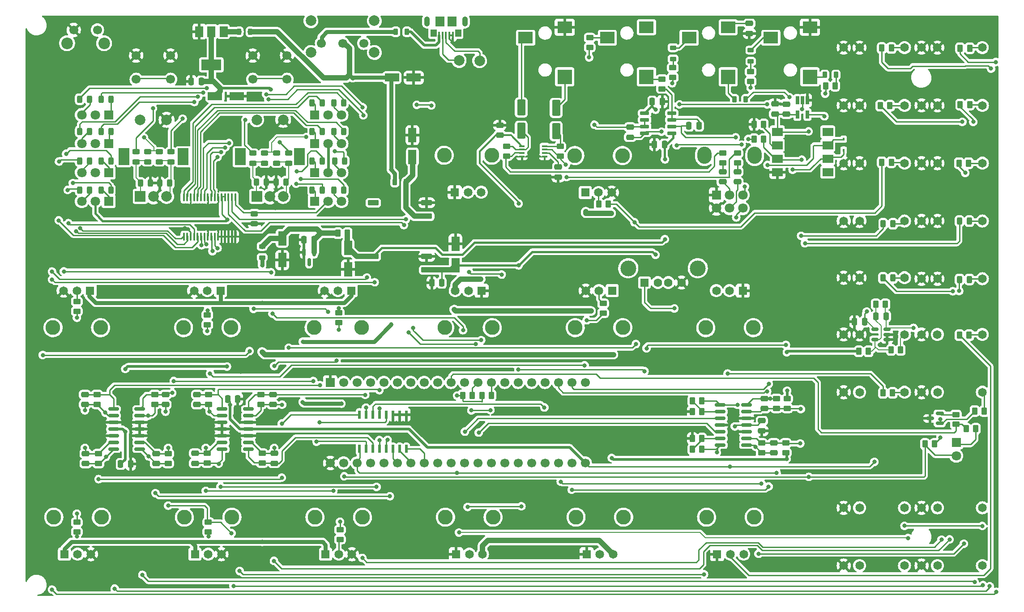
<source format=gbr>
%TF.GenerationSoftware,KiCad,Pcbnew,(6.0.10)*%
%TF.CreationDate,2023-02-06T20:53:37+00:00*%
%TF.ProjectId,fjol-desktop,666a6f6c-2d64-4657-936b-746f702e6b69,rev?*%
%TF.SameCoordinates,Original*%
%TF.FileFunction,Copper,L2,Bot*%
%TF.FilePolarity,Positive*%
%FSLAX46Y46*%
G04 Gerber Fmt 4.6, Leading zero omitted, Abs format (unit mm)*
G04 Created by KiCad (PCBNEW (6.0.10)) date 2023-02-06 20:53:37*
%MOMM*%
%LPD*%
G01*
G04 APERTURE LIST*
G04 Aperture macros list*
%AMRoundRect*
0 Rectangle with rounded corners*
0 $1 Rounding radius*
0 $2 $3 $4 $5 $6 $7 $8 $9 X,Y pos of 4 corners*
0 Add a 4 corners polygon primitive as box body*
4,1,4,$2,$3,$4,$5,$6,$7,$8,$9,$2,$3,0*
0 Add four circle primitives for the rounded corners*
1,1,$1+$1,$2,$3*
1,1,$1+$1,$4,$5*
1,1,$1+$1,$6,$7*
1,1,$1+$1,$8,$9*
0 Add four rect primitives between the rounded corners*
20,1,$1+$1,$2,$3,$4,$5,0*
20,1,$1+$1,$4,$5,$6,$7,0*
20,1,$1+$1,$6,$7,$8,$9,0*
20,1,$1+$1,$8,$9,$2,$3,0*%
G04 Aperture macros list end*
%TA.AperFunction,ComponentPad*%
%ADD10C,1.650000*%
%TD*%
%TA.AperFunction,ComponentPad*%
%ADD11R,1.650000X1.650000*%
%TD*%
%TA.AperFunction,ComponentPad*%
%ADD12C,2.794000*%
%TD*%
%TA.AperFunction,ComponentPad*%
%ADD13R,1.800000X1.800000*%
%TD*%
%TA.AperFunction,ComponentPad*%
%ADD14C,1.800000*%
%TD*%
%TA.AperFunction,ComponentPad*%
%ADD15C,1.700000*%
%TD*%
%TA.AperFunction,ComponentPad*%
%ADD16O,2.720000X3.240000*%
%TD*%
%TA.AperFunction,ComponentPad*%
%ADD17R,2.000000X2.000000*%
%TD*%
%TA.AperFunction,ComponentPad*%
%ADD18C,2.000000*%
%TD*%
%TA.AperFunction,ComponentPad*%
%ADD19R,2.000000X3.200000*%
%TD*%
%TA.AperFunction,SMDPad,CuDef*%
%ADD20RoundRect,0.243750X-0.243750X-0.456250X0.243750X-0.456250X0.243750X0.456250X-0.243750X0.456250X0*%
%TD*%
%TA.AperFunction,SMDPad,CuDef*%
%ADD21RoundRect,0.250000X-0.450000X0.262500X-0.450000X-0.262500X0.450000X-0.262500X0.450000X0.262500X0*%
%TD*%
%TA.AperFunction,SMDPad,CuDef*%
%ADD22RoundRect,0.250000X0.475000X-0.250000X0.475000X0.250000X-0.475000X0.250000X-0.475000X-0.250000X0*%
%TD*%
%TA.AperFunction,ComponentPad*%
%ADD23C,2.200000*%
%TD*%
%TA.AperFunction,SMDPad,CuDef*%
%ADD24RoundRect,0.218750X-0.218750X-0.381250X0.218750X-0.381250X0.218750X0.381250X-0.218750X0.381250X0*%
%TD*%
%TA.AperFunction,SMDPad,CuDef*%
%ADD25RoundRect,0.243750X-0.456250X0.243750X-0.456250X-0.243750X0.456250X-0.243750X0.456250X0.243750X0*%
%TD*%
%TA.AperFunction,SMDPad,CuDef*%
%ADD26RoundRect,0.243750X0.243750X0.456250X-0.243750X0.456250X-0.243750X-0.456250X0.243750X-0.456250X0*%
%TD*%
%TA.AperFunction,SMDPad,CuDef*%
%ADD27RoundRect,0.250000X0.550000X-1.250000X0.550000X1.250000X-0.550000X1.250000X-0.550000X-1.250000X0*%
%TD*%
%TA.AperFunction,SMDPad,CuDef*%
%ADD28RoundRect,0.243750X0.456250X-0.243750X0.456250X0.243750X-0.456250X0.243750X-0.456250X-0.243750X0*%
%TD*%
%TA.AperFunction,SMDPad,CuDef*%
%ADD29RoundRect,0.250000X0.550000X-1.137500X0.550000X1.137500X-0.550000X1.137500X-0.550000X-1.137500X0*%
%TD*%
%TA.AperFunction,SMDPad,CuDef*%
%ADD30RoundRect,0.250000X-0.475000X0.250000X-0.475000X-0.250000X0.475000X-0.250000X0.475000X0.250000X0*%
%TD*%
%TA.AperFunction,SMDPad,CuDef*%
%ADD31RoundRect,0.150000X0.587500X0.150000X-0.587500X0.150000X-0.587500X-0.150000X0.587500X-0.150000X0*%
%TD*%
%TA.AperFunction,SMDPad,CuDef*%
%ADD32RoundRect,0.137500X-0.137500X0.662500X-0.137500X-0.662500X0.137500X-0.662500X0.137500X0.662500X0*%
%TD*%
%TA.AperFunction,SMDPad,CuDef*%
%ADD33R,2.800000X2.200000*%
%TD*%
%TA.AperFunction,SMDPad,CuDef*%
%ADD34R,2.800000X2.800000*%
%TD*%
%TA.AperFunction,SMDPad,CuDef*%
%ADD35RoundRect,0.250000X0.262500X0.450000X-0.262500X0.450000X-0.262500X-0.450000X0.262500X-0.450000X0*%
%TD*%
%TA.AperFunction,SMDPad,CuDef*%
%ADD36RoundRect,0.218750X0.218750X0.381250X-0.218750X0.381250X-0.218750X-0.381250X0.218750X-0.381250X0*%
%TD*%
%TA.AperFunction,SMDPad,CuDef*%
%ADD37RoundRect,0.250000X0.450000X-0.262500X0.450000X0.262500X-0.450000X0.262500X-0.450000X-0.262500X0*%
%TD*%
%TA.AperFunction,ComponentPad*%
%ADD38R,1.600000X1.500000*%
%TD*%
%TA.AperFunction,ComponentPad*%
%ADD39C,1.600000*%
%TD*%
%TA.AperFunction,ComponentPad*%
%ADD40C,3.000000*%
%TD*%
%TA.AperFunction,SMDPad,CuDef*%
%ADD41RoundRect,0.150000X0.512500X0.150000X-0.512500X0.150000X-0.512500X-0.150000X0.512500X-0.150000X0*%
%TD*%
%TA.AperFunction,SMDPad,CuDef*%
%ADD42R,0.450000X0.600000*%
%TD*%
%TA.AperFunction,SMDPad,CuDef*%
%ADD43RoundRect,0.250000X0.800000X0.250000X-0.800000X0.250000X-0.800000X-0.250000X0.800000X-0.250000X0*%
%TD*%
%TA.AperFunction,SMDPad,CuDef*%
%ADD44R,2.000000X1.600000*%
%TD*%
%TA.AperFunction,SMDPad,CuDef*%
%ADD45R,1.500000X2.000000*%
%TD*%
%TA.AperFunction,SMDPad,CuDef*%
%ADD46R,3.800000X2.000000*%
%TD*%
%TA.AperFunction,SMDPad,CuDef*%
%ADD47RoundRect,0.218750X-0.381250X0.218750X-0.381250X-0.218750X0.381250X-0.218750X0.381250X0.218750X0*%
%TD*%
%TA.AperFunction,SMDPad,CuDef*%
%ADD48RoundRect,0.250000X-0.262500X-0.450000X0.262500X-0.450000X0.262500X0.450000X-0.262500X0.450000X0*%
%TD*%
%TA.AperFunction,SMDPad,CuDef*%
%ADD49RoundRect,0.250000X-0.550000X1.137500X-0.550000X-1.137500X0.550000X-1.137500X0.550000X1.137500X0*%
%TD*%
%TA.AperFunction,SMDPad,CuDef*%
%ADD50RoundRect,0.150000X-0.150000X0.587500X-0.150000X-0.587500X0.150000X-0.587500X0.150000X0.587500X0*%
%TD*%
%TA.AperFunction,SMDPad,CuDef*%
%ADD51RoundRect,0.150000X0.825000X0.150000X-0.825000X0.150000X-0.825000X-0.150000X0.825000X-0.150000X0*%
%TD*%
%TA.AperFunction,SMDPad,CuDef*%
%ADD52R,0.650000X1.560000*%
%TD*%
%TA.AperFunction,SMDPad,CuDef*%
%ADD53RoundRect,0.218750X0.381250X-0.218750X0.381250X0.218750X-0.381250X0.218750X-0.381250X-0.218750X0*%
%TD*%
%TA.AperFunction,SMDPad,CuDef*%
%ADD54RoundRect,0.250000X-0.250000X-0.475000X0.250000X-0.475000X0.250000X0.475000X-0.250000X0.475000X0*%
%TD*%
%TA.AperFunction,SMDPad,CuDef*%
%ADD55R,1.100000X0.400000*%
%TD*%
%TA.AperFunction,SMDPad,CuDef*%
%ADD56RoundRect,0.250000X-1.137500X-0.550000X1.137500X-0.550000X1.137500X0.550000X-1.137500X0.550000X0*%
%TD*%
%TA.AperFunction,SMDPad,CuDef*%
%ADD57RoundRect,0.250000X0.250000X0.475000X-0.250000X0.475000X-0.250000X-0.475000X0.250000X-0.475000X0*%
%TD*%
%TA.AperFunction,SMDPad,CuDef*%
%ADD58RoundRect,0.150000X0.725000X0.150000X-0.725000X0.150000X-0.725000X-0.150000X0.725000X-0.150000X0*%
%TD*%
%TA.AperFunction,SMDPad,CuDef*%
%ADD59R,0.400000X1.400000*%
%TD*%
%TA.AperFunction,SMDPad,CuDef*%
%ADD60R,1.750000X1.900000*%
%TD*%
%TA.AperFunction,SMDPad,CuDef*%
%ADD61R,1.150000X1.450000*%
%TD*%
%TA.AperFunction,ComponentPad*%
%ADD62O,1.050000X1.900000*%
%TD*%
%TA.AperFunction,SMDPad,CuDef*%
%ADD63RoundRect,0.100000X0.100000X-0.637500X0.100000X0.637500X-0.100000X0.637500X-0.100000X-0.637500X0*%
%TD*%
%TA.AperFunction,SMDPad,CuDef*%
%ADD64RoundRect,0.150000X-0.825000X-0.150000X0.825000X-0.150000X0.825000X0.150000X-0.825000X0.150000X0*%
%TD*%
%TA.AperFunction,ComponentPad*%
%ADD65R,1.700000X1.700000*%
%TD*%
%TA.AperFunction,ViaPad*%
%ADD66C,0.800000*%
%TD*%
%TA.AperFunction,Conductor*%
%ADD67C,0.250000*%
%TD*%
%TA.AperFunction,Conductor*%
%ADD68C,0.254000*%
%TD*%
%TA.AperFunction,Conductor*%
%ADD69C,0.304800*%
%TD*%
%TA.AperFunction,Conductor*%
%ADD70C,0.203200*%
%TD*%
%TA.AperFunction,Conductor*%
%ADD71C,1.000000*%
%TD*%
%TA.AperFunction,Conductor*%
%ADD72C,0.508000*%
%TD*%
%TA.AperFunction,Conductor*%
%ADD73C,0.406400*%
%TD*%
%TA.AperFunction,Conductor*%
%ADD74C,0.762000*%
%TD*%
G04 APERTURE END LIST*
D10*
%TO.P,CV-PM3,P$1_TIP,TIP*%
%TO.N,Net-(CV-PM3-PadP$1_TIP)*%
X266537251Y-49214876D03*
%TO.P,CV-PM3,P$2_SWITCH,SWITCH*%
%TO.N,GND*%
X258037251Y-49214876D03*
%TO.P,CV-PM3,P$3_SLEEVE,SLEEVE*%
X255037251Y-49214876D03*
%TD*%
%TO.P,CV-CTL2,P$1_TIP,TIP*%
%TO.N,Net-(CV-CTL2-PadP$1_TIP)*%
X266550000Y-82026360D03*
%TO.P,CV-CTL2,P$2_SWITCH,SWITCH*%
%TO.N,GND*%
X258050000Y-82026360D03*
%TO.P,CV-CTL2,P$3_SLEEVE,SLEEVE*%
X255050000Y-82026360D03*
%TD*%
%TO.P,mult1,P$1_TIP,TIP*%
%TO.N,Net-(mult1-PadP$1_TIP)*%
X251818000Y-136312840D03*
%TO.P,mult1,P$2_SWITCH,SWITCH*%
%TO.N,unconnected-(mult1-PadP$2_SWITCH)*%
X243318000Y-136312840D03*
%TO.P,mult1,P$3_SLEEVE,SLEEVE*%
%TO.N,GND*%
X240318000Y-136312840D03*
%TD*%
D11*
%TO.P,FILT-DEC1,1,1*%
%TO.N,-10V*%
X142294340Y-145088300D03*
D10*
%TO.P,FILT-DEC1,2,2*%
%TO.N,Net-(FILT-DEC1-Pad2)*%
X144794340Y-145088300D03*
%TO.P,FILT-DEC1,3,3*%
%TO.N,GND*%
X147294340Y-145088300D03*
D12*
%TO.P,FILT-DEC1,CHASSIS1*%
%TO.N,N/C*%
X140294340Y-138088300D03*
%TO.P,FILT-DEC1,CHASSIS2*%
X149294340Y-138088300D03*
%TD*%
D11*
%TO.P,PM3,1,1*%
%TO.N,-10V*%
X92900000Y-145088300D03*
D10*
%TO.P,PM3,2,2*%
%TO.N,Net-(PM3-Pad2)*%
X95400000Y-145088300D03*
%TO.P,PM3,3,3*%
%TO.N,GND*%
X97900000Y-145088300D03*
D12*
%TO.P,PM3,CHASSIS1*%
%TO.N,N/C*%
X90900000Y-138088300D03*
%TO.P,PM3,CHASSIS2*%
X99900000Y-138088300D03*
%TD*%
D10*
%TO.P,mult4,P$1_TIP,TIP*%
%TO.N,Net-(mult1-PadP$1_TIP)*%
X266550000Y-147250000D03*
%TO.P,mult4,P$2_SWITCH,SWITCH*%
%TO.N,unconnected-(mult4-PadP$2_SWITCH)*%
X258050000Y-147250000D03*
%TO.P,mult4,P$3_SLEEVE,SLEEVE*%
%TO.N,GND*%
X255050000Y-147250000D03*
%TD*%
%TO.P,pitch1,P$1_TIP,TIP*%
%TO.N,Net-(R56-Pad1)*%
X251818000Y-103501356D03*
%TO.P,pitch1,P$2_SWITCH,SWITCH*%
%TO.N,GND*%
X243318000Y-103501356D03*
%TO.P,pitch1,P$3_SLEEVE,SLEEVE*%
X240318000Y-103501356D03*
%TD*%
D13*
%TO.P,D11,1,K1*%
%TO.N,Net-(D11-Pad1)*%
X140243833Y-72850000D03*
D14*
%TO.P,D11,2,A*%
%TO.N,+3.3VP*%
X142783833Y-72850000D03*
%TO.P,D11,3,K2*%
%TO.N,Net-(D11-Pad3)*%
X145323833Y-72850000D03*
%TD*%
D13*
%TO.P,D9,1,K1*%
%TO.N,Net-(D9-Pad1)*%
X140243833Y-61950000D03*
D14*
%TO.P,D9,2,A*%
%TO.N,+3.3VP*%
X142783833Y-61950000D03*
%TO.P,D9,3,K2*%
%TO.N,Net-(D9-Pad3)*%
X145323833Y-61950000D03*
%TD*%
D13*
%TO.P,D10,1,K1*%
%TO.N,Net-(D10-Pad1)*%
X140243833Y-67400000D03*
D14*
%TO.P,D10,2,A*%
%TO.N,+3.3VP*%
X142783833Y-67400000D03*
%TO.P,D10,3,K2*%
%TO.N,Net-(D10-Pad3)*%
X145323833Y-67400000D03*
%TD*%
D11*
%TO.P,LFO-AMP1,1,1*%
%TO.N,GND*%
X216385852Y-145088300D03*
D10*
%TO.P,LFO-AMP1,2,2*%
%TO.N,Net-(LFO-AMP1-Pad2)*%
X218885852Y-145088300D03*
%TO.P,LFO-AMP1,3,3*%
%TO.N,Net-(LFO-AMP1-Pad3)*%
X221385852Y-145088300D03*
D12*
%TO.P,LFO-AMP1,CHASSIS1*%
%TO.N,N/C*%
X214385852Y-138088300D03*
%TO.P,LFO-AMP1,CHASSIS2*%
X223385852Y-138088300D03*
%TD*%
D15*
%TO.P,sw-sel1,1,A*%
%TO.N,switch1_sw*%
X112980033Y-55225000D03*
%TO.P,sw-sel1,2,A*%
X106480033Y-55225000D03*
%TO.P,sw-sel1,3,B*%
%TO.N,GND*%
X112980033Y-50725000D03*
%TO.P,sw-sel1,4,B*%
X106480033Y-50725000D03*
%TD*%
D10*
%TO.P,CV-CTL1,P$1_TIP,TIP*%
%TO.N,Net-(CV-CTL1-PadP$1_TIP)*%
X251818000Y-82026360D03*
%TO.P,CV-CTL1,P$2_SWITCH,SWITCH*%
%TO.N,GND*%
X243318000Y-82026360D03*
%TO.P,CV-CTL1,P$3_SLEEVE,SLEEVE*%
X240318000Y-82026360D03*
%TD*%
D16*
%TO.P,vol1,*%
%TO.N,*%
X213975000Y-69619000D03*
X223475000Y-69619000D03*
D13*
%TO.P,vol1,1,1*%
%TO.N,GND*%
X216225000Y-77119000D03*
D14*
%TO.P,vol1,2,2*%
%TO.N,Net-(C18-Pad1)*%
X218725000Y-77119000D03*
%TO.P,vol1,3,3*%
%TO.N,dac_right*%
X221225000Y-77119000D03*
%TO.P,vol1,4,4*%
%TO.N,GND*%
X216225000Y-79619000D03*
%TO.P,vol1,5,5*%
%TO.N,Net-(C14-Pad1)*%
X218725000Y-79619000D03*
%TO.P,vol1,6,6*%
%TO.N,dac_left*%
X221225000Y-79619000D03*
%TD*%
D11*
%TO.P,RELEASE1,1,1*%
%TO.N,-10V*%
X191447172Y-76650000D03*
D10*
%TO.P,RELEASE1,2,2*%
%TO.N,Net-(R25-Pad2)*%
X193947172Y-76650000D03*
%TO.P,RELEASE1,3,3*%
%TO.N,GND*%
X196447172Y-76650000D03*
D12*
%TO.P,RELEASE1,CHASSIS1*%
%TO.N,N/C*%
X189447172Y-69650000D03*
%TO.P,RELEASE1,CHASSIS2*%
X198447172Y-69650000D03*
%TD*%
D17*
%TO.P,SW4,A,A*%
%TO.N,Net-(C51-Pad2)*%
X129272566Y-77375000D03*
D18*
%TO.P,SW4,B,B*%
%TO.N,Net-(C52-Pad2)*%
X134272566Y-77375000D03*
%TO.P,SW4,C,C*%
%TO.N,GND*%
X131772566Y-77375000D03*
D19*
%TO.P,SW4,MP*%
%TO.N,N/C*%
X137372566Y-69875000D03*
X126172566Y-69875000D03*
D18*
%TO.P,SW4,S1,S1*%
%TO.N,GND*%
X134272566Y-62875000D03*
%TO.P,SW4,S2,S2*%
%TO.N,ctl2_sw*%
X129272566Y-62875000D03*
%TD*%
D13*
%TO.P,D12,1,K1*%
%TO.N,Net-(D12-Pad1)*%
X140243833Y-78300000D03*
D14*
%TO.P,D12,2,A*%
%TO.N,+3.3VP*%
X142783833Y-78300000D03*
%TO.P,D12,3,K2*%
%TO.N,Net-(D12-Pad3)*%
X145323833Y-78300000D03*
%TD*%
D11*
%TO.P,ATTACK2,1,1*%
%TO.N,GND*%
X171830658Y-95213300D03*
D10*
%TO.P,ATTACK2,2,2*%
%TO.N,ATTACK2*%
X169330658Y-95213300D03*
%TO.P,ATTACK2,3,3*%
%TO.N,+3.3VA*%
X166830658Y-95213300D03*
D12*
%TO.P,ATTACK2,CHASSIS1*%
%TO.N,N/C*%
X173830658Y-102213300D03*
%TO.P,ATTACK2,CHASSIS2*%
X164830658Y-102213300D03*
%TD*%
D18*
%TO.P,d+1,1,1*%
%TO.N,Net-(J1-Pad3)*%
X171450000Y-51689000D03*
%TD*%
D13*
%TO.P,D4,1,K*%
%TO.N,Net-(D4-Pad1)*%
X261620000Y-123937000D03*
D14*
%TO.P,D4,2,A*%
%TO.N,+5V*%
X261620000Y-126477000D03*
%TD*%
D10*
%TO.P,lfo-o1,P$1_TIP,TIP*%
%TO.N,Net-(R47-Pad1)*%
X266537251Y-103501356D03*
%TO.P,lfo-o1,P$2_SWITCH,SWITCH*%
%TO.N,unconnected-(lfo-o1-PadP$2_SWITCH)*%
X258037251Y-103501356D03*
%TO.P,lfo-o1,P$3_SLEEVE,SLEEVE*%
%TO.N,GND*%
X255037251Y-103501356D03*
%TD*%
%TO.P,gate-o1,P$1_TIP,TIP*%
%TO.N,Net-(R41-Pad1)*%
X266550000Y-114438520D03*
%TO.P,gate-o1,P$2_SWITCH,SWITCH*%
%TO.N,unconnected-(gate-o1-PadP$2_SWITCH)*%
X258050000Y-114438520D03*
%TO.P,gate-o1,P$3_SLEEVE,SLEEVE*%
%TO.N,GND*%
X255050000Y-114438520D03*
%TD*%
D11*
%TO.P,LFO-FREQ1,1,1*%
%TO.N,GND*%
X166991510Y-145088300D03*
D10*
%TO.P,LFO-FREQ1,2,2*%
%TO.N,LFO-FREQ*%
X169491510Y-145088300D03*
%TO.P,LFO-FREQ1,3,3*%
%TO.N,+3.3VA*%
X171991510Y-145088300D03*
D12*
%TO.P,LFO-FREQ1,CHASSIS1*%
%TO.N,N/C*%
X164991510Y-138088300D03*
%TO.P,LFO-FREQ1,CHASSIS2*%
X173991510Y-138088300D03*
%TD*%
D11*
%TO.P,LFO-WAVE1,1,1*%
%TO.N,GND*%
X191688680Y-145088300D03*
D10*
%TO.P,LFO-WAVE1,2,2*%
%TO.N,LFO-WAVE*%
X194188680Y-145088300D03*
%TO.P,LFO-WAVE1,3,3*%
%TO.N,+3.3VA*%
X196688680Y-145088300D03*
D12*
%TO.P,LFO-WAVE1,CHASSIS1*%
%TO.N,N/C*%
X189688680Y-138088300D03*
%TO.P,LFO-WAVE1,CHASSIS2*%
X198688680Y-138088300D03*
%TD*%
D10*
%TO.P,CV-FILTDEC1,P$1_TIP,TIP*%
%TO.N,Net-(CV-FILTDEC1-PadP$1_TIP)*%
X251818000Y-92763858D03*
%TO.P,CV-FILTDEC1,P$2_SWITCH,SWITCH*%
%TO.N,GND*%
X243318000Y-92763858D03*
%TO.P,CV-FILTDEC1,P$3_SLEEVE,SLEEVE*%
X240318000Y-92763858D03*
%TD*%
D18*
%TO.P,d-1,1,1*%
%TO.N,Net-(J1-Pad2)*%
X167563800Y-51663600D03*
%TD*%
D10*
%TO.P,mult3,P$1_TIP,TIP*%
%TO.N,Net-(mult1-PadP$1_TIP)*%
X251818000Y-147250000D03*
%TO.P,mult3,P$2_SWITCH,SWITCH*%
%TO.N,unconnected-(mult3-PadP$2_SWITCH)*%
X243318000Y-147250000D03*
%TO.P,mult3,P$3_SLEEVE,SLEEVE*%
%TO.N,GND*%
X240318000Y-147250000D03*
%TD*%
%TO.P,cv-cutoff1,P$1_TIP,TIP*%
%TO.N,Net-(R14-Pad2)*%
X266550000Y-92963520D03*
%TO.P,cv-cutoff1,P$2_SWITCH,SWITCH*%
%TO.N,GND*%
X258050000Y-92963520D03*
%TO.P,cv-cutoff1,P$3_SLEEVE,SLEEVE*%
X255050000Y-92963520D03*
%TD*%
%TO.P,CV-REL1,P$1_TIP,TIP*%
%TO.N,Net-(CV-REL1-PadP$1_TIP)*%
X251818000Y-71089200D03*
%TO.P,CV-REL1,P$2_SWITCH,SWITCH*%
%TO.N,GND*%
X243318000Y-71089200D03*
%TO.P,CV-REL1,P$3_SLEEVE,SLEEVE*%
X240318000Y-71089200D03*
%TD*%
D13*
%TO.P,D7,1,K1*%
%TO.N,Net-(D7-Pad1)*%
X101258766Y-72850000D03*
D14*
%TO.P,D7,2,A*%
%TO.N,+3.3VP*%
X98718766Y-72850000D03*
%TO.P,D7,3,K2*%
%TO.N,Net-(D7-Pad3)*%
X96178766Y-72850000D03*
%TD*%
D10*
%TO.P,env2-o1,P$1_TIP,TIP*%
%TO.N,Net-(R48-Pad1)*%
X251818000Y-114438520D03*
%TO.P,env2-o1,P$2_SWITCH,SWITCH*%
%TO.N,unconnected-(env2-o1-PadP$2_SWITCH)*%
X243318000Y-114438520D03*
%TO.P,env2-o1,P$3_SLEEVE,SLEEVE*%
%TO.N,GND*%
X240318000Y-114438520D03*
%TD*%
D11*
%TO.P,RATIO2,1,1*%
%TO.N,-10V*%
X122436318Y-95213300D03*
D10*
%TO.P,RATIO2,2,2*%
%TO.N,Net-(R28-Pad2)*%
X119936318Y-95213300D03*
%TO.P,RATIO2,3,3*%
%TO.N,GND*%
X117436318Y-95213300D03*
D12*
%TO.P,RATIO2,CHASSIS1*%
%TO.N,N/C*%
X124436318Y-102213300D03*
%TO.P,RATIO2,CHASSIS2*%
X115436318Y-102213300D03*
%TD*%
D13*
%TO.P,D5,1,K1*%
%TO.N,Net-(D5-Pad1)*%
X101258766Y-61950000D03*
D14*
%TO.P,D5,2,A*%
%TO.N,+3.3VP*%
X98718766Y-61950000D03*
%TO.P,D5,3,K2*%
%TO.N,Net-(D5-Pad3)*%
X96178766Y-61950000D03*
%TD*%
D11*
%TO.P,RELEASE2,1,1*%
%TO.N,-10V*%
X196527828Y-95213300D03*
D10*
%TO.P,RELEASE2,2,2*%
%TO.N,Net-(R23-Pad2)*%
X194027828Y-95213300D03*
%TO.P,RELEASE2,3,3*%
%TO.N,GND*%
X191527828Y-95213300D03*
D12*
%TO.P,RELEASE2,CHASSIS1*%
%TO.N,N/C*%
X198527828Y-102213300D03*
%TO.P,RELEASE2,CHASSIS2*%
X189527828Y-102213300D03*
%TD*%
D10*
%TO.P,mult2,P$1_TIP,TIP*%
%TO.N,Net-(mult1-PadP$1_TIP)*%
X266550000Y-136312840D03*
%TO.P,mult2,P$2_SWITCH,SWITCH*%
%TO.N,unconnected-(mult2-PadP$2_SWITCH)*%
X258050000Y-136312840D03*
%TO.P,mult2,P$3_SLEEVE,SLEEVE*%
%TO.N,GND*%
X255050000Y-136312840D03*
%TD*%
%TO.P,CV-PM2,P$1_TIP,TIP*%
%TO.N,Net-(CV-PM2-PadP$1_TIP)*%
X251818000Y-49214876D03*
%TO.P,CV-PM2,P$2_SWITCH,SWITCH*%
%TO.N,GND*%
X243318000Y-49214876D03*
%TO.P,CV-PM2,P$3_SLEEVE,SLEEVE*%
X240318000Y-49214876D03*
%TD*%
D11*
%TO.P,CUTOFF1,1,1*%
%TO.N,-10V*%
X147133488Y-95213300D03*
D10*
%TO.P,CUTOFF1,2,2*%
%TO.N,Net-(CUTOFF1-Pad2)*%
X144633488Y-95213300D03*
%TO.P,CUTOFF1,3,3*%
%TO.N,GND*%
X142133488Y-95213300D03*
D12*
%TO.P,CUTOFF1,CHASSIS1*%
%TO.N,N/C*%
X149133488Y-102213300D03*
%TO.P,CUTOFF1,CHASSIS2*%
X140133488Y-102213300D03*
%TD*%
D11*
%TO.P,RATIO3,1,1*%
%TO.N,-10V*%
X117597170Y-145088300D03*
D10*
%TO.P,RATIO3,2,2*%
%TO.N,Net-(R17-Pad2)*%
X120097170Y-145088300D03*
%TO.P,RATIO3,3,3*%
%TO.N,GND*%
X122597170Y-145088300D03*
D12*
%TO.P,RATIO3,CHASSIS1*%
%TO.N,N/C*%
X115597170Y-138088300D03*
%TO.P,RATIO3,CHASSIS2*%
X124597170Y-138088300D03*
%TD*%
D10*
%TO.P,CV-REL2,P$1_TIP,TIP*%
%TO.N,Net-(CV-REL2-PadP$1_TIP)*%
X266550000Y-71089200D03*
%TO.P,CV-REL2,P$2_SWITCH,SWITCH*%
%TO.N,GND*%
X258050000Y-71089200D03*
%TO.P,CV-REL2,P$3_SLEEVE,SLEEVE*%
X255050000Y-71089200D03*
%TD*%
D15*
%TO.P,sw-sel2,1,A*%
%TO.N,switch2_sw*%
X135022566Y-55225000D03*
%TO.P,sw-sel2,2,A*%
X128522566Y-55225000D03*
%TO.P,sw-sel2,3,B*%
%TO.N,GND*%
X135022566Y-50725000D03*
%TO.P,sw-sel2,4,B*%
X128522566Y-50725000D03*
%TD*%
D10*
%TO.P,CV-RAT2,P$1_TIP,TIP*%
%TO.N,Net-(CV-RAT2-PadP$1_TIP)*%
X251818000Y-60152040D03*
%TO.P,CV-RAT2,P$2_SWITCH,SWITCH*%
%TO.N,GND*%
X243318000Y-60152040D03*
%TO.P,CV-RAT2,P$3_SLEEVE,SLEEVE*%
X240318000Y-60152040D03*
%TD*%
D11*
%TO.P,ENV2-AMP1,1,1*%
%TO.N,GND*%
X221225000Y-95213300D03*
D10*
%TO.P,ENV2-AMP1,2,2*%
%TO.N,Net-(ENV2-AMP1-Pad2)*%
X218725000Y-95213300D03*
%TO.P,ENV2-AMP1,3,3*%
%TO.N,Net-(ENV2-AMP1-Pad3)*%
X216225000Y-95213300D03*
D12*
%TO.P,ENV2-AMP1,CHASSIS1*%
%TO.N,N/C*%
X223225000Y-102213300D03*
%TO.P,ENV2-AMP1,CHASSIS2*%
X214225000Y-102213300D03*
%TD*%
D11*
%TO.P,PM2,1,1*%
%TO.N,-10V*%
X97739148Y-95213300D03*
D10*
%TO.P,PM2,2,2*%
%TO.N,Net-(PM2-Pad2)*%
X95239148Y-95213300D03*
%TO.P,PM2,3,3*%
%TO.N,GND*%
X92739148Y-95213300D03*
D12*
%TO.P,PM2,CHASSIS1*%
%TO.N,N/C*%
X99739148Y-102213300D03*
%TO.P,PM2,CHASSIS2*%
X90739148Y-102213300D03*
%TD*%
D10*
%TO.P,CV-RAT3,P$1_TIP,TIP*%
%TO.N,Net-(CV-RAT3-PadP$1_TIP)*%
X266550000Y-60152040D03*
%TO.P,CV-RAT3,P$2_SWITCH,SWITCH*%
%TO.N,GND*%
X258050000Y-60152040D03*
%TO.P,CV-RAT3,P$3_SLEEVE,SLEEVE*%
X255050000Y-60152040D03*
%TD*%
D13*
%TO.P,D8,1,K1*%
%TO.N,Net-(D8-Pad1)*%
X101258766Y-78300000D03*
D14*
%TO.P,D8,2,A*%
%TO.N,+3.3VP*%
X98718766Y-78300000D03*
%TO.P,D8,3,K2*%
%TO.N,Net-(D8-Pad3)*%
X96178766Y-78300000D03*
%TD*%
D17*
%TO.P,SW3,A,A*%
%TO.N,Net-(C39-Pad2)*%
X107230033Y-77375000D03*
D18*
%TO.P,SW3,B,B*%
%TO.N,Net-(C43-Pad2)*%
X112230033Y-77375000D03*
%TO.P,SW3,C,C*%
%TO.N,GND*%
X109730033Y-77375000D03*
D19*
%TO.P,SW3,MP*%
%TO.N,N/C*%
X104130033Y-69875000D03*
X115330033Y-69875000D03*
D18*
%TO.P,SW3,S1,S1*%
%TO.N,GND*%
X112230033Y-62875000D03*
%TO.P,SW3,S2,S2*%
%TO.N,ctl1_sw*%
X107230033Y-62875000D03*
%TD*%
D11*
%TO.P,ATTACK1,1,1*%
%TO.N,GND*%
X166750000Y-76586500D03*
D10*
%TO.P,ATTACK1,2,2*%
%TO.N,ATTACK1*%
X169250000Y-76586500D03*
%TO.P,ATTACK1,3,3*%
%TO.N,+3.3VA*%
X171750000Y-76586500D03*
D12*
%TO.P,ATTACK1,CHASSIS1*%
%TO.N,N/C*%
X164750000Y-69586500D03*
%TO.P,ATTACK1,CHASSIS2*%
X173750000Y-69586500D03*
%TD*%
D13*
%TO.P,D6,1,K1*%
%TO.N,Net-(D6-Pad1)*%
X101258766Y-67400000D03*
D14*
%TO.P,D6,2,A*%
%TO.N,+3.3VP*%
X98718766Y-67400000D03*
%TO.P,D6,3,K2*%
%TO.N,Net-(D6-Pad3)*%
X96178766Y-67400000D03*
%TD*%
D20*
%TO.P,R72,1*%
%TO.N,Net-(D9-Pad3)*%
X143862500Y-59700000D03*
%TO.P,R72,2*%
%TO.N,led5_g*%
X145737500Y-59700000D03*
%TD*%
D21*
%TO.P,R33,1*%
%TO.N,PM2*%
X99060000Y-114891500D03*
%TO.P,R33,2*%
%TO.N,Net-(C41-Pad2)*%
X99060000Y-116716500D03*
%TD*%
D22*
%TO.P,C34,1*%
%TO.N,PM3*%
X96902000Y-127930000D03*
%TO.P,C34,2*%
%TO.N,Net-(C34-Pad2)*%
X96902000Y-126030000D03*
%TD*%
D23*
%TO.P,sw-midi1,*%
%TO.N,*%
X93401000Y-48383000D03*
X100401000Y-48383000D03*
D15*
%TO.P,sw-midi1,1,1*%
%TO.N,midi_sw*%
X99151000Y-45883000D03*
%TO.P,sw-midi1,2,2*%
%TO.N,GND*%
X94651000Y-45883000D03*
%TD*%
D22*
%TO.P,C46,1*%
%TO.N,GND*%
X222478600Y-46543000D03*
%TO.P,C46,2*%
%TO.N,Net-(C46-Pad2)*%
X222478600Y-44643000D03*
%TD*%
D24*
%TO.P,L3,1,1*%
%TO.N,Net-(L3-Pad1)*%
X155579300Y-46228000D03*
%TO.P,L3,2,2*%
%TO.N,Net-(J1-Pad1)*%
X157704300Y-46228000D03*
%TD*%
D25*
%TO.P,R85,1*%
%TO.N,ctl1_enc_B*%
X113037500Y-68950000D03*
%TO.P,R85,2*%
%TO.N,Net-(C43-Pad2)*%
X113037500Y-70825000D03*
%TD*%
D26*
%TO.P,R52,1*%
%TO.N,Net-(D7-Pad3)*%
X97662500Y-70650000D03*
%TO.P,R52,2*%
%TO.N,led3_g*%
X95787500Y-70650000D03*
%TD*%
D27*
%TO.P,C22,1*%
%TO.N,Net-(C22-Pad1)*%
X179324000Y-64938000D03*
%TO.P,C22,2*%
%TO.N,Net-(C22-Pad2)*%
X179324000Y-60538000D03*
%TD*%
D20*
%TO.P,C52,1*%
%TO.N,GND*%
X132962500Y-74625000D03*
%TO.P,C52,2*%
%TO.N,Net-(C52-Pad2)*%
X134837500Y-74625000D03*
%TD*%
D28*
%TO.P,R84,1*%
%TO.N,Net-(C43-Pad2)*%
X110837500Y-70825000D03*
%TO.P,R84,2*%
%TO.N,+3.3VP*%
X110837500Y-68950000D03*
%TD*%
D29*
%TO.P,C2,1*%
%TO.N,Net-(C2-Pad1)*%
X158724600Y-69905900D03*
%TO.P,C2,2*%
%TO.N,GND*%
X158724600Y-65780900D03*
%TD*%
D30*
%TO.P,C20,1*%
%TO.N,Net-(C20-Pad1)*%
X186283600Y-71805800D03*
%TO.P,C20,2*%
%TO.N,GND*%
X186283600Y-73705800D03*
%TD*%
D20*
%TO.P,R65,1*%
%TO.N,Net-(D8-Pad1)*%
X99812500Y-76175000D03*
%TO.P,R65,2*%
%TO.N,led4_r*%
X101687500Y-76175000D03*
%TD*%
D31*
%TO.P,Q1,1,B*%
%TO.N,Net-(Q1-Pad1)*%
X258493500Y-118430000D03*
%TO.P,Q1,2,C*%
%TO.N,Net-(Q1-Pad2)*%
X258493500Y-120330000D03*
%TO.P,Q1,3,E*%
%TO.N,GND*%
X256618500Y-119380000D03*
%TD*%
D22*
%TO.P,C17,1*%
%TO.N,+5V*%
X229489000Y-61808400D03*
%TO.P,C17,2*%
%TO.N,GND*%
X229489000Y-59908400D03*
%TD*%
D32*
%TO.P,U8,1,X4*%
%TO.N,PM3*%
X148717000Y-118670000D03*
%TO.P,U8,2,X6*%
%TO.N,RELEASE1*%
X149987000Y-118670000D03*
%TO.P,U8,3,X*%
%TO.N,controls*%
X151257000Y-118670000D03*
%TO.P,U8,4,X7*%
%TO.N,RELEASE2*%
X152527000Y-118670000D03*
%TO.P,U8,5,X5*%
%TO.N,PM2*%
X153797000Y-118670000D03*
%TO.P,U8,6,Inh*%
%TO.N,GND*%
X155067000Y-118670000D03*
%TO.P,U8,7,VEE*%
X156337000Y-118670000D03*
%TO.P,U8,8,VSS*%
X157607000Y-118670000D03*
%TO.P,U8,9,C*%
%TO.N,C*%
X157607000Y-125170000D03*
%TO.P,U8,10,B*%
%TO.N,B*%
X156337000Y-125170000D03*
%TO.P,U8,11,A*%
%TO.N,A*%
X155067000Y-125170000D03*
%TO.P,U8,12,X3*%
%TO.N,RATIO3*%
X153797000Y-125170000D03*
%TO.P,U8,13,X0*%
%TO.N,CONTROL3*%
X152527000Y-125170000D03*
%TO.P,U8,14,X1*%
%TO.N,cutoff*%
X151257000Y-125170000D03*
%TO.P,U8,15,X2*%
%TO.N,RATIO2*%
X149987000Y-125170000D03*
%TO.P,U8,16,VDD*%
%TO.N,+3.3V*%
X148717000Y-125170000D03*
%TD*%
D21*
%TO.P,R50,1*%
%TO.N,Net-(L11-Pad1)*%
X222707200Y-53773700D03*
%TO.P,R50,2*%
%TO.N,+3.3V*%
X222707200Y-55598700D03*
%TD*%
D33*
%TO.P,line1,R*%
%TO.N,Net-(R7-Pad1)*%
X195603333Y-47350000D03*
%TO.P,line1,S*%
%TO.N,unconnected-(line1-PadS)*%
X203003333Y-45350000D03*
D34*
%TO.P,line1,T*%
%TO.N,Net-(R6-Pad1)*%
X203003333Y-54750000D03*
%TD*%
D26*
%TO.P,R64,1*%
%TO.N,Net-(D8-Pad3)*%
X97662500Y-76175000D03*
%TO.P,R64,2*%
%TO.N,led4_g*%
X95787500Y-76175000D03*
%TD*%
D35*
%TO.P,R40,1*%
%TO.N,Net-(Q1-Pad2)*%
X257528700Y-124231400D03*
%TO.P,R40,2*%
%TO.N,+5V*%
X255703700Y-124231400D03*
%TD*%
D36*
%TO.P,L2,1,1*%
%TO.N,Net-(C2-Pad1)*%
X157526500Y-74676000D03*
%TO.P,L2,2,2*%
%TO.N,+5V*%
X155401500Y-74676000D03*
%TD*%
D21*
%TO.P,R38,1*%
%TO.N,Net-(Q1-Pad1)*%
X261543800Y-118670700D03*
%TO.P,R38,2*%
%TO.N,GATE*%
X261543800Y-120495700D03*
%TD*%
D37*
%TO.P,R70,1*%
%TO.N,CONTROL2_CV*%
X224790000Y-125880500D03*
%TO.P,R70,2*%
%TO.N,Net-(C8-Pad2)*%
X224790000Y-124055500D03*
%TD*%
D20*
%TO.P,R73,1*%
%TO.N,Net-(D9-Pad1)*%
X139762500Y-59700000D03*
%TO.P,R73,2*%
%TO.N,led5_r*%
X141637500Y-59700000D03*
%TD*%
D27*
%TO.P,C21,1*%
%TO.N,Net-(C21-Pad1)*%
X185928000Y-65024000D03*
%TO.P,C21,2*%
%TO.N,Net-(C21-Pad2)*%
X185928000Y-60624000D03*
%TD*%
D22*
%TO.P,C33,1*%
%TO.N,CONTROL3*%
X117602000Y-127884000D03*
%TO.P,C33,2*%
%TO.N,Net-(C33-Pad2)*%
X117602000Y-125984000D03*
%TD*%
D35*
%TO.P,R46,1*%
%TO.N,Net-(ENV2-AMP1-Pad3)*%
X213510500Y-125222000D03*
%TO.P,R46,2*%
%TO.N,Net-(R44-Pad1)*%
X211685500Y-125222000D03*
%TD*%
D21*
%TO.P,R54,1*%
%TO.N,Net-(C22-Pad1)*%
X176530000Y-67921500D03*
%TO.P,R54,2*%
%TO.N,Net-(R54-Pad2)*%
X176530000Y-69746500D03*
%TD*%
%TO.P,R6,1*%
%TO.N,Net-(R6-Pad1)*%
X205943200Y-55196100D03*
%TO.P,R6,2*%
%TO.N,Net-(C30-Pad1)*%
X205943200Y-57021100D03*
%TD*%
D38*
%TO.P,X1,1,1*%
%TO.N,+5V*%
X202646400Y-93675800D03*
D39*
%TO.P,X1,2,2*%
%TO.N,D-*%
X205146400Y-93675800D03*
%TO.P,X1,3,3*%
%TO.N,D+*%
X207146400Y-93675800D03*
%TO.P,X1,4,4*%
%TO.N,GND*%
X209646400Y-93675800D03*
D40*
%TO.P,X1,5*%
%TO.N,N/C*%
X199576400Y-90965800D03*
X212716400Y-90965800D03*
%TD*%
D41*
%TO.P,U13,1*%
%TO.N,voct*%
X248533500Y-102551356D03*
%TO.P,U13,2,V-*%
%TO.N,GND*%
X248533500Y-103501356D03*
%TO.P,U13,3,+*%
X248533500Y-104451356D03*
%TO.P,U13,4,-*%
%TO.N,Net-(C23-Pad2)*%
X246258500Y-104451356D03*
%TO.P,U13,5,V+*%
%TO.N,+3.3VA*%
X246258500Y-102551356D03*
%TD*%
D37*
%TO.P,R21,1*%
%TO.N,PM3*%
X99314000Y-127912500D03*
%TO.P,R21,2*%
%TO.N,Net-(C34-Pad2)*%
X99314000Y-126087500D03*
%TD*%
D42*
%TO.P,D3,1,K*%
%TO.N,Net-(D3-Pad1)*%
X240309400Y-66539400D03*
%TO.P,D3,2,A*%
%TO.N,MIDI-RX5*%
X240309400Y-68639400D03*
%TD*%
D43*
%TO.P,U2,1,GND*%
%TO.N,GND*%
X161430000Y-78590000D03*
%TO.P,U2,2,VIN*%
%TO.N,Net-(C2-Pad1)*%
X161430000Y-81130000D03*
%TO.P,U2,4,0V*%
%TO.N,GND*%
X161430000Y-88750000D03*
%TO.P,U2,5,-VOUT*%
%TO.N,+12V*%
X161430000Y-91290000D03*
%TO.P,U2,7,+VOUT*%
%TO.N,-12V*%
X151330000Y-88750000D03*
%TO.P,U2,10,NC*%
%TO.N,unconnected-(U2-Pad10)*%
X151330000Y-78590000D03*
%TD*%
D44*
%TO.P,U3,1,NC*%
%TO.N,unconnected-(U3-Pad1)*%
X237307000Y-65151000D03*
%TO.P,U3,2,C1*%
%TO.N,Net-(D3-Pad1)*%
X237307000Y-67691000D03*
%TO.P,U3,3,C2*%
%TO.N,MIDI-RX5*%
X237307000Y-70231000D03*
%TO.P,U3,4,NC*%
%TO.N,unconnected-(U3-Pad4)*%
X237307000Y-72771000D03*
%TO.P,U3,5,GND*%
%TO.N,GND*%
X227767000Y-72771000D03*
%TO.P,U3,6,VO2*%
%TO.N,MIDI-RX*%
X227767000Y-70231000D03*
%TO.P,U3,7,VO1*%
%TO.N,Net-(R3-Pad2)*%
X227767000Y-67691000D03*
%TO.P,U3,8,VCC*%
%TO.N,+5V*%
X227767000Y-65151000D03*
%TD*%
D45*
%TO.P,U11,1,GND*%
%TO.N,GND*%
X118410000Y-46180000D03*
D46*
%TO.P,U11,2,VO*%
%TO.N,+3.3VP*%
X120710000Y-52480000D03*
D45*
X120710000Y-46180000D03*
%TO.P,U11,3,VI*%
%TO.N,Net-(L12-Pad1)*%
X123010000Y-46180000D03*
%TD*%
D26*
%TO.P,C51,1*%
%TO.N,GND*%
X131062500Y-74625000D03*
%TO.P,C51,2*%
%TO.N,Net-(C51-Pad2)*%
X129187500Y-74625000D03*
%TD*%
D37*
%TO.P,R28,1*%
%TO.N,Net-(C42-Pad2)*%
X119936318Y-101647000D03*
%TO.P,R28,2*%
%TO.N,Net-(R28-Pad2)*%
X119936318Y-99822000D03*
%TD*%
D21*
%TO.P,R15,1*%
%TO.N,Net-(C34-Pad2)*%
X95250000Y-139041500D03*
%TO.P,R15,2*%
%TO.N,Net-(PM3-Pad2)*%
X95250000Y-140866500D03*
%TD*%
D47*
%TO.P,L6,1,1*%
%TO.N,Net-(C4-Pad1)*%
X130302000Y-86821500D03*
%TO.P,L6,2,2*%
%TO.N,-10V*%
X130302000Y-88946500D03*
%TD*%
D20*
%TO.P,R74,1*%
%TO.N,Net-(D10-Pad3)*%
X143862500Y-65075000D03*
%TO.P,R74,2*%
%TO.N,led6_g*%
X145737500Y-65075000D03*
%TD*%
D48*
%TO.P,R10,1*%
%TO.N,Net-(C40-Pad2)*%
X247524900Y-70916800D03*
%TO.P,R10,2*%
%TO.N,Net-(CV-REL1-PadP$1_TIP)*%
X249349900Y-70916800D03*
%TD*%
D21*
%TO.P,R8,1*%
%TO.N,Net-(R49-Pad2)*%
X220218000Y-69191500D03*
%TO.P,R8,2*%
%TO.N,Net-(C14-Pad2)*%
X220218000Y-71016500D03*
%TD*%
D49*
%TO.P,C5,1*%
%TO.N,Net-(C4-Pad1)*%
X134112000Y-85313500D03*
%TO.P,C5,2*%
%TO.N,GND*%
X134112000Y-89438500D03*
%TD*%
D20*
%TO.P,R76,1*%
%TO.N,Net-(D11-Pad3)*%
X144056838Y-70719220D03*
%TO.P,R76,2*%
%TO.N,led7_g*%
X145931838Y-70719220D03*
%TD*%
D21*
%TO.P,R17,1*%
%TO.N,Net-(C35-Pad2)*%
X120097170Y-139041500D03*
%TO.P,R17,2*%
%TO.N,Net-(R17-Pad2)*%
X120097170Y-140866500D03*
%TD*%
D35*
%TO.P,R48,1*%
%TO.N,Net-(R48-Pad1)*%
X249578500Y-114554000D03*
%TO.P,R48,2*%
%TO.N,Net-(ENV2-AMP1-Pad2)*%
X247753500Y-114554000D03*
%TD*%
D22*
%TO.P,C14,1*%
%TO.N,Net-(C14-Pad1)*%
X220218000Y-74610000D03*
%TO.P,C14,2*%
%TO.N,Net-(C14-Pad2)*%
X220218000Y-72710000D03*
%TD*%
D48*
%TO.P,R42,1*%
%TO.N,+3.3V*%
X171858300Y-115011200D03*
%TO.P,R42,2*%
%TO.N,SDA*%
X173683300Y-115011200D03*
%TD*%
D50*
%TO.P,U4,1,K*%
%TO.N,GND*%
X138242000Y-87962500D03*
%TO.P,U4,2,A*%
%TO.N,Net-(C4-Pad1)*%
X140142000Y-87962500D03*
%TO.P,U4,3*%
%TO.N,N/C*%
X139192000Y-89837500D03*
%TD*%
D51*
%TO.P,U10,1*%
%TO.N,RELEASE1*%
X127697000Y-117602000D03*
%TO.P,U10,2,-*%
%TO.N,Net-(C40-Pad2)*%
X127697000Y-118872000D03*
%TO.P,U10,3,+*%
%TO.N,GND*%
X127697000Y-120142000D03*
%TO.P,U10,4,V+*%
%TO.N,+3.3VA*%
X127697000Y-121412000D03*
%TO.P,U10,5,+*%
%TO.N,GND*%
X127697000Y-122682000D03*
%TO.P,U10,6,-*%
%TO.N,Net-(C32-Pad2)*%
X127697000Y-123952000D03*
%TO.P,U10,7*%
%TO.N,cutoff*%
X127697000Y-125222000D03*
%TO.P,U10,8*%
%TO.N,CONTROL3*%
X122747000Y-125222000D03*
%TO.P,U10,9,-*%
%TO.N,Net-(C33-Pad2)*%
X122747000Y-123952000D03*
%TO.P,U10,10,+*%
%TO.N,GND*%
X122747000Y-122682000D03*
%TO.P,U10,11,V-*%
X122747000Y-121412000D03*
%TO.P,U10,12,+*%
X122747000Y-120142000D03*
%TO.P,U10,13,-*%
%TO.N,Net-(C38-Pad2)*%
X122747000Y-118872000D03*
%TO.P,U10,14*%
%TO.N,RELEASE2*%
X122747000Y-117602000D03*
%TD*%
D21*
%TO.P,R34,1*%
%TO.N,RATIO2*%
X109982000Y-114891500D03*
%TO.P,R34,2*%
%TO.N,Net-(C42-Pad2)*%
X109982000Y-116716500D03*
%TD*%
D29*
%TO.P,C6,1*%
%TO.N,+12V*%
X166878000Y-90454500D03*
%TO.P,C6,2*%
%TO.N,GND*%
X166878000Y-86329500D03*
%TD*%
D28*
%TO.P,R83,1*%
%TO.N,Net-(C39-Pad2)*%
X108637500Y-70825000D03*
%TO.P,R83,2*%
%TO.N,+3.3VP*%
X108637500Y-68950000D03*
%TD*%
D35*
%TO.P,R56,1*%
%TO.N,Net-(R56-Pad1)*%
X251102500Y-106426000D03*
%TO.P,R56,2*%
%TO.N,Net-(C23-Pad2)*%
X249277500Y-106426000D03*
%TD*%
D52*
%TO.P,IC1,1*%
%TO.N,N/C*%
X231561600Y-59203600D03*
%TO.P,IC1,2,I*%
%TO.N,MIDI-RX*%
X232511600Y-59203600D03*
%TO.P,IC1,3,GND*%
%TO.N,GND*%
X233461600Y-59203600D03*
%TO.P,IC1,4,O*%
%TO.N,MIDI-THRU*%
X233461600Y-61903600D03*
%TO.P,IC1,5,VCC*%
%TO.N,+5V*%
X231561600Y-61903600D03*
%TD*%
D48*
%TO.P,R16,1*%
%TO.N,Net-(C34-Pad2)*%
X262333100Y-49352200D03*
%TO.P,R16,2*%
%TO.N,Net-(CV-PM3-PadP$1_TIP)*%
X264158100Y-49352200D03*
%TD*%
D53*
%TO.P,L11,1,1*%
%TO.N,Net-(L11-Pad1)*%
X222732600Y-51811700D03*
%TO.P,L11,2,2*%
%TO.N,Net-(L11-Pad2)*%
X222732600Y-49686700D03*
%TD*%
D48*
%TO.P,R3,1*%
%TO.N,GND*%
X223369500Y-63754000D03*
%TO.P,R3,2*%
%TO.N,Net-(R3-Pad2)*%
X225194500Y-63754000D03*
%TD*%
D20*
%TO.P,R69,1*%
%TO.N,Net-(C9-Pad2)*%
X247781600Y-82550000D03*
%TO.P,R69,2*%
%TO.N,Net-(CV-CTL1-PadP$1_TIP)*%
X249656600Y-82550000D03*
%TD*%
D37*
%TO.P,R68,1*%
%TO.N,Net-(C9-Pad2)*%
X229616000Y-117478500D03*
%TO.P,R68,2*%
%TO.N,-10V*%
X229616000Y-115653500D03*
%TD*%
D35*
%TO.P,R45,1*%
%TO.N,Net-(LFO-AMP1-Pad3)*%
X213510500Y-116078000D03*
%TO.P,R45,2*%
%TO.N,Net-(R39-Pad1)*%
X211685500Y-116078000D03*
%TD*%
D25*
%TO.P,R89,1*%
%TO.N,ctl2_enc_B*%
X135287500Y-69200000D03*
%TO.P,R89,2*%
%TO.N,Net-(C52-Pad2)*%
X135287500Y-71075000D03*
%TD*%
D37*
%TO.P,R20,1*%
%TO.N,CONTROL3*%
X119888000Y-127826500D03*
%TO.P,R20,2*%
%TO.N,Net-(C33-Pad2)*%
X119888000Y-126001500D03*
%TD*%
D35*
%TO.P,R25,1*%
%TO.N,Net-(C40-Pad2)*%
X195806700Y-78841600D03*
%TO.P,R25,2*%
%TO.N,Net-(R25-Pad2)*%
X193981700Y-78841600D03*
%TD*%
D24*
%TO.P,L12,1,1*%
%TO.N,Net-(L12-Pad1)*%
X125937500Y-46228000D03*
%TO.P,L12,2,2*%
%TO.N,+5V*%
X128062500Y-46228000D03*
%TD*%
D48*
%TO.P,R18,1*%
%TO.N,Net-(C35-Pad2)*%
X262358500Y-59994800D03*
%TO.P,R18,2*%
%TO.N,Net-(CV-RAT3-PadP$1_TIP)*%
X264183500Y-59994800D03*
%TD*%
D20*
%TO.P,R75,1*%
%TO.N,Net-(D10-Pad1)*%
X139762500Y-65075000D03*
%TO.P,R75,2*%
%TO.N,led6_r*%
X141637500Y-65075000D03*
%TD*%
D21*
%TO.P,R31,1*%
%TO.N,RELEASE2*%
X120142000Y-114891500D03*
%TO.P,R31,2*%
%TO.N,Net-(C38-Pad2)*%
X120142000Y-116716500D03*
%TD*%
D22*
%TO.P,C1,1*%
%TO.N,+12V*%
X175260000Y-65786000D03*
%TO.P,C1,2*%
%TO.N,GND*%
X175260000Y-63886000D03*
%TD*%
D35*
%TO.P,R51,1*%
%TO.N,Net-(L10-Pad1)*%
X238707300Y-56438800D03*
%TO.P,R51,2*%
%TO.N,MIDI-THRU*%
X236882300Y-56438800D03*
%TD*%
D54*
%TO.P,C16,1*%
%TO.N,GND*%
X204536000Y-67564000D03*
%TO.P,C16,2*%
%TO.N,-12V*%
X206436000Y-67564000D03*
%TD*%
D20*
%TO.P,R67,1*%
%TO.N,Net-(C8-Pad2)*%
X262206500Y-82042000D03*
%TO.P,R67,2*%
%TO.N,Net-(CV-CTL2-PadP$1_TIP)*%
X264081500Y-82042000D03*
%TD*%
D21*
%TO.P,R9,1*%
%TO.N,Net-(R54-Pad2)*%
X217424000Y-69191500D03*
%TO.P,R9,2*%
%TO.N,Net-(C18-Pad2)*%
X217424000Y-71016500D03*
%TD*%
D37*
%TO.P,R11,1*%
%TO.N,Net-(C32-Pad2)*%
X144780000Y-101242500D03*
%TO.P,R11,2*%
%TO.N,Net-(CUTOFF1-Pad2)*%
X144780000Y-99417500D03*
%TD*%
D55*
%TO.P,U5,1,VOUT1*%
%TO.N,Net-(C21-Pad1)*%
X183760000Y-67859000D03*
%TO.P,U5,2,VIN1*%
%TO.N,Net-(R49-Pad2)*%
X183760000Y-68509000D03*
%TO.P,U5,3,BYPASS*%
%TO.N,Net-(C20-Pad1)*%
X183760000Y-69159000D03*
%TO.P,U5,4,GND*%
%TO.N,GND*%
X183760000Y-69809000D03*
%TO.P,U5,5,SHDN*%
X179460000Y-69809000D03*
%TO.P,U5,6,VIN2*%
%TO.N,Net-(R54-Pad2)*%
X179460000Y-69159000D03*
%TO.P,U5,7,VOUT2*%
%TO.N,Net-(C22-Pad1)*%
X179460000Y-68509000D03*
%TO.P,U5,8,VDD*%
%TO.N,+12V*%
X179460000Y-67859000D03*
%TD*%
D36*
%TO.P,L8,1,1*%
%TO.N,MIDI-RX5*%
X221792800Y-59029600D03*
%TO.P,L8,2,2*%
%TO.N,Net-(L8-Pad2)*%
X219667800Y-59029600D03*
%TD*%
D56*
%TO.P,C44,1*%
%TO.N,+3.3VP*%
X121381500Y-58420000D03*
%TO.P,C44,2*%
%TO.N,GND*%
X125506500Y-58420000D03*
%TD*%
D30*
%TO.P,C38,1*%
%TO.N,RELEASE2*%
X118000000Y-114874000D03*
%TO.P,C38,2*%
%TO.N,Net-(C38-Pad2)*%
X118000000Y-116774000D03*
%TD*%
D35*
%TO.P,R39,1*%
%TO.N,Net-(R39-Pad1)*%
X213510500Y-118110000D03*
%TO.P,R39,2*%
%TO.N,GND*%
X211685500Y-118110000D03*
%TD*%
D57*
%TO.P,C37,1*%
%TO.N,GND*%
X125689400Y-115697000D03*
%TO.P,C37,2*%
%TO.N,+3.3VA*%
X123789400Y-115697000D03*
%TD*%
D48*
%TO.P,R27,1*%
%TO.N,Net-(C41-Pad2)*%
X247523000Y-49301400D03*
%TO.P,R27,2*%
%TO.N,Net-(CV-PM2-PadP$1_TIP)*%
X249348000Y-49301400D03*
%TD*%
D21*
%TO.P,R32,1*%
%TO.N,RELEASE1*%
X130048000Y-114891500D03*
%TO.P,R32,2*%
%TO.N,Net-(C40-Pad2)*%
X130048000Y-116716500D03*
%TD*%
%TO.P,R71,1*%
%TO.N,CONTROL1_CV*%
X227584000Y-115653500D03*
%TO.P,R71,2*%
%TO.N,Net-(C9-Pad2)*%
X227584000Y-117478500D03*
%TD*%
D20*
%TO.P,R78,1*%
%TO.N,Net-(D12-Pad3)*%
X143862500Y-76175000D03*
%TO.P,R78,2*%
%TO.N,led8_g*%
X145737500Y-76175000D03*
%TD*%
D33*
%TO.P,headphone1,R*%
%TO.N,Net-(C22-Pad2)*%
X180140000Y-47350000D03*
%TO.P,headphone1,S*%
%TO.N,GND*%
X187540000Y-45350000D03*
D34*
%TO.P,headphone1,T*%
%TO.N,Net-(C21-Pad2)*%
X187540000Y-54750000D03*
%TD*%
D35*
%TO.P,R43,1*%
%TO.N,SCL*%
X170076500Y-115036600D03*
%TO.P,R43,2*%
%TO.N,+3.3V*%
X168251500Y-115036600D03*
%TD*%
D58*
%TO.P,U6,1*%
%TO.N,Net-(C30-Pad1)*%
X207807000Y-61595000D03*
%TO.P,U6,2,-*%
X207807000Y-62865000D03*
%TO.P,U6,3,+*%
%TO.N,dac_left*%
X207807000Y-64135000D03*
%TO.P,U6,4,V-*%
%TO.N,-12V*%
X207807000Y-65405000D03*
%TO.P,U6,5,+*%
%TO.N,dac_right*%
X202657000Y-65405000D03*
%TO.P,U6,6,-*%
%TO.N,Net-(C31-Pad1)*%
X202657000Y-64135000D03*
%TO.P,U6,7*%
X202657000Y-62865000D03*
%TO.P,U6,8,V+*%
%TO.N,+12V*%
X202657000Y-61595000D03*
%TD*%
D30*
%TO.P,C41,1*%
%TO.N,PM2*%
X96774000Y-114874000D03*
%TO.P,C41,2*%
%TO.N,Net-(C41-Pad2)*%
X96774000Y-116774000D03*
%TD*%
D59*
%TO.P,J1,1,VBUS*%
%TO.N,Net-(J1-Pad1)*%
X163774600Y-46890600D03*
%TO.P,J1,2,D-*%
%TO.N,Net-(J1-Pad2)*%
X164424600Y-46890600D03*
%TO.P,J1,3,D+*%
%TO.N,Net-(J1-Pad3)*%
X165074600Y-46890600D03*
%TO.P,J1,4,GND*%
%TO.N,GND*%
X165724600Y-46890600D03*
%TO.P,J1,5,Shield*%
X166374600Y-46890600D03*
D60*
%TO.P,J1,6*%
%TO.N,N/C*%
X166199600Y-44240600D03*
D61*
X167394600Y-46470600D03*
D60*
X163949600Y-44240600D03*
D62*
X161499600Y-44240600D03*
X168649600Y-44240600D03*
D61*
X162754600Y-46470600D03*
%TD*%
D22*
%TO.P,C18,1*%
%TO.N,Net-(C18-Pad1)*%
X217424000Y-74610000D03*
%TO.P,C18,2*%
%TO.N,Net-(C18-Pad2)*%
X217424000Y-72710000D03*
%TD*%
D53*
%TO.P,L9,1,1*%
%TO.N,MIDI-RX4*%
X208026000Y-51354500D03*
%TO.P,L9,2,2*%
%TO.N,Net-(L9-Pad2)*%
X208026000Y-49229500D03*
%TD*%
D21*
%TO.P,R49,1*%
%TO.N,Net-(C21-Pad1)*%
X186690000Y-67921500D03*
%TO.P,R49,2*%
%TO.N,Net-(R49-Pad2)*%
X186690000Y-69746500D03*
%TD*%
D20*
%TO.P,R53,1*%
%TO.N,Net-(D7-Pad1)*%
X99812500Y-70650000D03*
%TO.P,R53,2*%
%TO.N,led3_r*%
X101687500Y-70650000D03*
%TD*%
D48*
%TO.P,R57,1*%
%TO.N,Net-(C23-Pad2)*%
X246380000Y-97790000D03*
%TO.P,R57,2*%
%TO.N,voct*%
X248205000Y-97790000D03*
%TD*%
D63*
%TO.P,U12,1,VSS*%
%TO.N,GND*%
X125231338Y-84998120D03*
%TO.P,U12,2,A0*%
X124581338Y-84998120D03*
%TO.P,U12,3,A1*%
X123931338Y-84998120D03*
%TO.P,U12,4,A2*%
X123281338Y-84998120D03*
%TO.P,U12,5,A3*%
X122631338Y-84998120D03*
%TO.P,U12,6,A4*%
X121981338Y-84998120D03*
%TO.P,U12,7,LED0*%
%TO.N,led1_g*%
X121331338Y-84998120D03*
%TO.P,U12,8,LED1*%
%TO.N,led1_r*%
X120681338Y-84998120D03*
%TO.P,U12,9,VSS*%
%TO.N,GND*%
X120031338Y-84998120D03*
%TO.P,U12,10,LED2*%
%TO.N,led2_g*%
X119381338Y-84998120D03*
%TO.P,U12,11,LED3*%
%TO.N,led2_r*%
X118731338Y-84998120D03*
%TO.P,U12,12,LED4*%
%TO.N,led3_g*%
X118081338Y-84998120D03*
%TO.P,U12,13,LED5*%
%TO.N,led3_r*%
X117431338Y-84998120D03*
%TO.P,U12,14,VSS*%
%TO.N,GND*%
X116781338Y-84998120D03*
%TO.P,U12,15,LED6*%
%TO.N,led4_g*%
X116131338Y-84998120D03*
%TO.P,U12,16,LED7*%
%TO.N,led4_r*%
X115481338Y-84998120D03*
%TO.P,U12,17,LED8*%
%TO.N,led5_g*%
X115481338Y-77573120D03*
%TO.P,U12,18,LED9*%
%TO.N,led5_r*%
X116131338Y-77573120D03*
%TO.P,U12,19,VSS*%
%TO.N,GND*%
X116781338Y-77573120D03*
%TO.P,U12,20,LED10*%
%TO.N,led6_g*%
X117431338Y-77573120D03*
%TO.P,U12,21,LED11*%
%TO.N,led6_r*%
X118081338Y-77573120D03*
%TO.P,U12,22,LED12*%
%TO.N,led7_g*%
X118731338Y-77573120D03*
%TO.P,U12,23,LED13*%
%TO.N,led7_r*%
X119381338Y-77573120D03*
%TO.P,U12,24,VSS*%
%TO.N,GND*%
X120031338Y-77573120D03*
%TO.P,U12,25,LED14*%
%TO.N,led8_g*%
X120681338Y-77573120D03*
%TO.P,U12,26,LED15*%
%TO.N,led8_r*%
X121331338Y-77573120D03*
%TO.P,U12,27,!OE*%
%TO.N,GND*%
X121981338Y-77573120D03*
%TO.P,U12,28,A5*%
%TO.N,+3.3VP*%
X122631338Y-77573120D03*
%TO.P,U12,29,A6*%
X123281338Y-77573120D03*
%TO.P,U12,30,SCL*%
%TO.N,SCL*%
X123931338Y-77573120D03*
%TO.P,U12,31,SDA*%
%TO.N,SDA*%
X124581338Y-77573120D03*
%TO.P,U12,32,VDD*%
%TO.N,+3.3VP*%
X125231338Y-77573120D03*
%TD*%
D36*
%TO.P,L10,1,1*%
%TO.N,Net-(L10-Pad1)*%
X238857300Y-54381400D03*
%TO.P,L10,2,2*%
%TO.N,Net-(L10-Pad2)*%
X236732300Y-54381400D03*
%TD*%
D26*
%TO.P,R30,1*%
%TO.N,Net-(D5-Pad3)*%
X97662500Y-58975000D03*
%TO.P,R30,2*%
%TO.N,led1_g*%
X95787500Y-58975000D03*
%TD*%
D30*
%TO.P,C40,1*%
%TO.N,RELEASE1*%
X132334000Y-114874000D03*
%TO.P,C40,2*%
%TO.N,Net-(C40-Pad2)*%
X132334000Y-116774000D03*
%TD*%
D20*
%TO.P,C43,1*%
%TO.N,GND*%
X110937500Y-74875000D03*
%TO.P,C43,2*%
%TO.N,Net-(C43-Pad2)*%
X112812500Y-74875000D03*
%TD*%
D57*
%TO.P,C19,1*%
%TO.N,+12V*%
X164297400Y-93726000D03*
%TO.P,C19,2*%
%TO.N,GND*%
X162397400Y-93726000D03*
%TD*%
D37*
%TO.P,R26,1*%
%TO.N,Net-(C41-Pad2)*%
X95250000Y-99107000D03*
%TO.P,R26,2*%
%TO.N,Net-(PM2-Pad2)*%
X95250000Y-97282000D03*
%TD*%
D28*
%TO.P,R88,1*%
%TO.N,Net-(C52-Pad2)*%
X133037500Y-71075000D03*
%TO.P,R88,2*%
%TO.N,+3.3VP*%
X133037500Y-69200000D03*
%TD*%
D20*
%TO.P,R14,1*%
%TO.N,Net-(C32-Pad2)*%
X262234200Y-93116400D03*
%TO.P,R14,2*%
%TO.N,Net-(R14-Pad2)*%
X264109200Y-93116400D03*
%TD*%
D22*
%TO.P,C35,1*%
%TO.N,RATIO3*%
X110236000Y-127950000D03*
%TO.P,C35,2*%
%TO.N,Net-(C35-Pad2)*%
X110236000Y-126050000D03*
%TD*%
D29*
%TO.P,C7,1*%
%TO.N,GND*%
X146558000Y-91216500D03*
%TO.P,C7,2*%
%TO.N,-12V*%
X146558000Y-87091500D03*
%TD*%
D30*
%TO.P,C31,1*%
%TO.N,Net-(C31-Pad1)*%
X199898000Y-64262000D03*
%TO.P,C31,2*%
%TO.N,dac_right*%
X199898000Y-66162000D03*
%TD*%
D35*
%TO.P,R41,1*%
%TO.N,Net-(R41-Pad1)*%
X266912500Y-118000000D03*
%TO.P,R41,2*%
%TO.N,Net-(Q1-Pad2)*%
X265087500Y-118000000D03*
%TD*%
D48*
%TO.P,R29,1*%
%TO.N,Net-(C42-Pad2)*%
X247245500Y-60198000D03*
%TO.P,R29,2*%
%TO.N,Net-(CV-RAT2-PadP$1_TIP)*%
X249070500Y-60198000D03*
%TD*%
D18*
%TO.P,SW1,*%
%TO.N,*%
X151528800Y-50137000D03*
X139528800Y-50137000D03*
X151528800Y-44137000D03*
X139528800Y-44137000D03*
D15*
%TO.P,SW1,1,A*%
%TO.N,Net-(L3-Pad1)*%
X141528800Y-48387000D03*
%TO.P,SW1,2,B*%
%TO.N,+5V*%
X145528800Y-48387000D03*
%TO.P,SW1,3*%
%TO.N,N/C*%
X149528800Y-48387000D03*
%TD*%
D20*
%TO.P,R79,1*%
%TO.N,Net-(D12-Pad1)*%
X139762500Y-76175000D03*
%TO.P,R79,2*%
%TO.N,led8_r*%
X141637500Y-76175000D03*
%TD*%
D48*
%TO.P,R55,1*%
%TO.N,-10V*%
X243181500Y-106680000D03*
%TO.P,R55,2*%
%TO.N,Net-(C23-Pad2)*%
X245006500Y-106680000D03*
%TD*%
D21*
%TO.P,R13,1*%
%TO.N,Net-(C33-Pad2)*%
X145034000Y-140462000D03*
%TO.P,R13,2*%
%TO.N,Net-(FILT-DEC1-Pad2)*%
X145034000Y-142287000D03*
%TD*%
D20*
%TO.P,R12,1*%
%TO.N,Net-(C33-Pad2)*%
X247756200Y-92811600D03*
%TO.P,R12,2*%
%TO.N,Net-(CV-FILTDEC1-PadP$1_TIP)*%
X249631200Y-92811600D03*
%TD*%
D21*
%TO.P,R7,1*%
%TO.N,Net-(R7-Pad1)*%
X192278000Y-47347500D03*
%TO.P,R7,2*%
%TO.N,Net-(C31-Pad1)*%
X192278000Y-49172500D03*
%TD*%
D48*
%TO.P,R24,1*%
%TO.N,Net-(C38-Pad2)*%
X262128000Y-71089200D03*
%TO.P,R24,2*%
%TO.N,Net-(CV-REL2-PadP$1_TIP)*%
X263953000Y-71089200D03*
%TD*%
D35*
%TO.P,R4,1*%
%TO.N,MIDI-RX*%
X225194500Y-66548000D03*
%TO.P,R4,2*%
%TO.N,+3.3V*%
X223369500Y-66548000D03*
%TD*%
D64*
%TO.P,U9,1*%
%TO.N,PM3*%
X102199000Y-125222000D03*
%TO.P,U9,2,-*%
%TO.N,Net-(C34-Pad2)*%
X102199000Y-123952000D03*
%TO.P,U9,3,+*%
%TO.N,GND*%
X102199000Y-122682000D03*
%TO.P,U9,4,V+*%
%TO.N,+3.3VA*%
X102199000Y-121412000D03*
%TO.P,U9,5,+*%
%TO.N,GND*%
X102199000Y-120142000D03*
%TO.P,U9,6,-*%
%TO.N,Net-(C41-Pad2)*%
X102199000Y-118872000D03*
%TO.P,U9,7*%
%TO.N,PM2*%
X102199000Y-117602000D03*
%TO.P,U9,8*%
%TO.N,RATIO2*%
X107149000Y-117602000D03*
%TO.P,U9,9,-*%
%TO.N,Net-(C42-Pad2)*%
X107149000Y-118872000D03*
%TO.P,U9,10,+*%
%TO.N,GND*%
X107149000Y-120142000D03*
%TO.P,U9,11,V-*%
X107149000Y-121412000D03*
%TO.P,U9,12,+*%
X107149000Y-122682000D03*
%TO.P,U9,13,-*%
%TO.N,Net-(C35-Pad2)*%
X107149000Y-123952000D03*
%TO.P,U9,14*%
%TO.N,RATIO3*%
X107149000Y-125222000D03*
%TD*%
D48*
%TO.P,R5,1*%
%TO.N,GATE*%
X263476100Y-121335800D03*
%TO.P,R5,2*%
%TO.N,Net-(D4-Pad1)*%
X265301100Y-121335800D03*
%TD*%
D57*
%TO.P,C13,1*%
%TO.N,+3.3VP*%
X118806000Y-55626000D03*
%TO.P,C13,2*%
%TO.N,GND*%
X116906000Y-55626000D03*
%TD*%
D25*
%TO.P,C45,1*%
%TO.N,+3.3VP*%
X128839938Y-80652920D03*
%TO.P,C45,2*%
%TO.N,GND*%
X128839938Y-82527920D03*
%TD*%
D65*
%TO.P,A1,1,USB_HS_ID*%
%TO.N,GND*%
X143180000Y-112582500D03*
D15*
%TO.P,A1,2,SDMMC1_D3*%
%TO.N,midi_sw*%
X145720000Y-112582500D03*
%TO.P,A1,3,SDMMC1_D2*%
%TO.N,ctl1_enc_A*%
X148260000Y-112582500D03*
%TO.P,A1,4,SDMMC1_D1*%
%TO.N,ctl1_enc_B*%
X150800000Y-112582500D03*
%TO.P,A1,5,SDMMC1_D0*%
%TO.N,ctl2_enc_B*%
X153340000Y-112582500D03*
%TO.P,A1,6,SDMMC1_CMD*%
%TO.N,ctl2_enc_A*%
X155880000Y-112582500D03*
%TO.P,A1,7,SDMMC1_CK*%
%TO.N,ctl2_sw*%
X158420000Y-112582500D03*
%TO.P,A1,8,SPI1_NSS*%
%TO.N,switch1_sw*%
X160960000Y-112582500D03*
%TO.P,A1,9,SPI1_SCK*%
%TO.N,switch2_sw*%
X163500000Y-112582500D03*
%TO.P,A1,10,SPI1_MISO*%
%TO.N,GATE*%
X166040000Y-112582500D03*
%TO.P,A1,11,SPI1_MOSI*%
%TO.N,ctl1_sw*%
X168580000Y-112582500D03*
%TO.P,A1,12,I2C1_SCL*%
%TO.N,SCL*%
X171120000Y-112582500D03*
%TO.P,A1,13,I2C1_SDA*%
%TO.N,SDA*%
X173660000Y-112582500D03*
%TO.P,A1,14,USART1_TX*%
%TO.N,unconnected-(A1-Pad14)*%
X176200000Y-112582500D03*
%TO.P,A1,15,USART1_RX*%
%TO.N,MIDI-RX*%
X178740000Y-112582500D03*
%TO.P,A1,16,AUDIO_IN_L*%
%TO.N,unconnected-(A1-Pad16)*%
X181280000Y-112582500D03*
%TO.P,A1,17,AUDIO_IN_R*%
%TO.N,unconnected-(A1-Pad17)*%
X183820000Y-112582500D03*
%TO.P,A1,18,AUDIO_OUT_L*%
%TO.N,dac_left*%
X186360000Y-112582500D03*
%TO.P,A1,19,AUDIO_OUT_R*%
%TO.N,dac_right*%
X188900000Y-112582500D03*
%TO.P,A1,20,AGND*%
%TO.N,GND*%
X191440000Y-112582500D03*
%TO.P,A1,21,3V3_A*%
%TO.N,+3.3VA*%
X191440000Y-127822500D03*
%TO.P,A1,22,ADC_INP10*%
%TO.N,CONTROL1_CV*%
X188900000Y-127822500D03*
%TO.P,A1,23,ADC_INP15*%
%TO.N,CONTROL2_CV*%
X186360000Y-127822500D03*
%TO.P,A1,24,ADC_INP5*%
%TO.N,controls*%
X183820000Y-127822500D03*
%TO.P,A1,25,ADC_INP7*%
%TO.N,LFO-WAVE*%
X181280000Y-127822500D03*
%TO.P,A1,26,ADC_INP3*%
%TO.N,LFO-FREQ*%
X178740000Y-127822500D03*
%TO.P,A1,27,ADC_INP11*%
%TO.N,ATTACK1*%
X176200000Y-127822500D03*
%TO.P,A1,28,ADC1_INP4*%
%TO.N,ATTACK2*%
X173660000Y-127822500D03*
%TO.P,A1,29,DAC1_OUT2*%
%TO.N,dac1*%
X171120000Y-127822500D03*
%TO.P,A1,30,DAC1_OUT1*%
%TO.N,dac2*%
X168580000Y-127822500D03*
%TO.P,A1,31,SAI2_MCLK_B*%
%TO.N,voct*%
X166040000Y-127822500D03*
%TO.P,A1,32,SAI2_SD_B*%
%TO.N,unconnected-(A1-Pad32)*%
X163500000Y-127822500D03*
%TO.P,A1,33,SAI2_SD_A*%
%TO.N,C*%
X160960000Y-127822500D03*
%TO.P,A1,34,SAI2_FS_B*%
%TO.N,B*%
X158420000Y-127822500D03*
%TO.P,A1,35,SAI2_SCK_B*%
%TO.N,A*%
X155880000Y-127822500D03*
%TO.P,A1,36,USB_HS_D_-*%
%TO.N,D-*%
X153340000Y-127822500D03*
%TO.P,A1,37,USB_HS_D_+*%
%TO.N,D+*%
X150800000Y-127822500D03*
%TO.P,A1,38,3V3_D*%
%TO.N,+3.3V*%
X148260000Y-127822500D03*
%TO.P,A1,39,VIN*%
%TO.N,+5V*%
X145720000Y-127822500D03*
%TO.P,A1,40,GND*%
%TO.N,GND*%
X143180000Y-127822500D03*
%TD*%
D35*
%TO.P,R47,1*%
%TO.N,Net-(R47-Pad1)*%
X264056500Y-103632000D03*
%TO.P,R47,2*%
%TO.N,Net-(LFO-AMP1-Pad2)*%
X262231500Y-103632000D03*
%TD*%
D30*
%TO.P,C42,1*%
%TO.N,RATIO2*%
X112014000Y-114874000D03*
%TO.P,C42,2*%
%TO.N,Net-(C42-Pad2)*%
X112014000Y-116774000D03*
%TD*%
D22*
%TO.P,C8,1*%
%TO.N,CONTROL2_CV*%
X227076000Y-125918000D03*
%TO.P,C8,2*%
%TO.N,Net-(C8-Pad2)*%
X227076000Y-124018000D03*
%TD*%
D57*
%TO.P,C4,1*%
%TO.N,Net-(C4-Pad1)*%
X140142000Y-85598000D03*
%TO.P,C4,2*%
%TO.N,GND*%
X138242000Y-85598000D03*
%TD*%
D21*
%TO.P,R66,1*%
%TO.N,Net-(C8-Pad2)*%
X229362000Y-124055500D03*
%TO.P,R66,2*%
%TO.N,-10V*%
X229362000Y-125880500D03*
%TD*%
D30*
%TO.P,C9,1*%
%TO.N,CONTROL1_CV*%
X225298000Y-115636000D03*
%TO.P,C9,2*%
%TO.N,Net-(C9-Pad2)*%
X225298000Y-117536000D03*
%TD*%
D33*
%TO.P,midi-thru1,R*%
%TO.N,Net-(L11-Pad2)*%
X226530000Y-47350000D03*
%TO.P,midi-thru1,S*%
%TO.N,GND*%
X233930000Y-45350000D03*
D34*
%TO.P,midi-thru1,T*%
%TO.N,Net-(L10-Pad2)*%
X233930000Y-54750000D03*
%TD*%
D26*
%TO.P,R35,1*%
%TO.N,Net-(D5-Pad1)*%
X101687500Y-58975000D03*
%TO.P,R35,2*%
%TO.N,led1_r*%
X99812500Y-58975000D03*
%TD*%
D37*
%TO.P,R23,1*%
%TO.N,Net-(C38-Pad2)*%
X194818000Y-99464500D03*
%TO.P,R23,2*%
%TO.N,Net-(R23-Pad2)*%
X194818000Y-97639500D03*
%TD*%
D26*
%TO.P,C39,1*%
%TO.N,GND*%
X109162500Y-74875000D03*
%TO.P,C39,2*%
%TO.N,Net-(C39-Pad2)*%
X107287500Y-74875000D03*
%TD*%
D54*
%TO.P,C15,1*%
%TO.N,+12V*%
X204094000Y-59436000D03*
%TO.P,C15,2*%
%TO.N,GND*%
X205994000Y-59436000D03*
%TD*%
D20*
%TO.P,R77,1*%
%TO.N,Net-(D11-Pad1)*%
X139762500Y-70650000D03*
%TO.P,R77,2*%
%TO.N,led7_r*%
X141637500Y-70650000D03*
%TD*%
D37*
%TO.P,R19,1*%
%TO.N,cutoff*%
X130302000Y-127826500D03*
%TO.P,R19,2*%
%TO.N,Net-(C32-Pad2)*%
X130302000Y-126001500D03*
%TD*%
D28*
%TO.P,R82,1*%
%TO.N,Net-(C39-Pad2)*%
X106437500Y-70825000D03*
%TO.P,R82,2*%
%TO.N,ctl1_enc_A*%
X106437500Y-68950000D03*
%TD*%
D33*
%TO.P,midi-i1,R*%
%TO.N,Net-(L9-Pad2)*%
X211066666Y-47350000D03*
%TO.P,midi-i1,S*%
%TO.N,Net-(C46-Pad2)*%
X218466666Y-45350000D03*
D34*
%TO.P,midi-i1,T*%
%TO.N,Net-(L8-Pad2)*%
X218466666Y-54750000D03*
%TD*%
D35*
%TO.P,R44,1*%
%TO.N,Net-(R44-Pad1)*%
X213510500Y-123190000D03*
%TO.P,R44,2*%
%TO.N,GND*%
X211685500Y-123190000D03*
%TD*%
D22*
%TO.P,C12,1*%
%TO.N,GND*%
X224840800Y-121727000D03*
%TO.P,C12,2*%
%TO.N,+3.3VA*%
X224840800Y-119827000D03*
%TD*%
D28*
%TO.P,R87,1*%
%TO.N,Net-(C51-Pad2)*%
X130787500Y-71075000D03*
%TO.P,R87,2*%
%TO.N,+3.3VP*%
X130787500Y-69200000D03*
%TD*%
D26*
%TO.P,R37,1*%
%TO.N,Net-(D6-Pad1)*%
X101687500Y-65075000D03*
%TO.P,R37,2*%
%TO.N,led2_r*%
X99812500Y-65075000D03*
%TD*%
D57*
%TO.P,C23,1*%
%TO.N,voct*%
X248346000Y-100076000D03*
%TO.P,C23,2*%
%TO.N,Net-(C23-Pad2)*%
X246446000Y-100076000D03*
%TD*%
D37*
%TO.P,R22,1*%
%TO.N,RATIO3*%
X112522000Y-127892500D03*
%TO.P,R22,2*%
%TO.N,Net-(C35-Pad2)*%
X112522000Y-126067500D03*
%TD*%
D51*
%TO.P,U7,1*%
%TO.N,CONTROL1_CV*%
X221931000Y-116840000D03*
%TO.P,U7,2,-*%
%TO.N,Net-(C9-Pad2)*%
X221931000Y-118110000D03*
%TO.P,U7,3,+*%
%TO.N,GND*%
X221931000Y-119380000D03*
%TO.P,U7,4,V+*%
%TO.N,+3.3VA*%
X221931000Y-120650000D03*
%TO.P,U7,5,+*%
%TO.N,GND*%
X221931000Y-121920000D03*
%TO.P,U7,6,-*%
%TO.N,Net-(C8-Pad2)*%
X221931000Y-123190000D03*
%TO.P,U7,7*%
%TO.N,CONTROL2_CV*%
X221931000Y-124460000D03*
%TO.P,U7,8*%
%TO.N,Net-(ENV2-AMP1-Pad3)*%
X216981000Y-124460000D03*
%TO.P,U7,9,-*%
%TO.N,Net-(R44-Pad1)*%
X216981000Y-123190000D03*
%TO.P,U7,10,+*%
%TO.N,dac1*%
X216981000Y-121920000D03*
%TO.P,U7,11,V-*%
%TO.N,GND*%
X216981000Y-120650000D03*
%TO.P,U7,12,+*%
%TO.N,dac2*%
X216981000Y-119380000D03*
%TO.P,U7,13,-*%
%TO.N,Net-(R39-Pad1)*%
X216981000Y-118110000D03*
%TO.P,U7,14*%
%TO.N,Net-(LFO-AMP1-Pad3)*%
X216981000Y-116840000D03*
%TD*%
D22*
%TO.P,C32,1*%
%TO.N,cutoff*%
X132588000Y-127884000D03*
%TO.P,C32,2*%
%TO.N,Net-(C32-Pad2)*%
X132588000Y-125984000D03*
%TD*%
D26*
%TO.P,R36,1*%
%TO.N,Net-(D6-Pad3)*%
X97662500Y-65075000D03*
%TO.P,R36,2*%
%TO.N,led2_g*%
X95787500Y-65075000D03*
%TD*%
D56*
%TO.P,C10,1*%
%TO.N,+5V*%
X154858700Y-54889400D03*
%TO.P,C10,2*%
%TO.N,GND*%
X158983700Y-54889400D03*
%TD*%
D57*
%TO.P,C24,1*%
%TO.N,+3.3VA*%
X244282000Y-101092000D03*
%TO.P,C24,2*%
%TO.N,GND*%
X242382000Y-101092000D03*
%TD*%
D37*
%TO.P,R1,1*%
%TO.N,Net-(D3-Pad1)*%
X207975200Y-54836700D03*
%TO.P,R1,2*%
%TO.N,MIDI-RX4*%
X207975200Y-53011700D03*
%TD*%
D57*
%TO.P,C30,1*%
%TO.N,Net-(C30-Pad1)*%
X212950000Y-64000000D03*
%TO.P,C30,2*%
%TO.N,dac_left*%
X211050000Y-64000000D03*
%TD*%
D28*
%TO.P,R86,1*%
%TO.N,Net-(C51-Pad2)*%
X128537500Y-71075000D03*
%TO.P,R86,2*%
%TO.N,ctl2_enc_A*%
X128537500Y-69200000D03*
%TD*%
D22*
%TO.P,C3,1*%
%TO.N,+5V*%
X227330000Y-61783000D03*
%TO.P,C3,2*%
%TO.N,GND*%
X227330000Y-59883000D03*
%TD*%
D35*
%TO.P,R2,1*%
%TO.N,-12V*%
X146454500Y-84328000D03*
%TO.P,R2,2*%
%TO.N,Net-(C4-Pad1)*%
X144629500Y-84328000D03*
%TD*%
D57*
%TO.P,C11,1*%
%TO.N,GND*%
X105410000Y-128016000D03*
%TO.P,C11,2*%
%TO.N,+3.3VA*%
X103510000Y-128016000D03*
%TD*%
D66*
%TO.N,GND*%
X132765800Y-79578200D03*
X115637800Y-83394420D03*
X164388800Y-119684800D03*
X164896800Y-110439200D03*
X209727800Y-116789200D03*
X115312800Y-55849420D03*
X209296000Y-122275600D03*
X224637600Y-58623200D03*
X116787800Y-80869420D03*
X163423600Y-115087400D03*
X127152400Y-82677000D03*
X128016000Y-58267600D03*
X250088400Y-103581200D03*
X126288800Y-110566200D03*
X219354400Y-119278400D03*
X159867600Y-110490000D03*
X210362800Y-61544200D03*
X125120400Y-118846600D03*
X250469400Y-101168200D03*
%TO.N,+3.3V*%
X222275400Y-66497200D03*
X222707200Y-56819800D03*
X167182800Y-115087400D03*
X227609400Y-129717800D03*
X167119300Y-129705100D03*
%TO.N,voct*%
X253542800Y-102260400D03*
X167538400Y-140995400D03*
X252501400Y-142036800D03*
%TO.N,dac2*%
X168656000Y-121894600D03*
%TO.N,dac1*%
X171272200Y-122072400D03*
%TO.N,controls*%
X183692800Y-117322600D03*
%TO.N,CONTROL2_CV*%
X223660650Y-124751150D03*
X224764600Y-131724400D03*
X186791600Y-131368800D03*
%TO.N,CONTROL1_CV*%
X188874400Y-132892800D03*
X226110800Y-132283200D03*
X226382900Y-115653500D03*
%TO.N,+3.3VA*%
X219710000Y-120904000D03*
X244678200Y-99161600D03*
X104419400Y-110032800D03*
X166624000Y-98806000D03*
X192532000Y-99060000D03*
X171645275Y-93026511D03*
X123647200Y-109575600D03*
X104394000Y-121894600D03*
X218770200Y-128498600D03*
X246126000Y-127609600D03*
X124231400Y-116840000D03*
%TO.N,dac_right*%
X226136200Y-112852200D03*
X208711800Y-67716400D03*
X221005400Y-67589400D03*
X221615000Y-75514200D03*
X205841600Y-65125600D03*
%TO.N,dac_left*%
X219989400Y-81356200D03*
X219887800Y-66192400D03*
X225831400Y-114274600D03*
%TO.N,MIDI-RX*%
X232460800Y-60883800D03*
X203022200Y-106121200D03*
X232384600Y-70434200D03*
X202641200Y-110439200D03*
X178765200Y-110134400D03*
X229387400Y-105486200D03*
%TO.N,SDA*%
X171735509Y-104574561D03*
X157480000Y-81711800D03*
X158851600Y-102260400D03*
%TO.N,SCL*%
X158038800Y-103149400D03*
X170738800Y-105283000D03*
X157124400Y-82804000D03*
%TO.N,ctl1_sw*%
X132003800Y-91744800D03*
X132257800Y-99568000D03*
X168300400Y-102692200D03*
X92786200Y-91567000D03*
%TO.N,switch2_sw*%
X159562800Y-60045600D03*
X162306000Y-60147200D03*
%TO.N,ctl2_enc_A*%
X131064000Y-58039000D03*
X149313900Y-60490100D03*
X127127000Y-62915800D03*
%TO.N,ctl2_enc_B*%
X149453600Y-62026800D03*
X131470400Y-58978800D03*
X133604000Y-67106800D03*
%TO.N,ctl1_enc_B*%
X115265200Y-62661800D03*
X151587200Y-93624400D03*
X90551000Y-93091000D03*
%TO.N,ctl1_enc_A*%
X150114000Y-92735400D03*
X90551000Y-91592400D03*
X109626400Y-60680600D03*
%TO.N,midi_sw*%
X88798400Y-107391200D03*
X128676400Y-98653600D03*
X142773400Y-99187000D03*
X127914400Y-106654600D03*
%TO.N,+12V*%
X204724000Y-60960000D03*
X178816000Y-90424000D03*
X204724000Y-88417400D03*
X178816000Y-78714600D03*
%TO.N,-12V*%
X206502000Y-70358000D03*
X206502000Y-85471000D03*
%TO.N,Net-(C8-Pad2)*%
X232994200Y-86233000D03*
X232105200Y-124129800D03*
%TO.N,Net-(C9-Pad2)*%
X232257600Y-84836000D03*
X232206800Y-117627400D03*
%TO.N,+3.3VP*%
X131940300Y-57137300D03*
X123680980Y-81805020D03*
X107954281Y-66213519D03*
X138658600Y-66141600D03*
%TO.N,Net-(C31-Pad1)*%
X192151000Y-51079400D03*
X193167000Y-63804800D03*
%TO.N,Net-(C32-Pad2)*%
X262154668Y-95270466D03*
X132537200Y-146354800D03*
X144373600Y-108483400D03*
X132588000Y-124968000D03*
X132588000Y-109474000D03*
X260350000Y-142290800D03*
X144780000Y-102616000D03*
%TO.N,CONTROL3*%
X122428000Y-132308600D03*
X152476200Y-123494800D03*
X151942800Y-132359400D03*
X122072400Y-127965200D03*
%TO.N,Net-(C33-Pad2)*%
X258826000Y-142341600D03*
X143764000Y-133096000D03*
X119634000Y-133096000D03*
X149250400Y-145796000D03*
X260985000Y-95326200D03*
X119634000Y-124968000D03*
X145034000Y-138938000D03*
%TO.N,PM2*%
X141173200Y-120116600D03*
X141224000Y-113106200D03*
%TO.N,RATIO2*%
X113284000Y-114579400D03*
X139979400Y-112318800D03*
X140589000Y-123799600D03*
X113588800Y-112318800D03*
%TO.N,Net-(C35-Pad2)*%
X124510800Y-141097000D03*
X266674600Y-150952200D03*
X264820400Y-63271400D03*
X124866400Y-151104600D03*
X112522000Y-124968000D03*
X112522000Y-135890000D03*
%TO.N,PM3*%
X100769200Y-126651800D03*
X99364800Y-130886200D03*
X134010400Y-120370600D03*
X134010400Y-130606800D03*
%TO.N,Net-(C38-Pad2)*%
X263042400Y-143103600D03*
X213893400Y-148894800D03*
X224205800Y-145008600D03*
X191693800Y-100812600D03*
X126034800Y-148259800D03*
X120370600Y-118084600D03*
X120446800Y-110921800D03*
X263321800Y-72923400D03*
X191312800Y-109347000D03*
%TO.N,RELEASE1*%
X149809200Y-114935000D03*
X149936200Y-117348000D03*
%TO.N,Net-(C40-Pad2)*%
X200736200Y-82270600D03*
X134086600Y-116789200D03*
X135331200Y-106019600D03*
X201015600Y-105308400D03*
%TO.N,RATIO3*%
X154025600Y-123444000D03*
X154457400Y-134112000D03*
X110109000Y-133527800D03*
X108859300Y-126573300D03*
%TO.N,Net-(C41-Pad2)*%
X100633050Y-118289550D03*
X96774000Y-117856000D03*
X102412800Y-151612600D03*
X95250000Y-100330000D03*
X268198600Y-53187600D03*
X267944600Y-151155400D03*
%TO.N,RELEASE2*%
X152476200Y-114046000D03*
X152476200Y-117500400D03*
%TO.N,Net-(C42-Pad2)*%
X262763000Y-63271400D03*
X265099800Y-150393400D03*
X119888000Y-102870000D03*
X108712000Y-118872000D03*
X107645200Y-148996400D03*
X112014000Y-118110000D03*
%TO.N,Net-(CUTOFF1-Pad2)*%
X144780000Y-98552000D03*
%TO.N,-10V*%
X229514400Y-127050800D03*
X191516000Y-80264000D03*
X130302000Y-97536000D03*
X130302000Y-106807000D03*
X196342000Y-80568800D03*
X229616000Y-114147600D03*
X196748400Y-107315000D03*
X196443600Y-126873000D03*
X229565200Y-106857800D03*
X130302000Y-90424000D03*
X130302000Y-142748000D03*
%TO.N,Net-(D3-Pad1)*%
X225856800Y-59969400D03*
X207873600Y-55956200D03*
X225907600Y-71424800D03*
X209270600Y-59969400D03*
%TO.N,MIDI-RX5*%
X230657400Y-72313800D03*
X230022400Y-58597800D03*
%TO.N,Net-(ENV2-AMP1-Pad2)*%
X218363800Y-110896400D03*
%TO.N,MIDI-THRU*%
X236804200Y-57937400D03*
X236677200Y-62204600D03*
%TO.N,+5V*%
X233680000Y-65074800D03*
X137998200Y-104851200D03*
X208280000Y-98577400D03*
X145288000Y-116586000D03*
X233730800Y-130454400D03*
X137972800Y-116281200D03*
X154686000Y-101625400D03*
X145846800Y-130352800D03*
X154686000Y-72313800D03*
%TO.N,Net-(ENV2-AMP1-Pad3)*%
X216306400Y-125831600D03*
%TO.N,Net-(C34-Pad2)*%
X269163800Y-152222200D03*
X90551000Y-151790400D03*
X95250000Y-137414000D03*
X96774000Y-124968000D03*
X269113000Y-51943000D03*
%TO.N,Net-(mult1-PadP$1_TIP)*%
X251818000Y-139727800D03*
X266550000Y-139753200D03*
%TO.N,Net-(PM3-Pad2)*%
X95250000Y-141732000D03*
%TO.N,Net-(Q1-Pad2)*%
X258622800Y-122986800D03*
X258622800Y-119532400D03*
%TO.N,Net-(LFO-AMP1-Pad3)*%
X220243400Y-116814600D03*
%TO.N,Net-(R17-Pad2)*%
X120142000Y-141732000D03*
%TO.N,Net-(R28-Pad2)*%
X119989600Y-98958400D03*
%TO.N,led1_g*%
X119831400Y-56915600D03*
X121866400Y-87172220D03*
%TO.N,led1_r*%
X119124362Y-57715600D03*
X120901200Y-87731020D03*
%TO.N,led2_g*%
X119783600Y-86410220D03*
X118174362Y-58515600D03*
%TO.N,led2_r*%
X117474362Y-59515600D03*
X118818400Y-86613420D03*
%TO.N,led3_g*%
X91874362Y-70765600D03*
X91824362Y-81915600D03*
%TO.N,led3_r*%
X93662800Y-82444420D03*
X93224362Y-69315600D03*
%TO.N,led4_g*%
X95087800Y-83944420D03*
X93524362Y-76165600D03*
%TO.N,led4_r*%
X94474362Y-74865600D03*
X95887800Y-83394420D03*
%TO.N,led7_g*%
X124024362Y-67265600D03*
X144018000Y-68859400D03*
%TO.N,led7_r*%
X123324362Y-68115600D03*
X136874362Y-72615600D03*
%TO.N,led8_g*%
X122574362Y-68965600D03*
X137624362Y-74065600D03*
%TO.N,led8_r*%
X136724362Y-74965600D03*
X121874362Y-69915600D03*
%TO.N,ATTACK1*%
X169443400Y-91719400D03*
X175615600Y-92176600D03*
%TO.N,ATTACK2*%
X169877062Y-117879538D03*
X173482000Y-117805200D03*
%TO.N,Net-(R49-Pad2)*%
X187756800Y-71323200D03*
X187909200Y-73710800D03*
%TO.N,LFO-FREQ*%
X179349400Y-136017000D03*
X169164000Y-136144000D03*
%TD*%
D67*
%TO.N,GND*%
X121312800Y-79144420D02*
X120173600Y-79144420D01*
D68*
X120887800Y-82994420D02*
X124362800Y-82994420D01*
X124362800Y-82994420D02*
X125312800Y-83944420D01*
X116818200Y-84164667D02*
X116047953Y-83394420D01*
X120068200Y-83814020D02*
X120887800Y-82994420D01*
X116047953Y-83394420D02*
X115637800Y-83394420D01*
X119737800Y-79369420D02*
X120068200Y-79039020D01*
X120068200Y-84788720D02*
X120068200Y-83814020D01*
X118237800Y-80869420D02*
X119737800Y-79369420D01*
D69*
X166374600Y-46890600D02*
X166374600Y-48264600D01*
D68*
X125312800Y-84744120D02*
X125268200Y-84788720D01*
X120068200Y-79039020D02*
X120068200Y-77363720D01*
D67*
X122018200Y-78439020D02*
X121312800Y-79144420D01*
D68*
X116818200Y-84788720D02*
X116818200Y-84164667D01*
D67*
X122018200Y-77363720D02*
X122018200Y-78439020D01*
D68*
X116818200Y-79049820D02*
X117137800Y-79369420D01*
D67*
X120173600Y-79144420D02*
X120068200Y-79039020D01*
D68*
X125312800Y-83944420D02*
X125312800Y-84744120D01*
X117137800Y-79369420D02*
X119737800Y-79369420D01*
D69*
X166374600Y-48264600D02*
X165724600Y-47614600D01*
D68*
X116787800Y-80869420D02*
X118237800Y-80869420D01*
X116818200Y-77363720D02*
X116818200Y-79049820D01*
D69*
X165724600Y-47614600D02*
X165724600Y-46890600D01*
D68*
%TO.N,+3.3V*%
X227609400Y-129717800D02*
X148717000Y-129717800D01*
X222707200Y-55598700D02*
X222707200Y-56819800D01*
X168251500Y-115036600D02*
X167233600Y-115036600D01*
X168351200Y-116179600D02*
X168251500Y-116079900D01*
X171858300Y-116228500D02*
X171809400Y-116179600D01*
X171809400Y-116179600D02*
X168351200Y-116179600D01*
D67*
X148742400Y-126873000D02*
X148742400Y-125195400D01*
D68*
X222275400Y-66497200D02*
X222326200Y-66548000D01*
D67*
X148260000Y-127822500D02*
X148260000Y-127355400D01*
X148742400Y-125195400D02*
X148717000Y-125170000D01*
X148260000Y-127355400D02*
X148742400Y-126873000D01*
D68*
X167233600Y-115036600D02*
X167182800Y-115087400D01*
X222326200Y-66548000D02*
X223369500Y-66548000D01*
X171858300Y-115011200D02*
X171858300Y-116228500D01*
X168251500Y-116079900D02*
X168251500Y-115036600D01*
X148259800Y-129260600D02*
X148259800Y-127822700D01*
X148259800Y-127822700D02*
X148260000Y-127822500D01*
X148717000Y-129717800D02*
X148259800Y-129260600D01*
D67*
%TO.N,A*%
X155067000Y-125170000D02*
X155067000Y-127009500D01*
X155067000Y-127009500D02*
X155880000Y-127822500D01*
%TO.N,B*%
X156337000Y-125552200D02*
X158420000Y-127635200D01*
X156337000Y-125170000D02*
X156337000Y-125552200D01*
X158420000Y-127635200D02*
X158420000Y-127822500D01*
%TO.N,C*%
X157607000Y-125170000D02*
X160145800Y-125170000D01*
X160960000Y-125984200D02*
X160960000Y-127822500D01*
X160145800Y-125170000D02*
X160960000Y-125984200D01*
D70*
%TO.N,voct*%
X252501400Y-142036800D02*
X252425200Y-141960600D01*
X248824456Y-102260400D02*
X253542800Y-102260400D01*
X248205000Y-99935000D02*
X248346000Y-100076000D01*
X252425200Y-141960600D02*
X214122000Y-141960600D01*
X248346000Y-100076000D02*
X248346000Y-102363856D01*
X248346000Y-102363856D02*
X248533500Y-102551356D01*
X213156800Y-140995400D02*
X167538400Y-140995400D01*
X214122000Y-141960600D02*
X213156800Y-140995400D01*
X248533500Y-102551356D02*
X248824456Y-102260400D01*
X248205000Y-97790000D02*
X248205000Y-99935000D01*
D68*
%TO.N,dac2*%
X216981000Y-119380000D02*
X171170600Y-119380000D01*
X171170600Y-119380000D02*
X168656000Y-121894600D01*
%TO.N,dac1*%
X216027000Y-121920000D02*
X216981000Y-121920000D01*
X214401400Y-120294400D02*
X216027000Y-121920000D01*
X171272200Y-122072400D02*
X173050200Y-120294400D01*
X173050200Y-120294400D02*
X214401400Y-120294400D01*
D67*
%TO.N,controls*%
X151714200Y-116636800D02*
X183007000Y-116636800D01*
X151257000Y-117094000D02*
X151714200Y-116636800D01*
X183007000Y-116636800D02*
X183692800Y-117322600D01*
X151257000Y-118670000D02*
X151257000Y-117094000D01*
%TO.N,CONTROL2_CV*%
X227076000Y-125918000D02*
X224827500Y-125918000D01*
X223369500Y-124460000D02*
X223660650Y-124751150D01*
D68*
X187147200Y-131724400D02*
X224764600Y-131724400D01*
D67*
X223660650Y-124751150D02*
X224790000Y-125880500D01*
D68*
X186791600Y-131368800D02*
X187147200Y-131724400D01*
D67*
X224827500Y-125918000D02*
X224790000Y-125880500D01*
X221931000Y-124460000D02*
X223369500Y-124460000D01*
%TO.N,CONTROL1_CV*%
X225315500Y-115653500D02*
X225298000Y-115636000D01*
D68*
X225501200Y-132892800D02*
X226110800Y-132283200D01*
D67*
X225298000Y-115636000D02*
X223135000Y-115636000D01*
D68*
X188874400Y-132892800D02*
X225501200Y-132892800D01*
D67*
X227584000Y-115653500D02*
X226382900Y-115653500D01*
X226382900Y-115653500D02*
X225315500Y-115653500D01*
X223135000Y-115636000D02*
X221931000Y-116840000D01*
D71*
%TO.N,+3.3VA*%
X166830658Y-95213300D02*
X166830658Y-94027342D01*
D72*
X124231400Y-116840000D02*
X124231400Y-119532400D01*
X104876600Y-109575600D02*
X123647200Y-109575600D01*
D68*
X218770200Y-128498600D02*
X192116100Y-128498600D01*
D70*
X244799144Y-101092000D02*
X246258500Y-102551356D01*
D68*
X124231400Y-116139000D02*
X123789400Y-115697000D01*
D72*
X104394000Y-121894600D02*
X103911400Y-121412000D01*
D71*
X167640000Y-93218000D02*
X167831489Y-93026511D01*
D68*
X244678200Y-99161600D02*
X244282000Y-99557800D01*
D72*
X126111000Y-121412000D02*
X127697000Y-121412000D01*
D68*
X219964000Y-120650000D02*
X219710000Y-120904000D01*
D72*
X188509300Y-124891800D02*
X191440000Y-127822500D01*
X158064200Y-121412000D02*
X161544000Y-124891800D01*
D71*
X171991510Y-143476490D02*
X172974000Y-142494000D01*
X192532000Y-99060000D02*
X166878000Y-99060000D01*
D72*
X104419400Y-110032800D02*
X104876600Y-109575600D01*
X104394000Y-121894600D02*
X104394000Y-127132000D01*
X127697000Y-121412000D02*
X158064200Y-121412000D01*
X103911400Y-121412000D02*
X102199000Y-121412000D01*
X161544000Y-124891800D02*
X188509300Y-124891800D01*
D71*
X171991510Y-145088300D02*
X171991510Y-143476490D01*
X166878000Y-99060000D02*
X166624000Y-98806000D01*
X194094380Y-142494000D02*
X196688680Y-145088300D01*
D72*
X104394000Y-127132000D02*
X103510000Y-128016000D01*
D68*
X244282000Y-99557800D02*
X244282000Y-101092000D01*
X124231400Y-116840000D02*
X124231400Y-116139000D01*
X224017800Y-120650000D02*
X221931000Y-120650000D01*
X221931000Y-120650000D02*
X219964000Y-120650000D01*
X245237000Y-128498600D02*
X246126000Y-127609600D01*
D71*
X167831489Y-93026511D02*
X171645275Y-93026511D01*
X166830658Y-94027342D02*
X167640000Y-93218000D01*
D72*
X124231400Y-119532400D02*
X126111000Y-121412000D01*
D71*
X172974000Y-142494000D02*
X194094380Y-142494000D01*
D68*
X192116100Y-128498600D02*
X191440000Y-127822500D01*
X224840800Y-119827000D02*
X224017800Y-120650000D01*
D70*
X244282000Y-101092000D02*
X244799144Y-101092000D01*
D68*
X218770200Y-128498600D02*
X245237000Y-128498600D01*
D67*
%TO.N,dac_right*%
X221225000Y-77119000D02*
X221615000Y-76729000D01*
X208864200Y-67564000D02*
X208711800Y-67716400D01*
X225120200Y-113868200D02*
X189230000Y-113868200D01*
D68*
X201900000Y-66162000D02*
X202657000Y-65405000D01*
D67*
X189230000Y-113868200D02*
X188900000Y-113538200D01*
X221615000Y-76729000D02*
X221615000Y-75514200D01*
X202936400Y-65125600D02*
X202657000Y-65405000D01*
X205841600Y-65125600D02*
X202936400Y-65125600D01*
X220980000Y-67564000D02*
X208864200Y-67564000D01*
D68*
X199898000Y-66162000D02*
X201900000Y-66162000D01*
D67*
X188900000Y-113538200D02*
X188900000Y-112582500D01*
X221005400Y-67589400D02*
X220980000Y-67564000D01*
X226136200Y-112852200D02*
X225120200Y-113868200D01*
%TO.N,dac_left*%
X209600800Y-65379600D02*
X209600800Y-64084200D01*
X219887800Y-66192400D02*
X210413600Y-66192400D01*
X186360000Y-112582500D02*
X186360000Y-113639800D01*
X219989400Y-80854600D02*
X219989400Y-81356200D01*
X225602800Y-114122200D02*
X225755200Y-114274600D01*
X209685000Y-64000000D02*
X209600800Y-64084200D01*
X225196400Y-114528600D02*
X225602800Y-114122200D01*
X209600800Y-64084200D02*
X207857800Y-64084200D01*
X207857800Y-64084200D02*
X207807000Y-64135000D01*
X210413600Y-66192400D02*
X209600800Y-65379600D01*
X225755200Y-114274600D02*
X225831400Y-114274600D01*
X187248800Y-114528600D02*
X225196400Y-114528600D01*
X221225000Y-79619000D02*
X219989400Y-80854600D01*
X186360000Y-113639800D02*
X187248800Y-114528600D01*
X211050000Y-64000000D02*
X209685000Y-64000000D01*
%TO.N,MIDI-RX*%
X178765200Y-110134400D02*
X178790600Y-110109000D01*
X229387400Y-105486200D02*
X203276200Y-105486200D01*
X227970200Y-70434200D02*
X227767000Y-70231000D01*
X232511600Y-59203600D02*
X232511600Y-60833000D01*
X225194500Y-68095500D02*
X227330000Y-70231000D01*
X202946000Y-106045000D02*
X203022200Y-106121200D01*
X203276200Y-105486200D02*
X202946000Y-105816400D01*
X178790600Y-110109000D02*
X202311000Y-110109000D01*
X232511600Y-60833000D02*
X232460800Y-60883800D01*
X202946000Y-105816400D02*
X202946000Y-106045000D01*
X202311000Y-110109000D02*
X202641200Y-110439200D01*
X227330000Y-70231000D02*
X227767000Y-70231000D01*
X225194500Y-66548000D02*
X225194500Y-68095500D01*
X232384600Y-70434200D02*
X227970200Y-70434200D01*
D68*
%TO.N,SDA*%
X126034800Y-81711800D02*
X124581338Y-80258338D01*
X171735509Y-104574561D02*
X160683161Y-104574561D01*
X158851600Y-102743000D02*
X158851600Y-102260400D01*
X124581338Y-80258338D02*
X124581338Y-77573120D01*
X160683161Y-104574561D02*
X159156400Y-103047800D01*
X159156400Y-103047800D02*
X158851600Y-102743000D01*
X173683300Y-112605800D02*
X173660000Y-112582500D01*
X173683300Y-115011200D02*
X173683300Y-112605800D01*
X157480000Y-81711800D02*
X126034800Y-81711800D01*
%TO.N,SCL*%
X160172400Y-105283000D02*
X170738800Y-105283000D01*
X171120000Y-112582500D02*
X170076500Y-113626000D01*
X131673600Y-82321400D02*
X156641800Y-82321400D01*
X130098800Y-83896200D02*
X131673600Y-82321400D01*
X156641800Y-82321400D02*
X157124400Y-82804000D01*
X170076500Y-113626000D02*
X170076500Y-115036600D01*
X158038800Y-103149400D02*
X160172400Y-105283000D01*
X123931338Y-80725938D02*
X127101600Y-83896200D01*
X127101600Y-83896200D02*
X130098800Y-83896200D01*
X123931338Y-77573120D02*
X123931338Y-80725938D01*
%TO.N,ctl1_sw*%
X168300400Y-102006400D02*
X168300400Y-102692200D01*
X132257800Y-99568000D02*
X133045200Y-100355400D01*
X131826000Y-91567000D02*
X132003800Y-91744800D01*
X166649400Y-100355400D02*
X168300400Y-102006400D01*
X133045200Y-100355400D02*
X166649400Y-100355400D01*
X92786200Y-91567000D02*
X131826000Y-91567000D01*
%TO.N,GATE*%
X261239000Y-122047000D02*
X236067600Y-122047000D01*
X261543800Y-121742200D02*
X261239000Y-122047000D01*
X234594400Y-111734600D02*
X194208400Y-111734600D01*
X166040000Y-111378800D02*
X166040000Y-112582500D01*
X261543800Y-120495700D02*
X261543800Y-121742200D01*
X236067600Y-122047000D02*
X235458000Y-121437400D01*
X193471800Y-110998000D02*
X166420800Y-110998000D01*
D67*
X262636000Y-120495700D02*
X263476100Y-121335800D01*
X261543800Y-120495700D02*
X262636000Y-120495700D01*
D68*
X235458000Y-121437400D02*
X235458000Y-112598200D01*
X194208400Y-111734600D02*
X193471800Y-110998000D01*
X166420800Y-110998000D02*
X166040000Y-111378800D01*
X235458000Y-112598200D02*
X234594400Y-111734600D01*
%TO.N,switch2_sw*%
X159562800Y-60045600D02*
X162204400Y-60045600D01*
D67*
X135138794Y-55015600D02*
X128638794Y-55015600D01*
D68*
X162204400Y-60045600D02*
X162306000Y-60147200D01*
D67*
%TO.N,switch1_sw*%
X106675628Y-55015600D02*
X113175628Y-55015600D01*
D68*
%TO.N,ctl2_enc_A*%
X128537500Y-69200000D02*
X126974600Y-67637100D01*
X126974600Y-63068200D02*
X127127000Y-62915800D01*
X136321800Y-56489600D02*
X145313400Y-56489600D01*
X126974600Y-67637100D02*
X126974600Y-63068200D01*
X145313400Y-56489600D02*
X149453600Y-60629800D01*
X131064000Y-58039000D02*
X134772400Y-58039000D01*
X134772400Y-58039000D02*
X136321800Y-56489600D01*
%TO.N,ctl2_enc_B*%
X136956800Y-57150000D02*
X144805400Y-57150000D01*
X131470400Y-58978800D02*
X135128000Y-58978800D01*
X135287500Y-69200000D02*
X135287500Y-68790300D01*
X144805400Y-57150000D02*
X149453600Y-61798200D01*
X135128000Y-58978800D02*
X136956800Y-57150000D01*
X149453600Y-61798200D02*
X149453600Y-62026800D01*
X135287500Y-68790300D02*
X133604000Y-67106800D01*
%TO.N,ctl1_enc_B*%
X113037500Y-68950000D02*
X113037500Y-64889500D01*
X151587200Y-93624400D02*
X91084400Y-93624400D01*
X113037500Y-64889500D02*
X115265200Y-62661800D01*
X91084400Y-93624400D02*
X90551000Y-93091000D01*
%TO.N,ctl1_enc_A*%
X106437500Y-68950000D02*
X106437500Y-66257100D01*
X91973400Y-93014800D02*
X90551000Y-91592400D01*
X109626400Y-63068200D02*
X109626400Y-60680600D01*
X107772200Y-64922400D02*
X109626400Y-63068200D01*
X150114000Y-92735400D02*
X149834600Y-93014800D01*
X106437500Y-66257100D02*
X107772200Y-64922400D01*
X149834600Y-93014800D02*
X91973400Y-93014800D01*
%TO.N,midi_sw*%
X88798400Y-107391200D02*
X127177800Y-107391200D01*
X128676400Y-98653600D02*
X142240000Y-98653600D01*
X142240000Y-98653600D02*
X142773400Y-99187000D01*
X127177800Y-107391200D02*
X127914400Y-106654600D01*
D71*
%TO.N,Net-(C2-Pad1)*%
X157480000Y-79502000D02*
X157480000Y-74722500D01*
X157480000Y-74722500D02*
X157526500Y-74676000D01*
X158780500Y-73422000D02*
X157526500Y-74676000D01*
X161430000Y-81130000D02*
X159108000Y-81130000D01*
X159108000Y-81130000D02*
X157480000Y-79502000D01*
X158780500Y-70612000D02*
X158780500Y-73422000D01*
%TO.N,Net-(C4-Pad1)*%
X141412000Y-84328000D02*
X140142000Y-85598000D01*
X135382000Y-83566000D02*
X140650000Y-83566000D01*
X134112000Y-84836000D02*
X135382000Y-83566000D01*
X134112000Y-85313500D02*
X134112000Y-84836000D01*
X134112000Y-85313500D02*
X131810000Y-85313500D01*
X144629500Y-84328000D02*
X141412000Y-84328000D01*
X140650000Y-83566000D02*
X141412000Y-84328000D01*
X140142000Y-85598000D02*
X140142000Y-87962500D01*
X131810000Y-85313500D02*
X130302000Y-86821500D01*
D69*
%TO.N,+12V*%
X178816000Y-78714600D02*
X178816000Y-78486000D01*
D68*
X164297400Y-91485400D02*
X164492800Y-91290000D01*
D73*
X204094000Y-59436000D02*
X204094000Y-60158000D01*
X181406800Y-87833200D02*
X178816000Y-90424000D01*
D71*
X166042500Y-91290000D02*
X166878000Y-90454500D01*
D69*
X177387000Y-65786000D02*
X179460000Y-67859000D01*
D73*
X204139800Y-87833200D02*
X181406800Y-87833200D01*
D67*
X174244000Y-66040000D02*
X171450000Y-68834000D01*
D73*
X178816000Y-90424000D02*
X166908500Y-90424000D01*
D69*
X171450000Y-71120000D02*
X171450000Y-68834000D01*
D73*
X204724000Y-88417400D02*
X204139800Y-87833200D01*
D71*
X161430000Y-91290000D02*
X164492800Y-91290000D01*
D68*
X164297400Y-93726000D02*
X164297400Y-91485400D01*
D73*
X204094000Y-59436000D02*
X204094000Y-60330000D01*
D69*
X175260000Y-65786000D02*
X174498000Y-65786000D01*
X175260000Y-65786000D02*
X177387000Y-65786000D01*
D73*
X166908500Y-90424000D02*
X166878000Y-90454500D01*
D69*
X178816000Y-78486000D02*
X171450000Y-71120000D01*
D71*
X164492800Y-91290000D02*
X166042500Y-91290000D01*
D69*
X174498000Y-65786000D02*
X171450000Y-68834000D01*
D73*
X204094000Y-60158000D02*
X202657000Y-61595000D01*
X204094000Y-60330000D02*
X204724000Y-60960000D01*
D71*
%TO.N,-12V*%
X148216500Y-88750000D02*
X146558000Y-87091500D01*
D73*
X205892400Y-86080600D02*
X170459400Y-86080600D01*
X164338000Y-88392000D02*
X163068000Y-87122000D01*
X208026000Y-65624000D02*
X207807000Y-65405000D01*
X206756000Y-67564000D02*
X208026000Y-66294000D01*
X206436000Y-67564000D02*
X206436000Y-70292000D01*
X163068000Y-87122000D02*
X152958000Y-87122000D01*
X170459400Y-86080600D02*
X168148000Y-88392000D01*
X206502000Y-85471000D02*
X205892400Y-86080600D01*
X206436000Y-67564000D02*
X206756000Y-67564000D01*
D71*
X146454500Y-84328000D02*
X146454500Y-86988000D01*
X146454500Y-86988000D02*
X146558000Y-87091500D01*
D73*
X208026000Y-66294000D02*
X208026000Y-65624000D01*
X206436000Y-70292000D02*
X206502000Y-70358000D01*
D71*
X151330000Y-88750000D02*
X148216500Y-88750000D01*
D73*
X152958000Y-87122000D02*
X151330000Y-88750000D01*
X168148000Y-88392000D02*
X164338000Y-88392000D01*
D68*
%TO.N,Net-(C8-Pad2)*%
X232105200Y-124129800D02*
X229436300Y-124129800D01*
D67*
X224790000Y-124055500D02*
X224639500Y-124055500D01*
D68*
X262206500Y-82042000D02*
X262206500Y-85824300D01*
X261747000Y-86283800D02*
X233045000Y-86283800D01*
X233045000Y-86283800D02*
X232994200Y-86233000D01*
D67*
X223774000Y-123190000D02*
X221931000Y-123190000D01*
D68*
X262206500Y-85824300D02*
X261747000Y-86283800D01*
D67*
X224790000Y-124055500D02*
X227038500Y-124055500D01*
X224639500Y-124055500D02*
X223774000Y-123190000D01*
D68*
X229436300Y-124129800D02*
X229362000Y-124055500D01*
D67*
X227038500Y-124055500D02*
X227076000Y-124018000D01*
X227076000Y-124018000D02*
X229324500Y-124018000D01*
X229324500Y-124018000D02*
X229362000Y-124055500D01*
D68*
%TO.N,Net-(C9-Pad2)*%
X232057900Y-117478500D02*
X229616000Y-117478500D01*
D67*
X225355500Y-117478500D02*
X225298000Y-117536000D01*
X225110000Y-117536000D02*
X224536000Y-118110000D01*
X229616000Y-117478500D02*
X225355500Y-117478500D01*
D68*
X247781600Y-82550000D02*
X247781600Y-83510600D01*
X247116600Y-84175600D02*
X246456200Y-84836000D01*
X246456200Y-84836000D02*
X232257600Y-84836000D01*
X247781600Y-83510600D02*
X247116600Y-84175600D01*
X232206800Y-117627400D02*
X232057900Y-117478500D01*
D67*
X224536000Y-118110000D02*
X221931000Y-118110000D01*
X225298000Y-117536000D02*
X225110000Y-117536000D01*
D70*
%TO.N,+3.3VP*%
X109824362Y-68040600D02*
X109824362Y-68051600D01*
D71*
X120996400Y-55566000D02*
X120710000Y-55566000D01*
D68*
X140467775Y-80443520D02*
X128876800Y-80443520D01*
D70*
X109824362Y-68740600D02*
X110874362Y-68740600D01*
D72*
X142820695Y-72640600D02*
X142820695Y-67190600D01*
D70*
X132232400Y-67030600D02*
X133121400Y-66141600D01*
D67*
X128875900Y-80444420D02*
X126737800Y-80444420D01*
D71*
X120710000Y-52480000D02*
X120710000Y-55566000D01*
D70*
X107954281Y-66213519D02*
X109808362Y-68067600D01*
D67*
X122668200Y-80792240D02*
X122668200Y-77363720D01*
D72*
X131724400Y-56921400D02*
X131940300Y-57137300D01*
D71*
X120650000Y-55626000D02*
X120710000Y-55566000D01*
X122351800Y-56921400D02*
X120996400Y-55566000D01*
D73*
X98755628Y-80612248D02*
X98755628Y-78090600D01*
X100137800Y-81994420D02*
X98755628Y-80612248D01*
D71*
X122351800Y-57449700D02*
X121381500Y-58420000D01*
D67*
X125268200Y-78974820D02*
X125268200Y-77363720D01*
D70*
X132074362Y-68990600D02*
X132074362Y-67188638D01*
D71*
X118806000Y-55626000D02*
X120650000Y-55626000D01*
D70*
X132074362Y-68990600D02*
X133074362Y-68990600D01*
D67*
X126737800Y-80444420D02*
X125268200Y-78974820D01*
X122668200Y-77363720D02*
X123318200Y-77363720D01*
D70*
X108674362Y-68740600D02*
X109824362Y-68740600D01*
D67*
X123680980Y-81805020D02*
X122668200Y-80792240D01*
D70*
X133121400Y-66141600D02*
X138658600Y-66141600D01*
D73*
X123491580Y-81994420D02*
X100137800Y-81994420D01*
D67*
X128876800Y-80443520D02*
X128875900Y-80444420D01*
D73*
X123680980Y-81805020D02*
X123491580Y-81994420D01*
D70*
X109824362Y-68740600D02*
X109824362Y-68040600D01*
D72*
X122351800Y-56921400D02*
X131724400Y-56921400D01*
D71*
X120710000Y-52480000D02*
X120710000Y-46180000D01*
D70*
X130824362Y-68990600D02*
X132074362Y-68990600D01*
X132074362Y-67188638D02*
X132232400Y-67030600D01*
X109824362Y-68051600D02*
X109808362Y-68067600D01*
D68*
X142820695Y-78090600D02*
X140467775Y-80443520D01*
D71*
X122351800Y-56921400D02*
X122351800Y-57449700D01*
D68*
%TO.N,Net-(C30-Pad1)*%
X212950000Y-63166200D02*
X212496400Y-62712600D01*
X212950000Y-64000000D02*
X212950000Y-63166200D01*
X205943200Y-57021100D02*
X206677900Y-57021100D01*
X212496400Y-62712600D02*
X207959400Y-62712600D01*
X206677900Y-57021100D02*
X207807000Y-58150200D01*
X207807000Y-58150200D02*
X207807000Y-61595000D01*
X207959400Y-62712600D02*
X207807000Y-62865000D01*
X207807000Y-61595000D02*
X207807000Y-62865000D01*
%TO.N,Net-(C31-Pad1)*%
X200025000Y-64135000D02*
X199898000Y-64262000D01*
X192151000Y-49299500D02*
X192278000Y-49172500D01*
X199898000Y-64262000D02*
X193624200Y-64262000D01*
X202657000Y-62865000D02*
X202657000Y-64135000D01*
X192151000Y-51079400D02*
X192151000Y-49299500D01*
X202657000Y-64135000D02*
X200025000Y-64135000D01*
X193624200Y-64262000D02*
X193167000Y-63804800D01*
D67*
%TO.N,cutoff*%
X151257000Y-124028200D02*
X151257000Y-125170000D01*
X134010400Y-127330200D02*
X134010400Y-125526800D01*
X150215600Y-122986800D02*
X151257000Y-124028200D01*
X136550400Y-122986800D02*
X150215600Y-122986800D01*
X127697000Y-126681000D02*
X127697000Y-125222000D01*
X128778000Y-127762000D02*
X127697000Y-126681000D01*
X130302000Y-127826500D02*
X130237500Y-127762000D01*
X130302000Y-127826500D02*
X132530500Y-127826500D01*
X132530500Y-127826500D02*
X132588000Y-127884000D01*
X130237500Y-127762000D02*
X128778000Y-127762000D01*
X134010400Y-125526800D02*
X136550400Y-122986800D01*
X133456600Y-127884000D02*
X134010400Y-127330200D01*
X132588000Y-127884000D02*
X133456600Y-127884000D01*
D68*
%TO.N,Net-(C32-Pad2)*%
X213791800Y-147040600D02*
X213055200Y-147777200D01*
X262154668Y-93195932D02*
X262154668Y-95270466D01*
X256667000Y-144348200D02*
X224917000Y-144348200D01*
X258292600Y-144348200D02*
X256667000Y-144348200D01*
X213791800Y-144576800D02*
X213791800Y-147040600D01*
D67*
X144780000Y-101242500D02*
X144780000Y-102616000D01*
D68*
X214972900Y-143395700D02*
X213791800Y-144576800D01*
D67*
X132588000Y-124968000D02*
X132588000Y-125984000D01*
X128252500Y-123952000D02*
X130302000Y-126001500D01*
X127697000Y-123952000D02*
X128252500Y-123952000D01*
X130319500Y-125984000D02*
X130302000Y-126001500D01*
D68*
X224917000Y-144348200D02*
X223964500Y-143395700D01*
X133959600Y-147777200D02*
X132537200Y-146354800D01*
D67*
X144145000Y-108712000D02*
X133350000Y-108712000D01*
X144373600Y-108483400D02*
X144145000Y-108712000D01*
D68*
X213055200Y-147777200D02*
X133959600Y-147777200D01*
X262234200Y-93116400D02*
X262154668Y-93195932D01*
X223964500Y-143395700D02*
X214972900Y-143395700D01*
X260350000Y-142290800D02*
X258292600Y-144348200D01*
D67*
X132588000Y-125984000D02*
X130319500Y-125984000D01*
X133350000Y-108712000D02*
X132588000Y-109474000D01*
%TO.N,CONTROL3*%
X122109500Y-127826500D02*
X122747000Y-127189000D01*
X152476200Y-123494800D02*
X152527000Y-123545600D01*
X122428000Y-132308600D02*
X151892000Y-132308600D01*
X152527000Y-123545600D02*
X152527000Y-125170000D01*
X117659500Y-127826500D02*
X117602000Y-127884000D01*
X122109500Y-127826500D02*
X122109500Y-127928100D01*
X119888000Y-127826500D02*
X122109500Y-127826500D01*
X122747000Y-127189000D02*
X122747000Y-125222000D01*
X119888000Y-127826500D02*
X117659500Y-127826500D01*
X151892000Y-132308600D02*
X151942800Y-132359400D01*
X122109500Y-127928100D02*
X122072400Y-127965200D01*
%TO.N,Net-(C33-Pad2)*%
X119888000Y-126001500D02*
X121937500Y-123952000D01*
D68*
X212420200Y-146608800D02*
X212877400Y-146151600D01*
D67*
X119634000Y-125747500D02*
X119888000Y-126001500D01*
X117619500Y-126001500D02*
X119888000Y-126001500D01*
D68*
X212877400Y-144297400D02*
X214299800Y-142875000D01*
X250270800Y-95326200D02*
X260985000Y-95326200D01*
X224155000Y-142875000D02*
X224993200Y-143713200D01*
D67*
X145034000Y-140462000D02*
X145034000Y-138938000D01*
D68*
X247756200Y-92811600D02*
X250270800Y-95326200D01*
X257454400Y-143713200D02*
X258826000Y-142341600D01*
X212877400Y-146151600D02*
X212877400Y-144297400D01*
X224993200Y-143713200D02*
X257454400Y-143713200D01*
X150063200Y-146608800D02*
X212420200Y-146608800D01*
D67*
X143764000Y-133096000D02*
X119634000Y-133096000D01*
D68*
X214299800Y-142875000D02*
X224155000Y-142875000D01*
X149250400Y-145796000D02*
X150063200Y-146608800D01*
D67*
X117602000Y-125984000D02*
X117619500Y-126001500D01*
X121937500Y-123952000D02*
X122747000Y-123952000D01*
X119634000Y-124968000D02*
X119634000Y-125747500D01*
%TO.N,PM2*%
X99042500Y-114874000D02*
X99060000Y-114891500D01*
X102199000Y-115661000D02*
X102199000Y-117602000D01*
X141173200Y-120116600D02*
X153543000Y-120116600D01*
X99060000Y-114891500D02*
X101429500Y-114891500D01*
X101429500Y-114891500D02*
X102199000Y-115661000D01*
D68*
X153797000Y-119862600D02*
X153543000Y-120116600D01*
D67*
X101429500Y-114891500D02*
X101429500Y-114038700D01*
D68*
X153797000Y-119862600D02*
X153797000Y-118670000D01*
D67*
X96774000Y-114874000D02*
X99042500Y-114874000D01*
X102362000Y-113106200D02*
X141224000Y-113106200D01*
X101429500Y-114038700D02*
X102362000Y-113106200D01*
%TO.N,RATIO2*%
X112308600Y-114579400D02*
X113284000Y-114579400D01*
X113588800Y-112318800D02*
X139979400Y-112318800D01*
X112014000Y-114874000D02*
X109999500Y-114874000D01*
X140589000Y-123799600D02*
X140665200Y-123723400D01*
X107149000Y-117602000D02*
X107696000Y-117055000D01*
X109999500Y-114874000D02*
X109982000Y-114891500D01*
X107696000Y-115570000D02*
X108374500Y-114891500D01*
X140665200Y-123723400D02*
X149885400Y-123723400D01*
D68*
X149987000Y-123825000D02*
X149885400Y-123723400D01*
D67*
X108374500Y-114891500D02*
X109982000Y-114891500D01*
X112014000Y-114874000D02*
X112308600Y-114579400D01*
D68*
X149987000Y-125170000D02*
X149987000Y-123825000D01*
D67*
X107696000Y-117055000D02*
X107696000Y-115570000D01*
%TO.N,Net-(C35-Pad2)*%
X108138000Y-123952000D02*
X110236000Y-126050000D01*
X119888000Y-138832330D02*
X119888000Y-136398000D01*
X107149000Y-123952000D02*
X108138000Y-123952000D01*
D68*
X264312400Y-62382400D02*
X264820400Y-62890400D01*
D67*
X112522000Y-126067500D02*
X110253500Y-126067500D01*
X120097170Y-139041500D02*
X119888000Y-138832330D01*
D68*
X262358500Y-60428500D02*
X264312400Y-62382400D01*
X122455300Y-139041500D02*
X120097170Y-139041500D01*
D67*
X119380000Y-135890000D02*
X112522000Y-135890000D01*
D68*
X264820400Y-62890400D02*
X264820400Y-63271400D01*
X266522200Y-151104600D02*
X266674600Y-150952200D01*
X124510800Y-141097000D02*
X122455300Y-139041500D01*
D67*
X119888000Y-136398000D02*
X119380000Y-135890000D01*
X112522000Y-124968000D02*
X112522000Y-126067500D01*
D68*
X124866400Y-151104600D02*
X266522200Y-151104600D01*
X262358500Y-59994800D02*
X262358500Y-60428500D01*
D67*
X110253500Y-126067500D02*
X110236000Y-126050000D01*
%TO.N,PM3*%
X96902000Y-127930000D02*
X99296500Y-127930000D01*
D68*
X133705600Y-130911600D02*
X99390200Y-130911600D01*
X99390200Y-130911600D02*
X99364800Y-130886200D01*
X135711000Y-118670000D02*
X134010400Y-120370600D01*
D67*
X99296500Y-127930000D02*
X99314000Y-127912500D01*
X100769200Y-126651800D02*
X99508500Y-127912500D01*
D68*
X134010400Y-130606800D02*
X133705600Y-130911600D01*
D67*
X102199000Y-125222000D02*
X100769200Y-126651800D01*
D68*
X148717000Y-118670000D02*
X135711000Y-118670000D01*
D67*
X99508500Y-127912500D02*
X99314000Y-127912500D01*
%TO.N,Net-(C38-Pad2)*%
X120142000Y-116716500D02*
X120142000Y-117856000D01*
X120084500Y-116774000D02*
X120142000Y-116716500D01*
X118000000Y-116774000D02*
X120084500Y-116774000D01*
X191693800Y-100812600D02*
X193469900Y-100812600D01*
X191312800Y-109347000D02*
X191262000Y-109296200D01*
X193469900Y-100812600D02*
X194818000Y-99464500D01*
X120980200Y-111455200D02*
X120446800Y-110921800D01*
D68*
X224205800Y-145008600D02*
X261137400Y-145008600D01*
D67*
X133654800Y-111455200D02*
X120980200Y-111455200D01*
X135813800Y-109296200D02*
X133654800Y-111455200D01*
X120370600Y-118084600D02*
X121158000Y-118872000D01*
D68*
X126669800Y-148894800D02*
X126034800Y-148259800D01*
D67*
X120142000Y-117856000D02*
X120370600Y-118084600D01*
X121158000Y-118872000D02*
X122747000Y-118872000D01*
X191262000Y-109296200D02*
X135813800Y-109296200D01*
D68*
X213893400Y-148894800D02*
X126669800Y-148894800D01*
X262128000Y-71729600D02*
X263321800Y-72923400D01*
X262128000Y-71089200D02*
X262128000Y-71729600D01*
X261137400Y-145008600D02*
X263042400Y-143103600D01*
D70*
%TO.N,Net-(C39-Pad2)*%
X107324362Y-74665600D02*
X107324362Y-77108133D01*
X106474362Y-70615600D02*
X108674362Y-70615600D01*
X107324362Y-77108133D02*
X107266895Y-77165600D01*
X106474362Y-70615600D02*
X106474362Y-73815600D01*
X106474362Y-73815600D02*
X107324362Y-74665600D01*
D67*
%TO.N,RELEASE1*%
X132334000Y-114874000D02*
X129220000Y-114874000D01*
X129220000Y-114874000D02*
X129202500Y-114891500D01*
X128948500Y-114891500D02*
X129202500Y-114891500D01*
X132334000Y-114874000D02*
X149748200Y-114874000D01*
X129202500Y-114891500D02*
X130048000Y-114891500D01*
X127697000Y-117602000D02*
X127697000Y-116143000D01*
X127697000Y-116143000D02*
X128948500Y-114891500D01*
X149748200Y-114874000D02*
X149809200Y-114935000D01*
X149987000Y-117398800D02*
X149987000Y-118670000D01*
X149936200Y-117348000D02*
X149987000Y-117398800D01*
D68*
%TO.N,Net-(C40-Pad2)*%
X247524900Y-70916800D02*
X247524900Y-79169900D01*
D67*
X129032000Y-118872000D02*
X130048000Y-117856000D01*
D68*
X223469200Y-80492600D02*
X220853000Y-83108800D01*
X246202200Y-80492600D02*
X223469200Y-80492600D01*
X200304400Y-106019600D02*
X135331200Y-106019600D01*
X134071400Y-116774000D02*
X132334000Y-116774000D01*
X201574400Y-83108800D02*
X200736200Y-82270600D01*
X220853000Y-83108800D02*
X201574400Y-83108800D01*
D67*
X130048000Y-117856000D02*
X130048000Y-116716500D01*
X132276500Y-116716500D02*
X132334000Y-116774000D01*
D68*
X247524900Y-79169900D02*
X246202200Y-80492600D01*
X197307200Y-78841600D02*
X195806700Y-78841600D01*
X200736200Y-82270600D02*
X197307200Y-78841600D01*
X134086600Y-116789200D02*
X134071400Y-116774000D01*
D67*
X127697000Y-118872000D02*
X129032000Y-118872000D01*
D68*
X201015600Y-105308400D02*
X200304400Y-106019600D01*
D67*
X130048000Y-116716500D02*
X132276500Y-116716500D01*
%TO.N,RATIO3*%
X108859300Y-126573300D02*
X110236000Y-127950000D01*
X112464500Y-127950000D02*
X112522000Y-127892500D01*
X110236000Y-127950000D02*
X112464500Y-127950000D01*
X107149000Y-125222000D02*
X107508000Y-125222000D01*
X107508000Y-125222000D02*
X108859300Y-126573300D01*
D68*
X153797000Y-123672600D02*
X154025600Y-123444000D01*
X153797000Y-125170000D02*
X153797000Y-123672600D01*
X154432000Y-134137400D02*
X110718600Y-134137400D01*
X154457400Y-134112000D02*
X154432000Y-134137400D01*
X110718600Y-134137400D02*
X110109000Y-133527800D01*
%TO.N,Net-(C41-Pad2)*%
X263271000Y-52705000D02*
X263347200Y-52628800D01*
D67*
X99060000Y-116716500D02*
X96831500Y-116716500D01*
D68*
X253365000Y-52705000D02*
X263271000Y-52705000D01*
X263347200Y-52628800D02*
X267639800Y-52628800D01*
D67*
X102199000Y-118872000D02*
X101215500Y-118872000D01*
D68*
X267258800Y-152069800D02*
X102870000Y-152069800D01*
X247523000Y-49301400D02*
X247523000Y-51993800D01*
D67*
X100633050Y-118289550D02*
X99060000Y-116716500D01*
D68*
X248716800Y-53187600D02*
X252882400Y-53187600D01*
X267944600Y-151384000D02*
X267258800Y-152069800D01*
X252882400Y-53187600D02*
X253365000Y-52705000D01*
D67*
X96774000Y-116774000D02*
X96774000Y-117856000D01*
D68*
X267944600Y-151155400D02*
X267944600Y-151384000D01*
X102870000Y-152069800D02*
X102412800Y-151612600D01*
D67*
X101215500Y-118872000D02*
X100633050Y-118289550D01*
D68*
X267639800Y-52628800D02*
X268198600Y-53187600D01*
D67*
X96831500Y-116716500D02*
X96774000Y-116774000D01*
X95250000Y-100330000D02*
X95250000Y-99107000D01*
D68*
X247523000Y-51993800D02*
X248716800Y-53187600D01*
D67*
%TO.N,RELEASE2*%
X122003500Y-114891500D02*
X122747000Y-115635000D01*
X121920000Y-114020600D02*
X122047000Y-113893600D01*
X120142000Y-114891500D02*
X118017500Y-114891500D01*
X120142000Y-114891500D02*
X121861900Y-114891500D01*
X152476200Y-118619200D02*
X152527000Y-118670000D01*
X122047000Y-113893600D02*
X142443200Y-113893600D01*
X121920000Y-114833400D02*
X121920000Y-114020600D01*
X121861900Y-114891500D02*
X122003500Y-114891500D01*
X122747000Y-115635000D02*
X122747000Y-117602000D01*
X142443200Y-113893600D02*
X152323800Y-113893600D01*
X152323800Y-113893600D02*
X152476200Y-114046000D01*
X118017500Y-114891500D02*
X118000000Y-114874000D01*
X121861900Y-114891500D02*
X121920000Y-114833400D01*
X152476200Y-117500400D02*
X152476200Y-118619200D01*
%TO.N,Net-(C42-Pad2)*%
X119888000Y-101695318D02*
X119936318Y-101647000D01*
D68*
X107645200Y-149123400D02*
X107645200Y-148996400D01*
D67*
X119888000Y-102870000D02*
X119888000Y-101695318D01*
X110039500Y-116774000D02*
X109982000Y-116716500D01*
D68*
X247245500Y-60198000D02*
X250318900Y-63271400D01*
D67*
X107149000Y-118872000D02*
X108712000Y-118872000D01*
X109474000Y-118872000D02*
X109982000Y-118364000D01*
X112014000Y-116774000D02*
X112014000Y-118110000D01*
D68*
X265099800Y-150393400D02*
X264922000Y-150215600D01*
X250318900Y-63271400D02*
X262763000Y-63271400D01*
D67*
X109982000Y-118364000D02*
X109982000Y-116716500D01*
X112014000Y-116774000D02*
X110039500Y-116774000D01*
D68*
X108737400Y-150215600D02*
X107645200Y-149123400D01*
X264922000Y-150215600D02*
X108737400Y-150215600D01*
D67*
X108712000Y-118872000D02*
X109474000Y-118872000D01*
D70*
%TO.N,Net-(C43-Pad2)*%
X112324362Y-77165600D02*
X112849362Y-76640600D01*
X110874362Y-70615600D02*
X113074362Y-70615600D01*
X113074362Y-74440600D02*
X112849362Y-74665600D01*
X113074362Y-70615600D02*
X113074362Y-74440600D01*
X112266895Y-77165600D02*
X112324362Y-77165600D01*
X112849362Y-76640600D02*
X112849362Y-74665600D01*
%TO.N,Net-(C51-Pad2)*%
X129224362Y-74415600D02*
X129224362Y-77080534D01*
X128574362Y-73765600D02*
X129224362Y-74415600D01*
X130824362Y-70865600D02*
X128574362Y-70865600D01*
X128574362Y-70865600D02*
X128574362Y-73765600D01*
X129224362Y-77080534D02*
X129309428Y-77165600D01*
%TO.N,Net-(C52-Pad2)*%
X135324362Y-73965600D02*
X134874362Y-74415600D01*
X134874362Y-74415600D02*
X134874362Y-76600666D01*
X133074362Y-70865600D02*
X135324362Y-70865600D01*
X135324362Y-70865600D02*
X135324362Y-73965600D01*
X134874362Y-76600666D02*
X134309428Y-77165600D01*
D67*
%TO.N,Net-(CUTOFF1-Pad2)*%
X144780000Y-99417500D02*
X144780000Y-98552000D01*
D72*
%TO.N,-10V*%
X229514400Y-127050800D02*
X229514400Y-126032900D01*
D74*
X141732000Y-142748000D02*
X130302000Y-142748000D01*
X130302000Y-90424000D02*
X130302000Y-88946500D01*
D72*
X229514400Y-126032900D02*
X229362000Y-125880500D01*
D74*
X141732000Y-142748000D02*
X142294340Y-143310340D01*
X92900000Y-144082000D02*
X94234000Y-142748000D01*
X97739148Y-95213300D02*
X97536000Y-95416448D01*
X130302000Y-142748000D02*
X116840000Y-142748000D01*
D72*
X229438200Y-127127000D02*
X229514400Y-127050800D01*
D74*
X94234000Y-142748000D02*
X141732000Y-142748000D01*
D72*
X229616000Y-114147600D02*
X229616000Y-115653500D01*
D74*
X145796000Y-97536000D02*
X130302000Y-97536000D01*
X122436318Y-97290318D02*
X122682000Y-97536000D01*
X92900000Y-145088300D02*
X92900000Y-144082000D01*
X122682000Y-97536000D02*
X98806000Y-97536000D01*
X147133488Y-95213300D02*
X147133488Y-96198512D01*
D71*
X191566800Y-80568800D02*
X191516000Y-80518000D01*
D72*
X229743000Y-106680000D02*
X243181500Y-106680000D01*
D74*
X117597170Y-143505170D02*
X116840000Y-142748000D01*
X130302000Y-97536000D02*
X122682000Y-97536000D01*
X98806000Y-97536000D02*
X97536000Y-96266000D01*
X147133488Y-96198512D02*
X145796000Y-97536000D01*
X145796000Y-97536000D02*
X98806000Y-97536000D01*
D72*
X229565200Y-106857800D02*
X229743000Y-106680000D01*
X196443600Y-126873000D02*
X196697600Y-127127000D01*
X196697600Y-127127000D02*
X229438200Y-127127000D01*
D74*
X142294340Y-143310340D02*
X142294340Y-145088300D01*
D71*
X196342000Y-80568800D02*
X191566800Y-80568800D01*
D74*
X94234000Y-142748000D02*
X116840000Y-142748000D01*
D71*
X191516000Y-80518000D02*
X191516000Y-80264000D01*
D74*
X122436318Y-95213300D02*
X122436318Y-97290318D01*
X117597170Y-145088300D02*
X117597170Y-143505170D01*
X97536000Y-95416448D02*
X97536000Y-96266000D01*
D71*
X196748400Y-107315000D02*
X130810000Y-107315000D01*
X130810000Y-107315000D02*
X130302000Y-106807000D01*
D68*
%TO.N,Net-(CV-CTL1-PadP$1_TIP)*%
X251294360Y-82550000D02*
X251818000Y-82026360D01*
X249656600Y-82550000D02*
X251294360Y-82550000D01*
%TO.N,Net-(CV-CTL2-PadP$1_TIP)*%
X264081500Y-82042000D02*
X266534360Y-82042000D01*
X266534360Y-82042000D02*
X266550000Y-82026360D01*
%TO.N,Net-(R14-Pad2)*%
X266550000Y-92963520D02*
X264262080Y-92963520D01*
X264262080Y-92963520D02*
X264109200Y-93116400D01*
%TO.N,Net-(CV-PM2-PadP$1_TIP)*%
X251818000Y-49214876D02*
X249434524Y-49214876D01*
X249434524Y-49214876D02*
X249348000Y-49301400D01*
%TO.N,Net-(CV-PM3-PadP$1_TIP)*%
X264295424Y-49214876D02*
X264158100Y-49352200D01*
X266537251Y-49214876D02*
X264295424Y-49214876D01*
%TO.N,Net-(CV-RAT2-PadP$1_TIP)*%
X251772040Y-60198000D02*
X251818000Y-60152040D01*
X249070500Y-60198000D02*
X251772040Y-60198000D01*
%TO.N,Net-(CV-RAT3-PadP$1_TIP)*%
X264183500Y-59994800D02*
X266392760Y-59994800D01*
X266392760Y-59994800D02*
X266550000Y-60152040D01*
%TO.N,Net-(CV-REL1-PadP$1_TIP)*%
X249349900Y-70916800D02*
X251645600Y-70916800D01*
X251645600Y-70916800D02*
X251818000Y-71089200D01*
%TO.N,Net-(CV-REL2-PadP$1_TIP)*%
X263953000Y-71089200D02*
X266550000Y-71089200D01*
D67*
%TO.N,Net-(D3-Pad1)*%
X225907600Y-71424800D02*
X233299000Y-71424800D01*
X238346100Y-66651900D02*
X237307000Y-67691000D01*
X234543600Y-67843400D02*
X234696000Y-67691000D01*
X207975200Y-55854600D02*
X207873600Y-55956200D01*
X234696000Y-67691000D02*
X237307000Y-67691000D01*
X234543600Y-70180200D02*
X234543600Y-67843400D01*
X233299000Y-71424800D02*
X234543600Y-70180200D01*
X207975200Y-54836700D02*
X207975200Y-55854600D01*
X240309400Y-66651900D02*
X238346100Y-66651900D01*
X209270600Y-59969400D02*
X225856800Y-59969400D01*
%TO.N,MIDI-RX5*%
X240309400Y-69443600D02*
X239826800Y-69926200D01*
X234569000Y-71628000D02*
X233883200Y-72313800D01*
X237611800Y-69926200D02*
X237307000Y-70231000D01*
X229057200Y-57632600D02*
X223189800Y-57632600D01*
X235966000Y-70231000D02*
X234569000Y-71628000D01*
X233883200Y-72313800D02*
X230657400Y-72313800D01*
X239826800Y-69926200D02*
X237611800Y-69926200D01*
X237307000Y-70231000D02*
X235966000Y-70231000D01*
X240309400Y-68526900D02*
X240309400Y-69443600D01*
X223189800Y-57632600D02*
X221792800Y-59029600D01*
X230022400Y-58597800D02*
X229057200Y-57632600D01*
%TO.N,Net-(D4-Pad1)*%
X265301100Y-121335800D02*
X265301100Y-123344300D01*
X262382000Y-124307600D02*
X261874000Y-123799600D01*
X265301100Y-123344300D02*
X264337800Y-124307600D01*
X264337800Y-124307600D02*
X262382000Y-124307600D01*
%TO.N,Net-(D5-Pad1)*%
X101724362Y-58765600D02*
X101724362Y-61391233D01*
X101724362Y-61391233D02*
X101374995Y-61740600D01*
%TO.N,Net-(D5-Pad3)*%
X97699362Y-58765600D02*
X97699362Y-60032858D01*
X97699362Y-60032858D02*
X96142800Y-61589420D01*
%TO.N,Net-(D6-Pad1)*%
X101374995Y-67190600D02*
X101374995Y-65464967D01*
X101374995Y-65464967D02*
X101724362Y-65115600D01*
%TO.N,Net-(D6-Pad3)*%
X96215628Y-66349334D02*
X97699362Y-64865600D01*
X96215628Y-67190600D02*
X96215628Y-66349334D01*
%TO.N,Net-(D7-Pad1)*%
X101374995Y-71966233D02*
X99849362Y-70440600D01*
X101374995Y-72640600D02*
X101374995Y-71966233D01*
%TO.N,Net-(D7-Pad3)*%
X96132800Y-72479420D02*
X97699362Y-70912858D01*
X97699362Y-70912858D02*
X97699362Y-70440600D01*
%TO.N,Net-(D8-Pad1)*%
X101374995Y-78090600D02*
X101374995Y-77491233D01*
X101374995Y-77491233D02*
X99849362Y-75965600D01*
%TO.N,Net-(D8-Pad3)*%
X97699362Y-76782858D02*
X97699362Y-75965600D01*
X96272800Y-78209420D02*
X97699362Y-76782858D01*
%TO.N,Net-(D9-Pad1)*%
X140320378Y-60011616D02*
X139799362Y-59490600D01*
X140320378Y-61740600D02*
X140320378Y-60011616D01*
%TO.N,Net-(D9-Pad3)*%
X143899362Y-60525982D02*
X143899362Y-59490600D01*
X145372800Y-61999420D02*
X143899362Y-60525982D01*
%TO.N,Net-(D10-Pad1)*%
X140320378Y-67190600D02*
X140320378Y-65386616D01*
X140320378Y-65386616D02*
X139799362Y-64865600D01*
%TO.N,Net-(D10-Pad3)*%
X145492800Y-67449420D02*
X143899362Y-65855982D01*
X143899362Y-65855982D02*
X143899362Y-64865600D01*
%TO.N,Net-(D11-Pad1)*%
X140320378Y-72640600D02*
X140320378Y-70961616D01*
X140320378Y-70961616D02*
X139799362Y-70440600D01*
%TO.N,Net-(D11-Pad3)*%
X145512800Y-72899420D02*
X143899362Y-71285982D01*
X143899362Y-71285982D02*
X143899362Y-70440600D01*
%TO.N,Net-(D12-Pad1)*%
X140320378Y-78090600D02*
X140320378Y-76486616D01*
X140320378Y-76486616D02*
X139799362Y-75965600D01*
%TO.N,Net-(D12-Pad3)*%
X143899362Y-77035982D02*
X143899362Y-75965600D01*
X145022800Y-78159420D02*
X143899362Y-77035982D01*
%TO.N,Net-(FILT-DEC1-Pad2)*%
X144794340Y-145088300D02*
X144794340Y-142526660D01*
X144794340Y-142526660D02*
X145034000Y-142287000D01*
D68*
%TO.N,Net-(ENV2-AMP1-Pad2)*%
X218363800Y-110896400D02*
X245389400Y-110896400D01*
X245389400Y-110896400D02*
X247753500Y-113260500D01*
X247753500Y-113260500D02*
X247753500Y-114554000D01*
D67*
%TO.N,MIDI-THRU*%
X236882300Y-56438800D02*
X236882300Y-57859300D01*
X233461600Y-61903600D02*
X236376200Y-61903600D01*
X236376200Y-61903600D02*
X236677200Y-62204600D01*
X236882300Y-57859300D02*
X236804200Y-57937400D01*
D68*
%TO.N,+5V*%
X208280000Y-98577400D02*
X203784200Y-98577400D01*
D67*
X227767000Y-65151000D02*
X233603800Y-65151000D01*
D74*
X154686000Y-55062100D02*
X154858700Y-54889400D01*
D71*
X146243400Y-54965600D02*
X141884400Y-54965600D01*
D67*
X255498600Y-130454400D02*
X233730800Y-130454400D01*
X231561600Y-61903600D02*
X229584200Y-61903600D01*
D71*
X133146800Y-46228000D02*
X128062500Y-46228000D01*
D67*
X255701800Y-130251200D02*
X255498600Y-130454400D01*
D68*
X202646400Y-97439600D02*
X202646400Y-93675800D01*
D74*
X147421600Y-55016400D02*
X147548600Y-54889400D01*
X147548600Y-54889400D02*
X154858700Y-54889400D01*
X146849600Y-49364400D02*
X146849600Y-54444400D01*
X151460200Y-104851200D02*
X137998200Y-104851200D01*
D71*
X141884400Y-54965600D02*
X133146800Y-46228000D01*
D74*
X154686000Y-101625400D02*
X151460200Y-104851200D01*
D67*
X229463600Y-61783000D02*
X227330000Y-61783000D01*
D74*
X154686000Y-72313800D02*
X154686000Y-55062100D01*
D71*
X146849600Y-54359400D02*
X146243400Y-54965600D01*
D67*
X257581400Y-126339600D02*
X255701800Y-124460000D01*
D71*
X146329400Y-48844200D02*
X146849600Y-49364400D01*
D74*
X145528800Y-48387000D02*
X145986000Y-48844200D01*
X145986000Y-48844200D02*
X146329400Y-48844200D01*
X155401500Y-73029300D02*
X154686000Y-72313800D01*
D68*
X203784200Y-98577400D02*
X202646400Y-97439600D01*
D67*
X229489000Y-61808400D02*
X229463600Y-61783000D01*
X233603800Y-65151000D02*
X233680000Y-65074800D01*
D74*
X138277600Y-116586000D02*
X145288000Y-116586000D01*
D67*
X145948400Y-130454400D02*
X145846800Y-130352800D01*
D74*
X155401500Y-74676000D02*
X155401500Y-73029300D01*
D67*
X255701800Y-124460000D02*
X255701800Y-130251200D01*
X227767000Y-65151000D02*
X227767000Y-62220000D01*
X229584200Y-61903600D02*
X229489000Y-61808400D01*
X233730800Y-130454400D02*
X145948400Y-130454400D01*
D71*
X146849600Y-49364400D02*
X146849600Y-54359400D01*
D67*
X227767000Y-62220000D02*
X227330000Y-61783000D01*
D74*
X146849600Y-54444400D02*
X147421600Y-55016400D01*
D67*
X261874000Y-126339600D02*
X257581400Y-126339600D01*
D74*
X137972800Y-116281200D02*
X138277600Y-116586000D01*
D67*
%TO.N,Net-(ENV2-AMP1-Pad3)*%
X216306400Y-125831600D02*
X216453200Y-125684800D01*
X216219000Y-125222000D02*
X216453200Y-124987800D01*
X216453200Y-125684800D02*
X216453200Y-124987800D01*
X213510500Y-125222000D02*
X216219000Y-125222000D01*
X216453200Y-124987800D02*
X216981000Y-124460000D01*
%TO.N,Net-(R41-Pad1)*%
X266912500Y-114801020D02*
X266550000Y-114438520D01*
X266912500Y-118000000D02*
X266912500Y-114801020D01*
%TO.N,Net-(L10-Pad1)*%
X238857300Y-54381400D02*
X238857300Y-56288800D01*
X238857300Y-56288800D02*
X238707300Y-56438800D01*
%TO.N,Net-(L10-Pad2)*%
X236363700Y-54750000D02*
X236732300Y-54381400D01*
X233930000Y-54750000D02*
X236363700Y-54750000D01*
%TO.N,Net-(L11-Pad1)*%
X222707200Y-51837100D02*
X222732600Y-51811700D01*
X222707200Y-53773700D02*
X222707200Y-51837100D01*
%TO.N,Net-(L11-Pad2)*%
X226530000Y-47350000D02*
X225069300Y-47350000D01*
X225069300Y-47350000D02*
X222732600Y-49686700D01*
D71*
%TO.N,Net-(L12-Pad1)*%
X125937500Y-46228000D02*
X123058000Y-46228000D01*
X123058000Y-46228000D02*
X123010000Y-46180000D01*
D68*
%TO.N,Net-(C34-Pad2)*%
X263880600Y-51943000D02*
X269113000Y-51943000D01*
X262333100Y-49352200D02*
X262333100Y-50395500D01*
D67*
X96774000Y-124968000D02*
X96902000Y-125096000D01*
X95250000Y-139041500D02*
X95250000Y-137414000D01*
D68*
X91414600Y-152654000D02*
X90551000Y-151790400D01*
X269163800Y-152222200D02*
X268732000Y-152654000D01*
D67*
X96959500Y-126087500D02*
X96902000Y-126030000D01*
X101449500Y-123952000D02*
X102199000Y-123952000D01*
D68*
X262333100Y-50395500D02*
X263880600Y-51943000D01*
D67*
X99314000Y-126087500D02*
X101449500Y-123952000D01*
X96902000Y-125096000D02*
X96902000Y-126030000D01*
D68*
X268732000Y-152654000D02*
X91414600Y-152654000D01*
D67*
X99314000Y-126087500D02*
X96959500Y-126087500D01*
%TO.N,Net-(C14-Pad1)*%
X219964000Y-78380000D02*
X218725000Y-79619000D01*
X220218000Y-76073000D02*
X219964000Y-76327000D01*
X219964000Y-76327000D02*
X219964000Y-78380000D01*
X220218000Y-74610000D02*
X220218000Y-76073000D01*
D68*
%TO.N,Net-(C14-Pad2)*%
X220218000Y-71016500D02*
X220218000Y-72710000D01*
D67*
%TO.N,Net-(C18-Pad1)*%
X218725000Y-75911000D02*
X217424000Y-74610000D01*
X218725000Y-77119000D02*
X218725000Y-75911000D01*
D68*
%TO.N,Net-(C18-Pad2)*%
X217424000Y-71016500D02*
X217424000Y-72710000D01*
D70*
%TO.N,Net-(C23-Pad2)*%
X246380000Y-100010000D02*
X246446000Y-100076000D01*
X247084644Y-104451356D02*
X247396000Y-104140000D01*
X246258500Y-106039500D02*
X246258500Y-105796500D01*
X245006500Y-106680000D02*
X245618000Y-106680000D01*
X246258500Y-105796500D02*
X246258500Y-104451356D01*
X246446000Y-100904000D02*
X246446000Y-100076000D01*
X246258500Y-104451356D02*
X247084644Y-104451356D01*
X246380000Y-97790000D02*
X246380000Y-100010000D01*
X245618000Y-106680000D02*
X246258500Y-106039500D01*
X249277500Y-106426000D02*
X246888000Y-106426000D01*
X246888000Y-106426000D02*
X246258500Y-105796500D01*
X247396000Y-101854000D02*
X246446000Y-100904000D01*
X247396000Y-104140000D02*
X247396000Y-101854000D01*
D67*
%TO.N,Net-(C46-Pad2)*%
X219173666Y-44643000D02*
X218466666Y-45350000D01*
X222478600Y-44643000D02*
X219173666Y-44643000D01*
D68*
%TO.N,Net-(C21-Pad2)*%
X187540000Y-54750000D02*
X187540000Y-59012000D01*
X187540000Y-59012000D02*
X185928000Y-60624000D01*
%TO.N,Net-(C22-Pad2)*%
X180140000Y-47350000D02*
X179324000Y-48166000D01*
X179324000Y-48166000D02*
X179324000Y-60538000D01*
D74*
%TO.N,Net-(L3-Pad1)*%
X141554200Y-48361600D02*
X141528800Y-48387000D01*
X142544800Y-46228000D02*
X141554200Y-47218600D01*
X141554200Y-47218600D02*
X141554200Y-48361600D01*
X155579300Y-46228000D02*
X142544800Y-46228000D01*
D68*
%TO.N,Net-(mult1-PadP$1_TIP)*%
X251818000Y-139727800D02*
X266524600Y-139727800D01*
X266524600Y-139727800D02*
X266550000Y-139753200D01*
%TO.N,Net-(PM2-Pad2)*%
X95250000Y-97282000D02*
X95250000Y-95224152D01*
X95250000Y-95224152D02*
X95239148Y-95213300D01*
D67*
%TO.N,Net-(PM3-Pad2)*%
X95250000Y-141732000D02*
X95250000Y-140866500D01*
%TO.N,Net-(Q1-Pad1)*%
X258734200Y-118670700D02*
X258493500Y-118430000D01*
X261543800Y-118670700D02*
X258734200Y-118670700D01*
%TO.N,Net-(Q1-Pad2)*%
X258493500Y-120330000D02*
X258942800Y-120330000D01*
X258622800Y-122986800D02*
X258622800Y-123137300D01*
X258622800Y-119532400D02*
X258622800Y-120459300D01*
X263555100Y-119532400D02*
X265087500Y-118000000D01*
X259740400Y-119532400D02*
X263555100Y-119532400D01*
X258942800Y-120330000D02*
X259740400Y-119532400D01*
X258622800Y-123137300D02*
X257528700Y-124231400D01*
%TO.N,MIDI-RX4*%
X208026000Y-51354500D02*
X208026000Y-52960900D01*
X208026000Y-52960900D02*
X207975200Y-53011700D01*
%TO.N,Net-(R3-Pad2)*%
X225194500Y-63754000D02*
X225194500Y-64336300D01*
X226695000Y-67691000D02*
X227767000Y-67691000D01*
X226339400Y-67335400D02*
X226695000Y-67691000D01*
X226339400Y-65481200D02*
X226339400Y-67335400D01*
X225194500Y-64336300D02*
X226339400Y-65481200D01*
%TO.N,Net-(L8-Pad2)*%
X218466666Y-57828466D02*
X218466666Y-54750000D01*
X219667800Y-59029600D02*
X218466666Y-57828466D01*
%TO.N,Net-(L9-Pad2)*%
X209187166Y-49229500D02*
X211066666Y-47350000D01*
X208026000Y-49229500D02*
X209187166Y-49229500D01*
D68*
%TO.N,Net-(LFO-AMP1-Pad2)*%
X266827000Y-149072600D02*
X222377000Y-149072600D01*
X222377000Y-149072600D02*
X218744800Y-145440400D01*
X268097000Y-109497500D02*
X268097000Y-147802600D01*
X218744800Y-145229352D02*
X218885852Y-145088300D01*
X268097000Y-147802600D02*
X266827000Y-149072600D01*
X262231500Y-103632000D02*
X268097000Y-109497500D01*
X218744800Y-145440400D02*
X218744800Y-145229352D01*
D67*
%TO.N,Net-(LFO-AMP1-Pad3)*%
X216219000Y-116078000D02*
X216981000Y-116840000D01*
X213510500Y-116078000D02*
X216219000Y-116078000D01*
X220243400Y-116814600D02*
X220218000Y-116840000D01*
X220218000Y-116840000D02*
X216981000Y-116840000D01*
D68*
%TO.N,Net-(CV-FILTDEC1-PadP$1_TIP)*%
X249631200Y-92811600D02*
X251770258Y-92811600D01*
X251770258Y-92811600D02*
X251818000Y-92763858D01*
D67*
%TO.N,Net-(R17-Pad2)*%
X120142000Y-141732000D02*
X120097170Y-141687170D01*
X120097170Y-141687170D02*
X120097170Y-140866500D01*
%TO.N,Net-(R23-Pad2)*%
X194027828Y-96849328D02*
X194818000Y-97639500D01*
X194027828Y-95213300D02*
X194027828Y-96849328D01*
D68*
%TO.N,Net-(R25-Pad2)*%
X193947172Y-76650000D02*
X193947172Y-78807072D01*
X193947172Y-78807072D02*
X193981700Y-78841600D01*
D67*
%TO.N,Net-(R28-Pad2)*%
X119936318Y-99822000D02*
X119936318Y-99011682D01*
X119936318Y-99011682D02*
X119989600Y-98958400D01*
D68*
%TO.N,led1_g*%
X121368200Y-86674020D02*
X121866400Y-87172220D01*
X121368200Y-84788720D02*
X121368200Y-86674020D01*
D67*
X97674362Y-56915600D02*
X95824362Y-58765600D01*
X119831400Y-56915600D02*
X97674362Y-56915600D01*
%TO.N,led1_r*%
X99849362Y-57940600D02*
X99849362Y-58765600D01*
D68*
X120718200Y-87548020D02*
X120901200Y-87731020D01*
D67*
X100074362Y-57715600D02*
X99849362Y-57940600D01*
X119124362Y-57715600D02*
X100074362Y-57715600D01*
D68*
X120718200Y-84788720D02*
X120718200Y-87548020D01*
D67*
%TO.N,led2_g*%
X96269362Y-63220600D02*
X95824362Y-63665600D01*
X102469362Y-63220600D02*
X96269362Y-63220600D01*
X118174362Y-58515600D02*
X107174362Y-58515600D01*
X107174362Y-58515600D02*
X102469362Y-63220600D01*
X95824362Y-63665600D02*
X95824362Y-64865600D01*
D68*
X119783600Y-86410220D02*
X119418200Y-86044820D01*
X119418200Y-86044820D02*
X119418200Y-84788720D01*
D67*
%TO.N,led2_r*%
X99849362Y-64140600D02*
X99849362Y-64865600D01*
D68*
X118818400Y-86613420D02*
X118818400Y-84838920D01*
D67*
X117474362Y-59515600D02*
X107074362Y-59515600D01*
X107074362Y-59515600D02*
X102924362Y-63665600D01*
X100324362Y-63665600D02*
X99849362Y-64140600D01*
X102924362Y-63665600D02*
X100324362Y-63665600D01*
%TO.N,Net-(R39-Pad1)*%
X213510500Y-118110000D02*
X213510500Y-117903000D01*
X213510500Y-118110000D02*
X216981000Y-118110000D01*
X213510500Y-117903000D02*
X211685500Y-116078000D01*
%TO.N,Net-(R44-Pad1)*%
X213510500Y-123397000D02*
X211685500Y-125222000D01*
X213510500Y-123190000D02*
X216981000Y-123190000D01*
X213510500Y-123190000D02*
X213510500Y-123397000D01*
D68*
%TO.N,Net-(R6-Pad1)*%
X205943200Y-55196100D02*
X203449433Y-55196100D01*
X203449433Y-55196100D02*
X203003333Y-54750000D01*
%TO.N,Net-(R7-Pad1)*%
X195600833Y-47347500D02*
X195603333Y-47350000D01*
X192278000Y-47347500D02*
X195600833Y-47347500D01*
%TO.N,Net-(R47-Pad1)*%
X264187144Y-103501356D02*
X264056500Y-103632000D01*
X266537251Y-103501356D02*
X264187144Y-103501356D01*
%TO.N,led3_g*%
X94624362Y-84715600D02*
X111583980Y-84715600D01*
D67*
X91824362Y-81915600D02*
X94624362Y-84715600D01*
D68*
X117072931Y-87009289D02*
X118118200Y-85964020D01*
D67*
X92199362Y-70440600D02*
X95824362Y-70440600D01*
D68*
X118118200Y-85964020D02*
X118118200Y-84788720D01*
X113877669Y-87009289D02*
X117072931Y-87009289D01*
D67*
X91874362Y-70765600D02*
X92199362Y-70440600D01*
D68*
X111583980Y-84715600D02*
X113877669Y-87009289D01*
%TO.N,led3_r*%
X117468200Y-83549820D02*
X117468200Y-84788720D01*
X116587800Y-82669420D02*
X117468200Y-83549820D01*
D67*
X101724362Y-69565600D02*
X100774362Y-68615600D01*
X93924362Y-68615600D02*
X93224362Y-69315600D01*
D68*
X93887800Y-82669420D02*
X116587800Y-82669420D01*
X93662800Y-82444420D02*
X93887800Y-82669420D01*
D67*
X100774362Y-68615600D02*
X93924362Y-68615600D01*
X101724362Y-70440600D02*
X101724362Y-69565600D01*
D68*
%TO.N,led4_g*%
X112158980Y-84309200D02*
X114244200Y-86394420D01*
D67*
X95287800Y-84144420D02*
X95087800Y-83944420D01*
D68*
X95362800Y-84144420D02*
X95527580Y-84309200D01*
X116168200Y-85714020D02*
X116168200Y-84788720D01*
X114244200Y-86394420D02*
X115487800Y-86394420D01*
X95527580Y-84309200D02*
X112158980Y-84309200D01*
D67*
X93724362Y-75965600D02*
X93524362Y-76165600D01*
D68*
X115487800Y-86394420D02*
X116168200Y-85714020D01*
D67*
X95362800Y-84144420D02*
X95287800Y-84144420D01*
X95824362Y-75965600D02*
X93724362Y-75965600D01*
D68*
%TO.N,led4_r*%
X114962500Y-85344420D02*
X115518200Y-84788720D01*
D67*
X101724362Y-75965600D02*
X101724362Y-75215600D01*
X95887800Y-83394420D02*
X96387800Y-83894420D01*
X101224362Y-74715600D02*
X94624362Y-74715600D01*
D68*
X112412800Y-83894420D02*
X113862800Y-85344420D01*
X113862800Y-85344420D02*
X114962500Y-85344420D01*
D67*
X94624362Y-74715600D02*
X94474362Y-74865600D01*
X96387800Y-83894420D02*
X111087800Y-83894420D01*
D68*
X111087800Y-83894420D02*
X112412800Y-83894420D01*
D67*
X101724362Y-75215600D02*
X101274362Y-74765600D01*
X101274362Y-74765600D02*
X101224362Y-74715600D01*
%TO.N,led5_g*%
X145774362Y-59490600D02*
X145774362Y-59065600D01*
X120745962Y-59944000D02*
X117212800Y-63477162D01*
X136702800Y-59944000D02*
X120745962Y-59944000D01*
X144424362Y-57715600D02*
X138931200Y-57715600D01*
X117212800Y-74544420D02*
X115518200Y-76239020D01*
X138931200Y-57715600D02*
X136702800Y-59944000D01*
X117212800Y-63477162D02*
X117212800Y-74544420D01*
X115518200Y-76239020D02*
X115518200Y-77363720D01*
X145774362Y-59065600D02*
X144424362Y-57715600D01*
%TO.N,led5_r*%
X140552962Y-58369200D02*
X139141200Y-58369200D01*
X136982200Y-60528200D02*
X121261762Y-60528200D01*
X141674362Y-59490600D02*
X140552962Y-58369200D01*
X117637800Y-64152162D02*
X117637800Y-74994420D01*
X117637800Y-74994420D02*
X116168200Y-76464020D01*
X116168200Y-76464020D02*
X116168200Y-77363720D01*
X121261762Y-60528200D02*
X117637800Y-64152162D01*
X139141200Y-58369200D02*
X136982200Y-60528200D01*
%TO.N,led6_g*%
X138887200Y-63347600D02*
X136626600Y-61087000D01*
X136626600Y-61087000D02*
X121845220Y-61087000D01*
X121845220Y-61087000D02*
X118087800Y-64844420D01*
X117437800Y-77333320D02*
X117468200Y-77363720D01*
X118087800Y-75494420D02*
X117437800Y-76144420D01*
X117437800Y-76144420D02*
X117437800Y-77333320D01*
X145774362Y-64865600D02*
X144256362Y-63347600D01*
X118087800Y-64844420D02*
X118087800Y-75494420D01*
X144256362Y-63347600D02*
X138887200Y-63347600D01*
%TO.N,led6_r*%
X140740562Y-63931800D02*
X138633200Y-63931800D01*
X138633200Y-63931800D02*
X136271000Y-61569600D01*
X136271000Y-61569600D02*
X122220362Y-61569600D01*
X118118200Y-76039020D02*
X118118200Y-77363720D01*
X118641671Y-75515549D02*
X118118200Y-76039020D01*
X118641671Y-65148291D02*
X118641671Y-75515549D01*
X122220362Y-61569600D02*
X118641671Y-65148291D01*
X141674362Y-64865600D02*
X140740562Y-63931800D01*
%TO.N,led7_g*%
X119163161Y-68226801D02*
X119163161Y-75744059D01*
X145774362Y-69065600D02*
X145774362Y-70440600D01*
X124024362Y-67265600D02*
X120124362Y-67265600D01*
X120124362Y-67265600D02*
X119163161Y-68226801D01*
X145593562Y-68884800D02*
X145774362Y-69065600D01*
X118768200Y-76139020D02*
X118768200Y-77363720D01*
X119163161Y-75744059D02*
X118768200Y-76139020D01*
X144043400Y-68884800D02*
X145593562Y-68884800D01*
X144018000Y-68859400D02*
X144043400Y-68884800D01*
%TO.N,led7_r*%
X123324362Y-68115600D02*
X120924362Y-68115600D01*
X140474362Y-68715600D02*
X139524362Y-68715600D01*
X119813161Y-69226801D02*
X119813161Y-75844059D01*
X119813161Y-75844059D02*
X119418200Y-76239020D01*
X141674362Y-69915600D02*
X140474362Y-68715600D01*
X141674362Y-70440600D02*
X141674362Y-69915600D01*
X119418200Y-76239020D02*
X119418200Y-77363720D01*
X139524362Y-68715600D02*
X138874362Y-69365600D01*
X137774362Y-72615600D02*
X136874362Y-72615600D01*
X138874362Y-69365600D02*
X138874362Y-71515600D01*
X138874362Y-71515600D02*
X137774362Y-72615600D01*
X120924362Y-68115600D02*
X119813161Y-69226801D01*
%TO.N,led8_g*%
X144674362Y-74065600D02*
X137624362Y-74065600D01*
X122574362Y-68965600D02*
X120924362Y-68965600D01*
X120463161Y-69426801D02*
X120463161Y-76069781D01*
X145774362Y-75165600D02*
X144674362Y-74065600D01*
X145774362Y-75965600D02*
X145774362Y-75165600D01*
X120718200Y-76324820D02*
X120718200Y-77363720D01*
X120924362Y-68965600D02*
X120463161Y-69426801D01*
X120463161Y-76069781D02*
X120718200Y-76324820D01*
%TO.N,led8_r*%
X141674362Y-75965600D02*
X141674362Y-74965600D01*
X141674362Y-74965600D02*
X137024362Y-74965600D01*
X121113161Y-70676801D02*
X121113161Y-75994781D01*
X121368200Y-76249820D02*
X121368200Y-77363720D01*
X121874362Y-69915600D02*
X121113161Y-70676801D01*
X121113161Y-75994781D02*
X121368200Y-76249820D01*
X137024362Y-74965600D02*
X136724362Y-74965600D01*
D68*
%TO.N,Net-(C20-Pad1)*%
X184627400Y-69159000D02*
X186283600Y-70815200D01*
X186283600Y-70815200D02*
X186283600Y-71805800D01*
X183760000Y-69159000D02*
X184627400Y-69159000D01*
%TO.N,Net-(C21-Pad1)*%
X186690000Y-67921500D02*
X186690000Y-65786000D01*
X186690000Y-67921500D02*
X183822500Y-67921500D01*
X183822500Y-67921500D02*
X183760000Y-67859000D01*
X186690000Y-65786000D02*
X185928000Y-65024000D01*
%TO.N,Net-(C22-Pad1)*%
X180594000Y-68033800D02*
X180118800Y-68509000D01*
X177674900Y-67921500D02*
X178262400Y-68509000D01*
X179324000Y-64938000D02*
X180594000Y-66208000D01*
X180594000Y-66208000D02*
X180594000Y-68033800D01*
X180118800Y-68509000D02*
X179460000Y-68509000D01*
X178262400Y-68509000D02*
X179460000Y-68509000D01*
X176530000Y-67921500D02*
X177674900Y-67921500D01*
D67*
%TO.N,ATTACK1*%
X174650400Y-92024200D02*
X175463200Y-92024200D01*
X169748200Y-92024200D02*
X174650400Y-92024200D01*
X175463200Y-92024200D02*
X175615600Y-92176600D01*
X169443400Y-91719400D02*
X169748200Y-92024200D01*
%TO.N,ATTACK2*%
X169951400Y-117805200D02*
X169877062Y-117879538D01*
X173482000Y-117805200D02*
X169951400Y-117805200D01*
D68*
%TO.N,Net-(R49-Pad2)*%
X188645800Y-73736200D02*
X187934600Y-73736200D01*
X186690000Y-69746500D02*
X186332500Y-69746500D01*
X187934600Y-73736200D02*
X187909200Y-73710800D01*
X186332500Y-69746500D02*
X185095000Y-68509000D01*
X187756800Y-71323200D02*
X186690000Y-70256400D01*
X218668600Y-73685400D02*
X218694000Y-73710800D01*
X186690000Y-70256400D02*
X186690000Y-69746500D01*
X218668600Y-70307200D02*
X218668600Y-73685400D01*
X195351400Y-73736200D02*
X188645800Y-73736200D01*
X220218000Y-69191500D02*
X219784300Y-69191500D01*
X219784300Y-69191500D02*
X218668600Y-70307200D01*
X218694000Y-73710800D02*
X218668600Y-73736200D01*
X185095000Y-68509000D02*
X183760000Y-68509000D01*
X218668600Y-73736200D02*
X195351400Y-73736200D01*
%TO.N,Net-(R48-Pad1)*%
X249693980Y-114438520D02*
X249578500Y-114554000D01*
X251818000Y-114438520D02*
X249693980Y-114438520D01*
D67*
%TO.N,LFO-FREQ*%
X179349400Y-136017000D02*
X169291000Y-136017000D01*
X169291000Y-136017000D02*
X169164000Y-136144000D01*
D68*
%TO.N,Net-(J1-Pad2)*%
X164424600Y-50454800D02*
X165521000Y-51551200D01*
X165521000Y-51551200D02*
X167451400Y-51551200D01*
X167451400Y-51551200D02*
X167563800Y-51663600D01*
X164424600Y-46890600D02*
X164424600Y-50454800D01*
%TO.N,Net-(J1-Pad3)*%
X171450000Y-50165000D02*
X171450000Y-51689000D01*
X171145200Y-49860200D02*
X171450000Y-50165000D01*
X165074600Y-48209200D02*
X166725600Y-49860200D01*
X166725600Y-49860200D02*
X171145200Y-49860200D01*
X165074600Y-46890600D02*
X165074600Y-48209200D01*
%TO.N,Net-(R54-Pad2)*%
X178104800Y-69113400D02*
X179414400Y-69113400D01*
X216406100Y-69191500D02*
X215874600Y-69723000D01*
X215874600Y-69723000D02*
X215874600Y-71653400D01*
X177266600Y-72720200D02*
X176352200Y-71805800D01*
X179414400Y-69113400D02*
X179460000Y-69159000D01*
X214807800Y-72720200D02*
X177266600Y-72720200D01*
X217424000Y-69191500D02*
X216406100Y-69191500D01*
X176352200Y-71805800D02*
X176352200Y-69924300D01*
X176352200Y-69924300D02*
X176530000Y-69746500D01*
X176530000Y-69746500D02*
X177471700Y-69746500D01*
X177471700Y-69746500D02*
X178104800Y-69113400D01*
X215874600Y-71653400D02*
X214807800Y-72720200D01*
D70*
%TO.N,Net-(R56-Pad1)*%
X251102500Y-106426000D02*
X251102500Y-104216856D01*
X251102500Y-104216856D02*
X251818000Y-103501356D01*
D72*
%TO.N,Net-(J1-Pad1)*%
X160934400Y-48768000D02*
X158394400Y-46228000D01*
X158394400Y-46228000D02*
X157704300Y-46228000D01*
X163774600Y-48163000D02*
X163169600Y-48768000D01*
X163169600Y-48768000D02*
X160934400Y-48768000D01*
X163774600Y-46890600D02*
X163774600Y-48163000D01*
%TD*%
%TA.AperFunction,Conductor*%
%TO.N,GND*%
G36*
X138318957Y-43184102D02*
G01*
X138365450Y-43237758D01*
X138375554Y-43308032D01*
X138354925Y-43361101D01*
X138301315Y-43439691D01*
X138271827Y-43503218D01*
X138211819Y-43632495D01*
X138203909Y-43649535D01*
X138142083Y-43872470D01*
X138117499Y-44102509D01*
X138117796Y-44107661D01*
X138117796Y-44107665D01*
X138123035Y-44198514D01*
X138130817Y-44333474D01*
X138131954Y-44338520D01*
X138131955Y-44338526D01*
X138157040Y-44449836D01*
X138181678Y-44559162D01*
X138183620Y-44563944D01*
X138183621Y-44563948D01*
X138262232Y-44757544D01*
X138268717Y-44773514D01*
X138389596Y-44970771D01*
X138541070Y-45145637D01*
X138633802Y-45222624D01*
X138698165Y-45276059D01*
X138719070Y-45293415D01*
X138723522Y-45296017D01*
X138723527Y-45296020D01*
X138906935Y-45403195D01*
X138918815Y-45410137D01*
X139134942Y-45492668D01*
X139140008Y-45493699D01*
X139140009Y-45493699D01*
X139223244Y-45510633D01*
X139361647Y-45538791D01*
X139497295Y-45543765D01*
X139587677Y-45547080D01*
X139587681Y-45547080D01*
X139592840Y-45547269D01*
X139597961Y-45546613D01*
X139817194Y-45518528D01*
X139817195Y-45518528D01*
X139822314Y-45517872D01*
X140043905Y-45451392D01*
X140251662Y-45349613D01*
X140266951Y-45338708D01*
X140435804Y-45218266D01*
X140440007Y-45215268D01*
X140603880Y-45051965D01*
X140615310Y-45036059D01*
X140735864Y-44868292D01*
X140735868Y-44868286D01*
X140738882Y-44864091D01*
X140841386Y-44656690D01*
X140870599Y-44560540D01*
X140907136Y-44440284D01*
X140907137Y-44440278D01*
X140908640Y-44435332D01*
X140927006Y-44295831D01*
X140938400Y-44209283D01*
X140938400Y-44209279D01*
X140938837Y-44205962D01*
X140940522Y-44137000D01*
X140921566Y-43906429D01*
X140865206Y-43682050D01*
X140772955Y-43469890D01*
X140700920Y-43358540D01*
X140680713Y-43290479D01*
X140700509Y-43222299D01*
X140754025Y-43175645D01*
X140806712Y-43164100D01*
X150250836Y-43164100D01*
X150318957Y-43184102D01*
X150365450Y-43237758D01*
X150375554Y-43308032D01*
X150354925Y-43361101D01*
X150301315Y-43439691D01*
X150271827Y-43503218D01*
X150211819Y-43632495D01*
X150203909Y-43649535D01*
X150142083Y-43872470D01*
X150117499Y-44102509D01*
X150117796Y-44107661D01*
X150117796Y-44107665D01*
X150123035Y-44198514D01*
X150130817Y-44333474D01*
X150131954Y-44338520D01*
X150131955Y-44338526D01*
X150157040Y-44449836D01*
X150181678Y-44559162D01*
X150183620Y-44563944D01*
X150183621Y-44563948D01*
X150262232Y-44757544D01*
X150268717Y-44773514D01*
X150389596Y-44970771D01*
X150541070Y-45145637D01*
X150545045Y-45148937D01*
X150545049Y-45148941D01*
X150627215Y-45217156D01*
X150666850Y-45276059D01*
X150668348Y-45347039D01*
X150631233Y-45407562D01*
X150567289Y-45438411D01*
X150546730Y-45440100D01*
X142553750Y-45440100D01*
X142552431Y-45440093D01*
X142550726Y-45440075D01*
X142464674Y-45439174D01*
X142452460Y-45441815D01*
X142423542Y-45448067D01*
X142410960Y-45450128D01*
X142376135Y-45454034D01*
X142376133Y-45454034D01*
X142369138Y-45454819D01*
X142362488Y-45457135D01*
X142362487Y-45457135D01*
X142338460Y-45465502D01*
X142323653Y-45469664D01*
X142291903Y-45476529D01*
X142285518Y-45479506D01*
X142285513Y-45479508D01*
X142253763Y-45494313D01*
X142241952Y-45499109D01*
X142208859Y-45510633D01*
X142208850Y-45510637D01*
X142202206Y-45512951D01*
X142174652Y-45530169D01*
X142161153Y-45537498D01*
X142131700Y-45551232D01*
X142126134Y-45555549D01*
X142126128Y-45555553D01*
X142098445Y-45577026D01*
X142087990Y-45584320D01*
X142058274Y-45602888D01*
X142058270Y-45602891D01*
X142052301Y-45606621D01*
X142047304Y-45611583D01*
X142047298Y-45611588D01*
X142024230Y-45634496D01*
X142023619Y-45635068D01*
X142022969Y-45635572D01*
X141997499Y-45661042D01*
X141926875Y-45731175D01*
X141926233Y-45732186D01*
X141925171Y-45733370D01*
X141003457Y-46655084D01*
X141002519Y-46656013D01*
X140944959Y-46712380D01*
X140939758Y-46717473D01*
X140916950Y-46752864D01*
X140909528Y-46763193D01*
X140883267Y-46796090D01*
X140880200Y-46802434D01*
X140880199Y-46802436D01*
X140869130Y-46825334D01*
X140861606Y-46838742D01*
X140844004Y-46866055D01*
X140841593Y-46872678D01*
X140841591Y-46872683D01*
X140829608Y-46905605D01*
X140824647Y-46917351D01*
X140809600Y-46948478D01*
X140806333Y-46955235D01*
X140799022Y-46986900D01*
X140794661Y-47001622D01*
X140783547Y-47032159D01*
X140782664Y-47039147D01*
X140782664Y-47039148D01*
X140778273Y-47073906D01*
X140776040Y-47086446D01*
X140766569Y-47127468D01*
X140766544Y-47134513D01*
X140766544Y-47134517D01*
X140766431Y-47167019D01*
X140766403Y-47167865D01*
X140766300Y-47168680D01*
X140766300Y-47204658D01*
X140765953Y-47304231D01*
X140766215Y-47305402D01*
X140766300Y-47306976D01*
X140766300Y-47321652D01*
X140746298Y-47389773D01*
X140721613Y-47417807D01*
X140717794Y-47420481D01*
X140562281Y-47575994D01*
X140436135Y-47756150D01*
X140433814Y-47761128D01*
X140433812Y-47761131D01*
X140348884Y-47943260D01*
X140343189Y-47955473D01*
X140341768Y-47960778D01*
X140341766Y-47960783D01*
X140291842Y-48147101D01*
X140286267Y-48167908D01*
X140267099Y-48387000D01*
X140286267Y-48606092D01*
X140287690Y-48611403D01*
X140287692Y-48611414D01*
X140317151Y-48721353D01*
X140315462Y-48792330D01*
X140275668Y-48851126D01*
X140210404Y-48879074D01*
X140134553Y-48864275D01*
X140112023Y-48851838D01*
X140112018Y-48851836D01*
X140107497Y-48849340D01*
X140102628Y-48847616D01*
X140102624Y-48847614D01*
X139894293Y-48773840D01*
X139894289Y-48773839D01*
X139889418Y-48772114D01*
X139884325Y-48771207D01*
X139884322Y-48771206D01*
X139666744Y-48732449D01*
X139666738Y-48732448D01*
X139661655Y-48731543D01*
X139587061Y-48730632D01*
X139435493Y-48728780D01*
X139435491Y-48728780D01*
X139430323Y-48728717D01*
X139305478Y-48747821D01*
X139206745Y-48762929D01*
X139206742Y-48762930D01*
X139201636Y-48763711D01*
X139146246Y-48781815D01*
X138986645Y-48833981D01*
X138986640Y-48833983D01*
X138981736Y-48835586D01*
X138977162Y-48837967D01*
X138977155Y-48837970D01*
X138803098Y-48928578D01*
X138776527Y-48942410D01*
X138754895Y-48958652D01*
X138598832Y-49075828D01*
X138591521Y-49081317D01*
X138587949Y-49085055D01*
X138454735Y-49224456D01*
X138431686Y-49248575D01*
X138428772Y-49252847D01*
X138428771Y-49252848D01*
X138415830Y-49271819D01*
X138301315Y-49439691D01*
X138269157Y-49508969D01*
X138211812Y-49632510D01*
X138203909Y-49649535D01*
X138184999Y-49717720D01*
X138147523Y-49778014D01*
X138083394Y-49808477D01*
X138012976Y-49799434D01*
X137974489Y-49773139D01*
X133845555Y-45644205D01*
X133832714Y-45629170D01*
X133824470Y-45617823D01*
X133817546Y-45611588D01*
X133773735Y-45572141D01*
X133768950Y-45567600D01*
X133754470Y-45553120D01*
X133738548Y-45540226D01*
X133733542Y-45535950D01*
X133687710Y-45494683D01*
X133687706Y-45494680D01*
X133682798Y-45490261D01*
X133670651Y-45483248D01*
X133654355Y-45472048D01*
X133648583Y-45467374D01*
X133643453Y-45463220D01*
X133625425Y-45454034D01*
X133582622Y-45432224D01*
X133576827Y-45429078D01*
X133523420Y-45398244D01*
X133517701Y-45394942D01*
X133504354Y-45390605D01*
X133486096Y-45383042D01*
X133473594Y-45376672D01*
X133407639Y-45359000D01*
X133401332Y-45357132D01*
X133336394Y-45336032D01*
X133329831Y-45335342D01*
X133329830Y-45335342D01*
X133322446Y-45334566D01*
X133303001Y-45330962D01*
X133298193Y-45329674D01*
X133295827Y-45329040D01*
X133295826Y-45329040D01*
X133289452Y-45327332D01*
X133221284Y-45323760D01*
X133214715Y-45323243D01*
X133197623Y-45321446D01*
X133197610Y-45321445D01*
X133194325Y-45321100D01*
X133173829Y-45321100D01*
X133167235Y-45320927D01*
X133105667Y-45317700D01*
X133105663Y-45317700D01*
X133099075Y-45317355D01*
X133092559Y-45318387D01*
X133085223Y-45319549D01*
X133065512Y-45321100D01*
X128655969Y-45321100D01*
X128591833Y-45303555D01*
X128531701Y-45267993D01*
X128524090Y-45265782D01*
X128524088Y-45265781D01*
X128386078Y-45225685D01*
X128386073Y-45225684D01*
X128379901Y-45223891D01*
X128358500Y-45222207D01*
X128346895Y-45221293D01*
X128346886Y-45221293D01*
X128344438Y-45221100D01*
X127780562Y-45221100D01*
X127778114Y-45221293D01*
X127778105Y-45221293D01*
X127766500Y-45222207D01*
X127745099Y-45223891D01*
X127738927Y-45225684D01*
X127738922Y-45225685D01*
X127600912Y-45265781D01*
X127600910Y-45265782D01*
X127593299Y-45267993D01*
X127586472Y-45272030D01*
X127586473Y-45272030D01*
X127464064Y-45344422D01*
X127464061Y-45344424D01*
X127457237Y-45348460D01*
X127345460Y-45460237D01*
X127341424Y-45467061D01*
X127341422Y-45467064D01*
X127300683Y-45535950D01*
X127264993Y-45596299D01*
X127262782Y-45603910D01*
X127262781Y-45603912D01*
X127222685Y-45741922D01*
X127222684Y-45741927D01*
X127220891Y-45748099D01*
X127220387Y-45754509D01*
X127218623Y-45776923D01*
X127218100Y-45783562D01*
X127218100Y-45868073D01*
X127207207Y-45919322D01*
X127195236Y-45946209D01*
X127175418Y-46039445D01*
X127157723Y-46122694D01*
X127155600Y-46132681D01*
X127155600Y-46323319D01*
X127195236Y-46509791D01*
X127197920Y-46515820D01*
X127197921Y-46515822D01*
X127207207Y-46536678D01*
X127218100Y-46587927D01*
X127218100Y-46672438D01*
X127218293Y-46674886D01*
X127218293Y-46674895D01*
X127218691Y-46679952D01*
X127220891Y-46707901D01*
X127222684Y-46714073D01*
X127222685Y-46714078D01*
X127261176Y-46846562D01*
X127264993Y-46859701D01*
X127272165Y-46871828D01*
X127341422Y-46988936D01*
X127341424Y-46988939D01*
X127345460Y-46995763D01*
X127457237Y-47107540D01*
X127464061Y-47111576D01*
X127464064Y-47111578D01*
X127545658Y-47159832D01*
X127593299Y-47188007D01*
X127600910Y-47190218D01*
X127600912Y-47190219D01*
X127738922Y-47230315D01*
X127738927Y-47230316D01*
X127745099Y-47232109D01*
X127766500Y-47233793D01*
X127778105Y-47234707D01*
X127778114Y-47234707D01*
X127780562Y-47234900D01*
X128344438Y-47234900D01*
X128346886Y-47234707D01*
X128346895Y-47234707D01*
X128358500Y-47233793D01*
X128379901Y-47232109D01*
X128386073Y-47230316D01*
X128386078Y-47230315D01*
X128524088Y-47190219D01*
X128524090Y-47190218D01*
X128531701Y-47188007D01*
X128591833Y-47152445D01*
X128655969Y-47134900D01*
X132718960Y-47134900D01*
X132787081Y-47154902D01*
X132808055Y-47171805D01*
X134816044Y-49179794D01*
X134850070Y-49242106D01*
X134845005Y-49312921D01*
X134802458Y-49369757D01*
X134746009Y-49393439D01*
X134711885Y-49398661D01*
X134701859Y-49401050D01*
X134499434Y-49467212D01*
X134489925Y-49471209D01*
X134301032Y-49569540D01*
X134292300Y-49575039D01*
X134272243Y-49590099D01*
X134263789Y-49601427D01*
X134270534Y-49613758D01*
X136133040Y-51476264D01*
X136145050Y-51482823D01*
X136156789Y-51473855D01*
X136187570Y-51431019D01*
X136192881Y-51422180D01*
X136287236Y-51231267D01*
X136291035Y-51221672D01*
X136352942Y-51017915D01*
X136355121Y-51007837D01*
X136355387Y-51005812D01*
X136355722Y-51005054D01*
X136356214Y-51002780D01*
X136356683Y-51002881D01*
X136384105Y-50940883D01*
X136443367Y-50901787D01*
X136514359Y-50900938D01*
X136569405Y-50933155D01*
X141185645Y-55549395D01*
X141198486Y-55564430D01*
X141206730Y-55575777D01*
X141211642Y-55580199D01*
X141211643Y-55580201D01*
X141257465Y-55621459D01*
X141262250Y-55626000D01*
X141276730Y-55640480D01*
X141279294Y-55642556D01*
X141292650Y-55653372D01*
X141297666Y-55657656D01*
X141343498Y-55698924D01*
X141343502Y-55698927D01*
X141348402Y-55703339D01*
X141354117Y-55706639D01*
X141354119Y-55706640D01*
X141360548Y-55710352D01*
X141376843Y-55721551D01*
X141387747Y-55730381D01*
X141386261Y-55732216D01*
X141425470Y-55777910D01*
X141435236Y-55848232D01*
X141405432Y-55912670D01*
X141345521Y-55950766D01*
X141310606Y-55955700D01*
X136336418Y-55955700D01*
X136331142Y-55955589D01*
X136278561Y-55953385D01*
X136278559Y-55953385D01*
X136271083Y-55953072D01*
X136271130Y-55951946D01*
X136209383Y-55939987D01*
X136158045Y-55890947D01*
X136141370Y-55821936D01*
X136153027Y-55774797D01*
X136205854Y-55661509D01*
X136205855Y-55661508D01*
X136208177Y-55656527D01*
X136216983Y-55623665D01*
X136263675Y-55449407D01*
X136263675Y-55449405D01*
X136265099Y-55444092D01*
X136284267Y-55225000D01*
X136265099Y-55005908D01*
X136250495Y-54951405D01*
X136209600Y-54798783D01*
X136209599Y-54798781D01*
X136208177Y-54793473D01*
X136167807Y-54706900D01*
X136117554Y-54599131D01*
X136117552Y-54599128D01*
X136115231Y-54594150D01*
X135989085Y-54413994D01*
X135833572Y-54258481D01*
X135829064Y-54255324D01*
X135829061Y-54255322D01*
X135657926Y-54135492D01*
X135657923Y-54135490D01*
X135653417Y-54132335D01*
X135648435Y-54130012D01*
X135648430Y-54130009D01*
X135459075Y-54041712D01*
X135459074Y-54041712D01*
X135454093Y-54039389D01*
X135448785Y-54037967D01*
X135448783Y-54037966D01*
X135246973Y-53983891D01*
X135246971Y-53983891D01*
X135241658Y-53982467D01*
X135022566Y-53963299D01*
X134803474Y-53982467D01*
X134798161Y-53983891D01*
X134798159Y-53983891D01*
X134596349Y-54037966D01*
X134596347Y-54037967D01*
X134591039Y-54039389D01*
X134586058Y-54041711D01*
X134586057Y-54041712D01*
X134396697Y-54130012D01*
X134396694Y-54130014D01*
X134391716Y-54132335D01*
X134211560Y-54258481D01*
X134056047Y-54413994D01*
X134052896Y-54418495D01*
X134052892Y-54418499D01*
X134044862Y-54429968D01*
X133989406Y-54474298D01*
X133941647Y-54483700D01*
X129603485Y-54483700D01*
X129535364Y-54463698D01*
X129500270Y-54429968D01*
X129492240Y-54418499D01*
X129492236Y-54418495D01*
X129489085Y-54413994D01*
X129333572Y-54258481D01*
X129329064Y-54255324D01*
X129329061Y-54255322D01*
X129157926Y-54135492D01*
X129157923Y-54135490D01*
X129153417Y-54132335D01*
X129148435Y-54130012D01*
X129148430Y-54130009D01*
X128959075Y-54041712D01*
X128959074Y-54041712D01*
X128954093Y-54039389D01*
X128948785Y-54037967D01*
X128948783Y-54037966D01*
X128746973Y-53983891D01*
X128746971Y-53983891D01*
X128741658Y-53982467D01*
X128522566Y-53963299D01*
X128303474Y-53982467D01*
X128298161Y-53983891D01*
X128298159Y-53983891D01*
X128096349Y-54037966D01*
X128096347Y-54037967D01*
X128091039Y-54039389D01*
X128086058Y-54041711D01*
X128086057Y-54041712D01*
X127896697Y-54130012D01*
X127896694Y-54130014D01*
X127891716Y-54132335D01*
X127711560Y-54258481D01*
X127556047Y-54413994D01*
X127429901Y-54594150D01*
X127427580Y-54599128D01*
X127427578Y-54599131D01*
X127377325Y-54706900D01*
X127336955Y-54793473D01*
X127335533Y-54798781D01*
X127335532Y-54798783D01*
X127294637Y-54951405D01*
X127280033Y-55005908D01*
X127260865Y-55225000D01*
X127280033Y-55444092D01*
X127281457Y-55449405D01*
X127281457Y-55449407D01*
X127328150Y-55623665D01*
X127336955Y-55656527D01*
X127339277Y-55661508D01*
X127339278Y-55661509D01*
X127426537Y-55848635D01*
X127429901Y-55855850D01*
X127556047Y-56036006D01*
X127565446Y-56045405D01*
X127599472Y-56107717D01*
X127594407Y-56178532D01*
X127551860Y-56235368D01*
X127485340Y-56260179D01*
X127476351Y-56260500D01*
X123025999Y-56260500D01*
X122951949Y-56236444D01*
X122950637Y-56235491D01*
X122935592Y-56222642D01*
X121695155Y-54982205D01*
X121682314Y-54967170D01*
X121677956Y-54961172D01*
X121674070Y-54955823D01*
X121658588Y-54941883D01*
X121621350Y-54881440D01*
X121616900Y-54848249D01*
X121616900Y-54012900D01*
X121636902Y-53944779D01*
X121690558Y-53898286D01*
X121742900Y-53886900D01*
X122642024Y-53886900D01*
X122699128Y-53877856D01*
X122727515Y-53873360D01*
X122727517Y-53873359D01*
X122737306Y-53871809D01*
X122852151Y-53813292D01*
X122943292Y-53722151D01*
X123001809Y-53607306D01*
X123003767Y-53594948D01*
X123010540Y-53552178D01*
X123016900Y-53512024D01*
X123016900Y-51849853D01*
X127762543Y-51849853D01*
X127767824Y-51856907D01*
X127929322Y-51951279D01*
X127938608Y-51955729D01*
X128137567Y-52031703D01*
X128147465Y-52034579D01*
X128356161Y-52077038D01*
X128366389Y-52078257D01*
X128579216Y-52086062D01*
X128589502Y-52085595D01*
X128800751Y-52058534D01*
X128810828Y-52056392D01*
X129014821Y-51995191D01*
X129024408Y-51991433D01*
X129215664Y-51897738D01*
X129224510Y-51892465D01*
X129271813Y-51858723D01*
X129278777Y-51849853D01*
X134262543Y-51849853D01*
X134267824Y-51856907D01*
X134429322Y-51951279D01*
X134438608Y-51955729D01*
X134637567Y-52031703D01*
X134647465Y-52034579D01*
X134856161Y-52077038D01*
X134866389Y-52078257D01*
X135079216Y-52086062D01*
X135089502Y-52085595D01*
X135300751Y-52058534D01*
X135310828Y-52056392D01*
X135514821Y-51995191D01*
X135524408Y-51991433D01*
X135715664Y-51897738D01*
X135724510Y-51892465D01*
X135771813Y-51858723D01*
X135780214Y-51848023D01*
X135773226Y-51834870D01*
X135035378Y-51097022D01*
X135021434Y-51089408D01*
X135019601Y-51089539D01*
X135012986Y-51093790D01*
X134269303Y-51837473D01*
X134262543Y-51849853D01*
X129278777Y-51849853D01*
X129280214Y-51848023D01*
X129273226Y-51834870D01*
X128535378Y-51097022D01*
X128521434Y-51089408D01*
X128519601Y-51089539D01*
X128512986Y-51093790D01*
X127769303Y-51837473D01*
X127762543Y-51849853D01*
X123016900Y-51849853D01*
X123016900Y-51447976D01*
X123001809Y-51352694D01*
X122943292Y-51237849D01*
X122852151Y-51146708D01*
X122737306Y-51088191D01*
X122727517Y-51086641D01*
X122727515Y-51086640D01*
X122699128Y-51082144D01*
X122642024Y-51073100D01*
X121742900Y-51073100D01*
X121674779Y-51053098D01*
X121628286Y-50999442D01*
X121616900Y-50947100D01*
X121616900Y-50696863D01*
X127160616Y-50696863D01*
X127172875Y-50909477D01*
X127174311Y-50919697D01*
X127221131Y-51127446D01*
X127224211Y-51137275D01*
X127304336Y-51334603D01*
X127308979Y-51343794D01*
X127389026Y-51474420D01*
X127399482Y-51483880D01*
X127408260Y-51480096D01*
X128150544Y-50737812D01*
X128156922Y-50726132D01*
X128886974Y-50726132D01*
X128887105Y-50727965D01*
X128891356Y-50734580D01*
X129633040Y-51476264D01*
X129645050Y-51482823D01*
X129656789Y-51473855D01*
X129687570Y-51431019D01*
X129692881Y-51422180D01*
X129787236Y-51231267D01*
X129791035Y-51221672D01*
X129852942Y-51017915D01*
X129855121Y-51007834D01*
X129883156Y-50794887D01*
X129883675Y-50788212D01*
X129885138Y-50728364D01*
X129884944Y-50721646D01*
X129882907Y-50696863D01*
X133660616Y-50696863D01*
X133672875Y-50909477D01*
X133674311Y-50919697D01*
X133721131Y-51127446D01*
X133724211Y-51137275D01*
X133804336Y-51334603D01*
X133808979Y-51343794D01*
X133889026Y-51474420D01*
X133899482Y-51483880D01*
X133908260Y-51480096D01*
X134650544Y-50737812D01*
X134658158Y-50723868D01*
X134658027Y-50722035D01*
X134653776Y-50715420D01*
X133912415Y-49974059D01*
X133900879Y-49967759D01*
X133888597Y-49977382D01*
X133840655Y-50047662D01*
X133835570Y-50056613D01*
X133745904Y-50249783D01*
X133742341Y-50259470D01*
X133685430Y-50464681D01*
X133683499Y-50474800D01*
X133660868Y-50686574D01*
X133660616Y-50696863D01*
X129882907Y-50696863D01*
X129867347Y-50507604D01*
X129865662Y-50497424D01*
X129813780Y-50290875D01*
X129810460Y-50281124D01*
X129725538Y-50085814D01*
X129720671Y-50076739D01*
X129655629Y-49976197D01*
X129644943Y-49966995D01*
X129635378Y-49971398D01*
X128894588Y-50712188D01*
X128886974Y-50726132D01*
X128156922Y-50726132D01*
X128158158Y-50723868D01*
X128158027Y-50722035D01*
X128153776Y-50715420D01*
X127412415Y-49974059D01*
X127400879Y-49967759D01*
X127388597Y-49977382D01*
X127340655Y-50047662D01*
X127335570Y-50056613D01*
X127245904Y-50249783D01*
X127242341Y-50259470D01*
X127185430Y-50464681D01*
X127183499Y-50474800D01*
X127160868Y-50686574D01*
X127160616Y-50696863D01*
X121616900Y-50696863D01*
X121616900Y-49601427D01*
X127763789Y-49601427D01*
X127770534Y-49613758D01*
X128509754Y-50352978D01*
X128523698Y-50360592D01*
X128525531Y-50360461D01*
X128532146Y-50356210D01*
X129275955Y-49612401D01*
X129282976Y-49599544D01*
X129276177Y-49590213D01*
X129272120Y-49587518D01*
X129085683Y-49484599D01*
X129076271Y-49480369D01*
X128875525Y-49409280D01*
X128865555Y-49406646D01*
X128655893Y-49369301D01*
X128645639Y-49368331D01*
X128432682Y-49365728D01*
X128422398Y-49366448D01*
X128211887Y-49398661D01*
X128201859Y-49401050D01*
X127999434Y-49467212D01*
X127989925Y-49471209D01*
X127801032Y-49569540D01*
X127792300Y-49575039D01*
X127772243Y-49590099D01*
X127763789Y-49601427D01*
X121616900Y-49601427D01*
X121616900Y-47633943D01*
X121636902Y-47565822D01*
X121685696Y-47521677D01*
X121693316Y-47517794D01*
X121693319Y-47517792D01*
X121702151Y-47513292D01*
X121770905Y-47444538D01*
X121833217Y-47410512D01*
X121904032Y-47415577D01*
X121949095Y-47444538D01*
X122017849Y-47513292D01*
X122132694Y-47571809D01*
X122142483Y-47573359D01*
X122142485Y-47573360D01*
X122170872Y-47577856D01*
X122227976Y-47586900D01*
X123792024Y-47586900D01*
X123849128Y-47577856D01*
X123877515Y-47573360D01*
X123877517Y-47573359D01*
X123887306Y-47571809D01*
X124002151Y-47513292D01*
X124093292Y-47422151D01*
X124151809Y-47307306D01*
X124153364Y-47297492D01*
X124162281Y-47241189D01*
X124192694Y-47177036D01*
X124252962Y-47139509D01*
X124286730Y-47134900D01*
X125344031Y-47134900D01*
X125408167Y-47152445D01*
X125468299Y-47188007D01*
X125475910Y-47190218D01*
X125475912Y-47190219D01*
X125613922Y-47230315D01*
X125613927Y-47230316D01*
X125620099Y-47232109D01*
X125641500Y-47233793D01*
X125653105Y-47234707D01*
X125653114Y-47234707D01*
X125655562Y-47234900D01*
X126219438Y-47234900D01*
X126221886Y-47234707D01*
X126221895Y-47234707D01*
X126233500Y-47233793D01*
X126254901Y-47232109D01*
X126261073Y-47230316D01*
X126261078Y-47230315D01*
X126399088Y-47190219D01*
X126399090Y-47190218D01*
X126406701Y-47188007D01*
X126454342Y-47159832D01*
X126535936Y-47111578D01*
X126535939Y-47111576D01*
X126542763Y-47107540D01*
X126654540Y-46995763D01*
X126658576Y-46988939D01*
X126658578Y-46988936D01*
X126727835Y-46871828D01*
X126735007Y-46859701D01*
X126738824Y-46846562D01*
X126777315Y-46714078D01*
X126777316Y-46714073D01*
X126779109Y-46707901D01*
X126781309Y-46679952D01*
X126781707Y-46674895D01*
X126781707Y-46674886D01*
X126781900Y-46672438D01*
X126781900Y-46587927D01*
X126792793Y-46536678D01*
X126802079Y-46515822D01*
X126802080Y-46515820D01*
X126804764Y-46509791D01*
X126844400Y-46323319D01*
X126844400Y-46132681D01*
X126842278Y-46122694D01*
X126824582Y-46039445D01*
X126804764Y-45946209D01*
X126792793Y-45919322D01*
X126781900Y-45868073D01*
X126781900Y-45783562D01*
X126781378Y-45776923D01*
X126779613Y-45754509D01*
X126779109Y-45748099D01*
X126777316Y-45741927D01*
X126777315Y-45741922D01*
X126737219Y-45603912D01*
X126737218Y-45603910D01*
X126735007Y-45596299D01*
X126699317Y-45535950D01*
X126658578Y-45467064D01*
X126658576Y-45467061D01*
X126654540Y-45460237D01*
X126542763Y-45348460D01*
X126535939Y-45344424D01*
X126535936Y-45344422D01*
X126413527Y-45272030D01*
X126413528Y-45272030D01*
X126406701Y-45267993D01*
X126399090Y-45265782D01*
X126399088Y-45265781D01*
X126261078Y-45225685D01*
X126261073Y-45225684D01*
X126254901Y-45223891D01*
X126233500Y-45222207D01*
X126221895Y-45221293D01*
X126221886Y-45221293D01*
X126219438Y-45221100D01*
X125655562Y-45221100D01*
X125653114Y-45221293D01*
X125653105Y-45221293D01*
X125641500Y-45222207D01*
X125620099Y-45223891D01*
X125613927Y-45225684D01*
X125613922Y-45225685D01*
X125475912Y-45265781D01*
X125475910Y-45265782D01*
X125468299Y-45267993D01*
X125408167Y-45303555D01*
X125344031Y-45321100D01*
X124292900Y-45321100D01*
X124224779Y-45301098D01*
X124178286Y-45247442D01*
X124166900Y-45195100D01*
X124166900Y-45147976D01*
X124155799Y-45077885D01*
X124153360Y-45062485D01*
X124153359Y-45062483D01*
X124151809Y-45052694D01*
X124093292Y-44937849D01*
X124002151Y-44846708D01*
X123887306Y-44788191D01*
X123877517Y-44786641D01*
X123877515Y-44786640D01*
X123849128Y-44782144D01*
X123792024Y-44773100D01*
X122227976Y-44773100D01*
X122170872Y-44782144D01*
X122142485Y-44786640D01*
X122142483Y-44786641D01*
X122132694Y-44788191D01*
X122017849Y-44846708D01*
X121949095Y-44915462D01*
X121886783Y-44949488D01*
X121815968Y-44944423D01*
X121770905Y-44915462D01*
X121702151Y-44846708D01*
X121587306Y-44788191D01*
X121577517Y-44786641D01*
X121577515Y-44786640D01*
X121549128Y-44782144D01*
X121492024Y-44773100D01*
X119927976Y-44773100D01*
X119870872Y-44782144D01*
X119842485Y-44786640D01*
X119842483Y-44786641D01*
X119832694Y-44788191D01*
X119717849Y-44846708D01*
X119710834Y-44853723D01*
X119707370Y-44856240D01*
X119640503Y-44880101D01*
X119571351Y-44864023D01*
X119532478Y-44829872D01*
X119528281Y-44824272D01*
X119515724Y-44811715D01*
X119413649Y-44735214D01*
X119398054Y-44726676D01*
X119277606Y-44681522D01*
X119262351Y-44677895D01*
X119211486Y-44672369D01*
X119204672Y-44672000D01*
X118682115Y-44672000D01*
X118666876Y-44676475D01*
X118665671Y-44677865D01*
X118664000Y-44685548D01*
X118664000Y-47669884D01*
X118668475Y-47685123D01*
X118669865Y-47686328D01*
X118677548Y-47687999D01*
X119204669Y-47687999D01*
X119211490Y-47687629D01*
X119262352Y-47682105D01*
X119277604Y-47678479D01*
X119398054Y-47633324D01*
X119413649Y-47624786D01*
X119515724Y-47548285D01*
X119528281Y-47535728D01*
X119532478Y-47530128D01*
X119589338Y-47487613D01*
X119660156Y-47482587D01*
X119707370Y-47503760D01*
X119710834Y-47506277D01*
X119717849Y-47513292D01*
X119726681Y-47517792D01*
X119726687Y-47517796D01*
X119734304Y-47521677D01*
X119785919Y-47570426D01*
X119803100Y-47633943D01*
X119803100Y-50947100D01*
X119783098Y-51015221D01*
X119729442Y-51061714D01*
X119677100Y-51073100D01*
X118777976Y-51073100D01*
X118720872Y-51082144D01*
X118692485Y-51086640D01*
X118692483Y-51086641D01*
X118682694Y-51088191D01*
X118567849Y-51146708D01*
X118476708Y-51237849D01*
X118418191Y-51352694D01*
X118403100Y-51447976D01*
X118403100Y-53512024D01*
X118409460Y-53552178D01*
X118416234Y-53594948D01*
X118418191Y-53607306D01*
X118476708Y-53722151D01*
X118567849Y-53813292D01*
X118682694Y-53871809D01*
X118692483Y-53873359D01*
X118692485Y-53873360D01*
X118720872Y-53877856D01*
X118777976Y-53886900D01*
X119677100Y-53886900D01*
X119745221Y-53906902D01*
X119791714Y-53960558D01*
X119803100Y-54012900D01*
X119803100Y-54593100D01*
X119783098Y-54661221D01*
X119729442Y-54707714D01*
X119677100Y-54719100D01*
X119605287Y-54719100D01*
X119537166Y-54699098D01*
X119516192Y-54682195D01*
X119461819Y-54627822D01*
X119454995Y-54623786D01*
X119454992Y-54623784D01*
X119325786Y-54547372D01*
X119325787Y-54547372D01*
X119318960Y-54543335D01*
X119311349Y-54541124D01*
X119311347Y-54541123D01*
X119259317Y-54526007D01*
X119159579Y-54497031D01*
X119153174Y-54496527D01*
X119153169Y-54496526D01*
X119124794Y-54494293D01*
X119124787Y-54494293D01*
X119122338Y-54494100D01*
X118489662Y-54494100D01*
X118487213Y-54494293D01*
X118487206Y-54494293D01*
X118458831Y-54496526D01*
X118458826Y-54496527D01*
X118452421Y-54497031D01*
X118352683Y-54526007D01*
X118300653Y-54541123D01*
X118300651Y-54541124D01*
X118293040Y-54543335D01*
X118286213Y-54547372D01*
X118286214Y-54547372D01*
X118157008Y-54623784D01*
X118157005Y-54623786D01*
X118150181Y-54627822D01*
X118032822Y-54745181D01*
X118023248Y-54761370D01*
X117971353Y-54809821D01*
X117901503Y-54822525D01*
X117835872Y-54795447D01*
X117807652Y-54763531D01*
X117757937Y-54683193D01*
X117748901Y-54671792D01*
X117634171Y-54557261D01*
X117622760Y-54548249D01*
X117484757Y-54463184D01*
X117471576Y-54457037D01*
X117317290Y-54405862D01*
X117303914Y-54402995D01*
X117209562Y-54393328D01*
X117203145Y-54393000D01*
X117178115Y-54393000D01*
X117162876Y-54397475D01*
X117161671Y-54398865D01*
X117160000Y-54406548D01*
X117160000Y-55754000D01*
X117139998Y-55822121D01*
X117086342Y-55868614D01*
X117034000Y-55880000D01*
X115916116Y-55880000D01*
X115900877Y-55884475D01*
X115899672Y-55885865D01*
X115898001Y-55893548D01*
X115898001Y-56148095D01*
X115898338Y-56154614D01*
X115907685Y-56244697D01*
X115894820Y-56314518D01*
X115846249Y-56366300D01*
X115782358Y-56383700D01*
X113903048Y-56383700D01*
X113834927Y-56363698D01*
X113788434Y-56310042D01*
X113778330Y-56239768D01*
X113807824Y-56175188D01*
X113813953Y-56168605D01*
X113946552Y-56036006D01*
X114072698Y-55855850D01*
X114076063Y-55848635D01*
X114163321Y-55661509D01*
X114163322Y-55661508D01*
X114165644Y-55656527D01*
X114174450Y-55623665D01*
X114221142Y-55449407D01*
X114221142Y-55449405D01*
X114222566Y-55444092D01*
X114230458Y-55353885D01*
X115898000Y-55353885D01*
X115902475Y-55369124D01*
X115903865Y-55370329D01*
X115911548Y-55372000D01*
X116633885Y-55372000D01*
X116649124Y-55367525D01*
X116650329Y-55366135D01*
X116652000Y-55358452D01*
X116652000Y-54411116D01*
X116647525Y-54395877D01*
X116646135Y-54394672D01*
X116638452Y-54393001D01*
X116608905Y-54393001D01*
X116602386Y-54393338D01*
X116506794Y-54403257D01*
X116493400Y-54406149D01*
X116339216Y-54457588D01*
X116326038Y-54463761D01*
X116188193Y-54549063D01*
X116176792Y-54558099D01*
X116062261Y-54672829D01*
X116053249Y-54684240D01*
X115968184Y-54822243D01*
X115962037Y-54835424D01*
X115910862Y-54989710D01*
X115907995Y-55003086D01*
X115898328Y-55097438D01*
X115898000Y-55103855D01*
X115898000Y-55353885D01*
X114230458Y-55353885D01*
X114241734Y-55225000D01*
X114222566Y-55005908D01*
X114207962Y-54951405D01*
X114167067Y-54798783D01*
X114167066Y-54798781D01*
X114165644Y-54793473D01*
X114125274Y-54706900D01*
X114075021Y-54599131D01*
X114075019Y-54599128D01*
X114072698Y-54594150D01*
X113946552Y-54413994D01*
X113791039Y-54258481D01*
X113786531Y-54255324D01*
X113786528Y-54255322D01*
X113615393Y-54135492D01*
X113615390Y-54135490D01*
X113610884Y-54132335D01*
X113605902Y-54130012D01*
X113605897Y-54130009D01*
X113416542Y-54041712D01*
X113416541Y-54041712D01*
X113411560Y-54039389D01*
X113406252Y-54037967D01*
X113406250Y-54037966D01*
X113204440Y-53983891D01*
X113204438Y-53983891D01*
X113199125Y-53982467D01*
X112980033Y-53963299D01*
X112760941Y-53982467D01*
X112755628Y-53983891D01*
X112755626Y-53983891D01*
X112553816Y-54037966D01*
X112553814Y-54037967D01*
X112548506Y-54039389D01*
X112543525Y-54041711D01*
X112543524Y-54041712D01*
X112354164Y-54130012D01*
X112354161Y-54130014D01*
X112349183Y-54132335D01*
X112169027Y-54258481D01*
X112013514Y-54413994D01*
X112010363Y-54418495D01*
X112010359Y-54418499D01*
X112002329Y-54429968D01*
X111946873Y-54474298D01*
X111899114Y-54483700D01*
X107560952Y-54483700D01*
X107492831Y-54463698D01*
X107457737Y-54429968D01*
X107449707Y-54418499D01*
X107449703Y-54418495D01*
X107446552Y-54413994D01*
X107291039Y-54258481D01*
X107286531Y-54255324D01*
X107286528Y-54255322D01*
X107115393Y-54135492D01*
X107115390Y-54135490D01*
X107110884Y-54132335D01*
X107105902Y-54130012D01*
X107105897Y-54130009D01*
X106916542Y-54041712D01*
X106916541Y-54041712D01*
X106911560Y-54039389D01*
X106906252Y-54037967D01*
X106906250Y-54037966D01*
X106704440Y-53983891D01*
X106704438Y-53983891D01*
X106699125Y-53982467D01*
X106480033Y-53963299D01*
X106260941Y-53982467D01*
X106255628Y-53983891D01*
X106255626Y-53983891D01*
X106053816Y-54037966D01*
X106053814Y-54037967D01*
X106048506Y-54039389D01*
X106043525Y-54041711D01*
X106043524Y-54041712D01*
X105854164Y-54130012D01*
X105854161Y-54130014D01*
X105849183Y-54132335D01*
X105669027Y-54258481D01*
X105513514Y-54413994D01*
X105387368Y-54594150D01*
X105385047Y-54599128D01*
X105385045Y-54599131D01*
X105334792Y-54706900D01*
X105294422Y-54793473D01*
X105293000Y-54798781D01*
X105292999Y-54798783D01*
X105252104Y-54951405D01*
X105237500Y-55005908D01*
X105218332Y-55225000D01*
X105237500Y-55444092D01*
X105238924Y-55449405D01*
X105238924Y-55449407D01*
X105285617Y-55623665D01*
X105294422Y-55656527D01*
X105296744Y-55661508D01*
X105296745Y-55661509D01*
X105384004Y-55848635D01*
X105387368Y-55855850D01*
X105513514Y-56036006D01*
X105646113Y-56168605D01*
X105680139Y-56230917D01*
X105675074Y-56301732D01*
X105632527Y-56358568D01*
X105566007Y-56383379D01*
X105557018Y-56383700D01*
X97688932Y-56383700D01*
X97683656Y-56383589D01*
X97623836Y-56381082D01*
X97583096Y-56390637D01*
X97571435Y-56392798D01*
X97529979Y-56398477D01*
X97522096Y-56401888D01*
X97522090Y-56401890D01*
X97516993Y-56404096D01*
X97495728Y-56411129D01*
X97481954Y-56414360D01*
X97474424Y-56418500D01*
X97474423Y-56418500D01*
X97445289Y-56434516D01*
X97434630Y-56439738D01*
X97406029Y-56452115D01*
X97396233Y-56456354D01*
X97389560Y-56461757D01*
X97389556Y-56461760D01*
X97385235Y-56465259D01*
X97366646Y-56477751D01*
X97354248Y-56484567D01*
X97349254Y-56488878D01*
X97349251Y-56488880D01*
X97348206Y-56489783D01*
X97346404Y-56491338D01*
X97322865Y-56514877D01*
X97313064Y-56523703D01*
X97289652Y-56542661D01*
X97289650Y-56542663D01*
X97282978Y-56548066D01*
X97278004Y-56555065D01*
X97278003Y-56555066D01*
X97272652Y-56562596D01*
X97259041Y-56578701D01*
X96006547Y-57831195D01*
X95944235Y-57865221D01*
X95917452Y-57868100D01*
X95478044Y-57868100D01*
X95475596Y-57868293D01*
X95475587Y-57868293D01*
X95463269Y-57869263D01*
X95441157Y-57871003D01*
X95434985Y-57872796D01*
X95434980Y-57872797D01*
X95290905Y-57914655D01*
X95290903Y-57914656D01*
X95283292Y-57916867D01*
X95243331Y-57940500D01*
X95148620Y-57996512D01*
X95148617Y-57996514D01*
X95141793Y-58000550D01*
X95025550Y-58116793D01*
X95021514Y-58123617D01*
X95021512Y-58123620D01*
X94997437Y-58164329D01*
X94941867Y-58258292D01*
X94939656Y-58265903D01*
X94939655Y-58265905D01*
X94897797Y-58409980D01*
X94897796Y-58409985D01*
X94896003Y-58416157D01*
X94894690Y-58432842D01*
X94893857Y-58443431D01*
X94893100Y-58453044D01*
X94893100Y-59496956D01*
X94893293Y-59499404D01*
X94893293Y-59499413D01*
X94894174Y-59510598D01*
X94896003Y-59533843D01*
X94897796Y-59540015D01*
X94897797Y-59540020D01*
X94938068Y-59678633D01*
X94941867Y-59691708D01*
X94948869Y-59703548D01*
X95007687Y-59803002D01*
X95025550Y-59833207D01*
X95141793Y-59949450D01*
X95148617Y-59953486D01*
X95148620Y-59953488D01*
X95227878Y-60000361D01*
X95283292Y-60033133D01*
X95290903Y-60035344D01*
X95290905Y-60035345D01*
X95434980Y-60077203D01*
X95434985Y-60077204D01*
X95441157Y-60078997D01*
X95463269Y-60080737D01*
X95475587Y-60081707D01*
X95475596Y-60081707D01*
X95478044Y-60081900D01*
X96096956Y-60081900D01*
X96099404Y-60081707D01*
X96099413Y-60081707D01*
X96111731Y-60080737D01*
X96133843Y-60078997D01*
X96140015Y-60077204D01*
X96140020Y-60077203D01*
X96284095Y-60035345D01*
X96284097Y-60035344D01*
X96291708Y-60033133D01*
X96347122Y-60000361D01*
X96426380Y-59953488D01*
X96426383Y-59953486D01*
X96433207Y-59949450D01*
X96549450Y-59833207D01*
X96567314Y-59803002D01*
X96616547Y-59719753D01*
X96668440Y-59671301D01*
X96738290Y-59658596D01*
X96803921Y-59685672D01*
X96833453Y-59719753D01*
X96882687Y-59803002D01*
X96900550Y-59833207D01*
X96934577Y-59867234D01*
X96968603Y-59929546D01*
X96963538Y-60000361D01*
X96934581Y-60045419D01*
X96370312Y-60609688D01*
X96308002Y-60643712D01*
X96270237Y-60646111D01*
X96178766Y-60638108D01*
X96173291Y-60638587D01*
X96173288Y-60638587D01*
X96091244Y-60645765D01*
X95950958Y-60658039D01*
X95945645Y-60659463D01*
X95945643Y-60659463D01*
X95735383Y-60715802D01*
X95735381Y-60715803D01*
X95730073Y-60717225D01*
X95725092Y-60719548D01*
X95725091Y-60719548D01*
X95527807Y-60811542D01*
X95527802Y-60811545D01*
X95522820Y-60813868D01*
X95518313Y-60817024D01*
X95518311Y-60817025D01*
X95340009Y-60941873D01*
X95340006Y-60941875D01*
X95335498Y-60945032D01*
X95173798Y-61106732D01*
X95170641Y-61111240D01*
X95170639Y-61111243D01*
X95054118Y-61277653D01*
X95042634Y-61294054D01*
X95040311Y-61299036D01*
X95040308Y-61299041D01*
X94948314Y-61496325D01*
X94945991Y-61501307D01*
X94944569Y-61506615D01*
X94944568Y-61506617D01*
X94888229Y-61716877D01*
X94886805Y-61722192D01*
X94866874Y-61950000D01*
X94886805Y-62177808D01*
X94888229Y-62183121D01*
X94888229Y-62183123D01*
X94939220Y-62373422D01*
X94945991Y-62398693D01*
X94948314Y-62403674D01*
X94948314Y-62403675D01*
X95040308Y-62600959D01*
X95040311Y-62600964D01*
X95042634Y-62605946D01*
X95045790Y-62610453D01*
X95045791Y-62610455D01*
X95169011Y-62786431D01*
X95173798Y-62793268D01*
X95335498Y-62954968D01*
X95340008Y-62958126D01*
X95340014Y-62958131D01*
X95475565Y-63053044D01*
X95519894Y-63108501D01*
X95527203Y-63179120D01*
X95492390Y-63245352D01*
X95458583Y-63279159D01*
X95454776Y-63282811D01*
X95410673Y-63323366D01*
X95388621Y-63358934D01*
X95381913Y-63368695D01*
X95356607Y-63402033D01*
X95353446Y-63410017D01*
X95353443Y-63410022D01*
X95351400Y-63415184D01*
X95341334Y-63435200D01*
X95333879Y-63447223D01*
X95331483Y-63455469D01*
X95331482Y-63455472D01*
X95322209Y-63487392D01*
X95318363Y-63498625D01*
X95307215Y-63526783D01*
X95302959Y-63537531D01*
X95302062Y-63546071D01*
X95302061Y-63546073D01*
X95301481Y-63551595D01*
X95297167Y-63573586D01*
X95293221Y-63587168D01*
X95292738Y-63593743D01*
X95292738Y-63593744D01*
X95292694Y-63594350D01*
X95292462Y-63597503D01*
X95292462Y-63630798D01*
X95291772Y-63643969D01*
X95287726Y-63682464D01*
X95289158Y-63690931D01*
X95289158Y-63690932D01*
X95290698Y-63700036D01*
X95292462Y-63721048D01*
X95292462Y-63939575D01*
X95272460Y-64007696D01*
X95230602Y-64048028D01*
X95148620Y-64096512D01*
X95148617Y-64096514D01*
X95141793Y-64100550D01*
X95025550Y-64216793D01*
X95021514Y-64223617D01*
X95021512Y-64223620D01*
X94979762Y-64294215D01*
X94941867Y-64358292D01*
X94939656Y-64365903D01*
X94939655Y-64365905D01*
X94897797Y-64509980D01*
X94897796Y-64509985D01*
X94896003Y-64516157D01*
X94893100Y-64553044D01*
X94893100Y-65596956D01*
X94896003Y-65633843D01*
X94897796Y-65640015D01*
X94897797Y-65640020D01*
X94939655Y-65784095D01*
X94941867Y-65791708D01*
X94952783Y-65810166D01*
X95018260Y-65920880D01*
X95025550Y-65933207D01*
X95141793Y-66049450D01*
X95148617Y-66053486D01*
X95148620Y-66053488D01*
X95227264Y-66099998D01*
X95283292Y-66133133D01*
X95290903Y-66135344D01*
X95290905Y-66135345D01*
X95331997Y-66147283D01*
X95391832Y-66185496D01*
X95421510Y-66249992D01*
X95411607Y-66320295D01*
X95369115Y-66371493D01*
X95340009Y-66391873D01*
X95340006Y-66391875D01*
X95335498Y-66395032D01*
X95173798Y-66556732D01*
X95170641Y-66561240D01*
X95170639Y-66561243D01*
X95049884Y-66733700D01*
X95042634Y-66744054D01*
X95040311Y-66749036D01*
X95040308Y-66749041D01*
X94952054Y-66938304D01*
X94945991Y-66951307D01*
X94944569Y-66956615D01*
X94944568Y-66956617D01*
X94888454Y-67166036D01*
X94886805Y-67172192D01*
X94866874Y-67400000D01*
X94886805Y-67627808D01*
X94888229Y-67633121D01*
X94888229Y-67633123D01*
X94941604Y-67832319D01*
X94945991Y-67848693D01*
X94971230Y-67902817D01*
X94971991Y-67904450D01*
X94982652Y-67974642D01*
X94953672Y-68039454D01*
X94894252Y-68078311D01*
X94857796Y-68083700D01*
X93938932Y-68083700D01*
X93933656Y-68083589D01*
X93873835Y-68081082D01*
X93865473Y-68083043D01*
X93865467Y-68083044D01*
X93833100Y-68090636D01*
X93821427Y-68092800D01*
X93812992Y-68093955D01*
X93788489Y-68097311D01*
X93788487Y-68097312D01*
X93779979Y-68098477D01*
X93766990Y-68104098D01*
X93745721Y-68111132D01*
X93731954Y-68114361D01*
X93700861Y-68131455D01*
X93695309Y-68134507D01*
X93684649Y-68139729D01*
X93654122Y-68152939D01*
X93654115Y-68152943D01*
X93646233Y-68156354D01*
X93639560Y-68161758D01*
X93639553Y-68161762D01*
X93635235Y-68165259D01*
X93616646Y-68177751D01*
X93610030Y-68181388D01*
X93610028Y-68181390D01*
X93604248Y-68184567D01*
X93596403Y-68191338D01*
X93572855Y-68214886D01*
X93563054Y-68223711D01*
X93541477Y-68241184D01*
X93532978Y-68248066D01*
X93528002Y-68255068D01*
X93527998Y-68255072D01*
X93522653Y-68262593D01*
X93509043Y-68278698D01*
X93320242Y-68467499D01*
X93257930Y-68501525D01*
X93233666Y-68504047D01*
X93230031Y-68503614D01*
X93223028Y-68504350D01*
X93223025Y-68504350D01*
X93145865Y-68512460D01*
X93049996Y-68522536D01*
X93043328Y-68524806D01*
X92885294Y-68578605D01*
X92885291Y-68578606D01*
X92878627Y-68580875D01*
X92724441Y-68675731D01*
X92719410Y-68680658D01*
X92719407Y-68680660D01*
X92687934Y-68711481D01*
X92595102Y-68802388D01*
X92497039Y-68954554D01*
X92494630Y-68961174D01*
X92494629Y-68961175D01*
X92453004Y-69075539D01*
X92435124Y-69124663D01*
X92412435Y-69304263D01*
X92430100Y-69484426D01*
X92487241Y-69656198D01*
X92524325Y-69717430D01*
X92542503Y-69786058D01*
X92520693Y-69853621D01*
X92465817Y-69898668D01*
X92416548Y-69908700D01*
X92213932Y-69908700D01*
X92208656Y-69908589D01*
X92148835Y-69906082D01*
X92140473Y-69908043D01*
X92140467Y-69908044D01*
X92108100Y-69915636D01*
X92096427Y-69917800D01*
X92089978Y-69918683D01*
X92063489Y-69922311D01*
X92063487Y-69922312D01*
X92054979Y-69923477D01*
X92041990Y-69929098D01*
X92020721Y-69936132D01*
X92006954Y-69939361D01*
X91998478Y-69944020D01*
X91997648Y-69944182D01*
X91991409Y-69946577D01*
X91990987Y-69945477D01*
X91922859Y-69958721D01*
X91880031Y-69953614D01*
X91873028Y-69954350D01*
X91873027Y-69954350D01*
X91831440Y-69958721D01*
X91699996Y-69972536D01*
X91693328Y-69974806D01*
X91535294Y-70028605D01*
X91535291Y-70028606D01*
X91528627Y-70030875D01*
X91374441Y-70125731D01*
X91369410Y-70130658D01*
X91369407Y-70130660D01*
X91325096Y-70174053D01*
X91245102Y-70252388D01*
X91147039Y-70404554D01*
X91144630Y-70411174D01*
X91144629Y-70411175D01*
X91091359Y-70557533D01*
X91085124Y-70574663D01*
X91062435Y-70754263D01*
X91080100Y-70934426D01*
X91137241Y-71106198D01*
X91140888Y-71112220D01*
X91140889Y-71112222D01*
X91193206Y-71198607D01*
X91231018Y-71261042D01*
X91235914Y-71266112D01*
X91281373Y-71313186D01*
X91356770Y-71391261D01*
X91399363Y-71419133D01*
X91477675Y-71470379D01*
X91508247Y-71490385D01*
X91514851Y-71492841D01*
X91514853Y-71492842D01*
X91566755Y-71512144D01*
X91677920Y-71553486D01*
X91857357Y-71577428D01*
X91864368Y-71576790D01*
X91864372Y-71576790D01*
X92030617Y-71561660D01*
X92037638Y-71561021D01*
X92044338Y-71558844D01*
X92044343Y-71558843D01*
X92203106Y-71507258D01*
X92203109Y-71507257D01*
X92209805Y-71505081D01*
X92365300Y-71412387D01*
X92370394Y-71407536D01*
X92370398Y-71407533D01*
X92451973Y-71329849D01*
X92496395Y-71287547D01*
X92596573Y-71136766D01*
X92618281Y-71079620D01*
X92628106Y-71053756D01*
X92670995Y-70997178D01*
X92737664Y-70972769D01*
X92745894Y-70972500D01*
X94767100Y-70972500D01*
X94835221Y-70992502D01*
X94881714Y-71046158D01*
X94893100Y-71098500D01*
X94893100Y-71171956D01*
X94893293Y-71174404D01*
X94893293Y-71174413D01*
X94894158Y-71185398D01*
X94896003Y-71208843D01*
X94897796Y-71215015D01*
X94897797Y-71215020D01*
X94935814Y-71345873D01*
X94941867Y-71366708D01*
X94960486Y-71398191D01*
X95020317Y-71499358D01*
X95025550Y-71508207D01*
X95141793Y-71624450D01*
X95148617Y-71628486D01*
X95148620Y-71628488D01*
X95262305Y-71695722D01*
X95310757Y-71747615D01*
X95323462Y-71817466D01*
X95296386Y-71883097D01*
X95287260Y-71893270D01*
X95173798Y-72006732D01*
X95170641Y-72011240D01*
X95170639Y-72011243D01*
X95051468Y-72181438D01*
X95042634Y-72194054D01*
X95040311Y-72199036D01*
X95040308Y-72199041D01*
X94949556Y-72393662D01*
X94945991Y-72401307D01*
X94944569Y-72406615D01*
X94944568Y-72406617D01*
X94888229Y-72616877D01*
X94886805Y-72622192D01*
X94866874Y-72850000D01*
X94886805Y-73077808D01*
X94888229Y-73083121D01*
X94888229Y-73083123D01*
X94938309Y-73270022D01*
X94945991Y-73298693D01*
X94948314Y-73303674D01*
X94948314Y-73303675D01*
X95040308Y-73500959D01*
X95040311Y-73500964D01*
X95042634Y-73505946D01*
X95045790Y-73510453D01*
X95045791Y-73510455D01*
X95170534Y-73688606D01*
X95173798Y-73693268D01*
X95335498Y-73854968D01*
X95340006Y-73858125D01*
X95340009Y-73858127D01*
X95477626Y-73954487D01*
X95521954Y-74009944D01*
X95529263Y-74080563D01*
X95497232Y-74143924D01*
X95436031Y-74179909D01*
X95405355Y-74183700D01*
X94942447Y-74183700D01*
X94874933Y-74164085D01*
X94858433Y-74153614D01*
X94830322Y-74135774D01*
X94758058Y-74110042D01*
X94666418Y-74077410D01*
X94666416Y-74077409D01*
X94659784Y-74075048D01*
X94652798Y-74074215D01*
X94652794Y-74074214D01*
X94524114Y-74058871D01*
X94480031Y-74053614D01*
X94473028Y-74054350D01*
X94473027Y-74054350D01*
X94449898Y-74056781D01*
X94299996Y-74072536D01*
X94293328Y-74074806D01*
X94135294Y-74128605D01*
X94135291Y-74128606D01*
X94128627Y-74130875D01*
X93974441Y-74225731D01*
X93969410Y-74230658D01*
X93969407Y-74230660D01*
X93926815Y-74272369D01*
X93845102Y-74352388D01*
X93747039Y-74504554D01*
X93744630Y-74511174D01*
X93744629Y-74511175D01*
X93690758Y-74659183D01*
X93685124Y-74674663D01*
X93662435Y-74854263D01*
X93680100Y-75034426D01*
X93734194Y-75197037D01*
X93736717Y-75267989D01*
X93700480Y-75329041D01*
X93636988Y-75360810D01*
X93599718Y-75361923D01*
X93537025Y-75354448D01*
X93530031Y-75353614D01*
X93523028Y-75354350D01*
X93523027Y-75354350D01*
X93476672Y-75359222D01*
X93349996Y-75372536D01*
X93343328Y-75374806D01*
X93185294Y-75428605D01*
X93185291Y-75428606D01*
X93178627Y-75430875D01*
X93024441Y-75525731D01*
X93019410Y-75530658D01*
X93019407Y-75530660D01*
X92965916Y-75583042D01*
X92895102Y-75652388D01*
X92797039Y-75804554D01*
X92794630Y-75811174D01*
X92794629Y-75811175D01*
X92737533Y-75968044D01*
X92735124Y-75974663D01*
X92712435Y-76154263D01*
X92730100Y-76334426D01*
X92787241Y-76506198D01*
X92790888Y-76512220D01*
X92790889Y-76512222D01*
X92832558Y-76581025D01*
X92881018Y-76661042D01*
X93006770Y-76791261D01*
X93059323Y-76825651D01*
X93148846Y-76884233D01*
X93158247Y-76890385D01*
X93164851Y-76892841D01*
X93164853Y-76892842D01*
X93203617Y-76907258D01*
X93327920Y-76953486D01*
X93507357Y-76977428D01*
X93514368Y-76976790D01*
X93514372Y-76976790D01*
X93680617Y-76961660D01*
X93687638Y-76961021D01*
X93694338Y-76958844D01*
X93694343Y-76958843D01*
X93853106Y-76907258D01*
X93853109Y-76907257D01*
X93859805Y-76905081D01*
X94015300Y-76812387D01*
X94020394Y-76807536D01*
X94020398Y-76807533D01*
X94097779Y-76733843D01*
X94146395Y-76687547D01*
X94205770Y-76598180D01*
X94235274Y-76553773D01*
X94289631Y-76508102D01*
X94340222Y-76497500D01*
X94767100Y-76497500D01*
X94835221Y-76517502D01*
X94881714Y-76571158D01*
X94893100Y-76623500D01*
X94893100Y-76696956D01*
X94893293Y-76699404D01*
X94893293Y-76699413D01*
X94894263Y-76711731D01*
X94896003Y-76733843D01*
X94897796Y-76740015D01*
X94897797Y-76740020D01*
X94935288Y-76869064D01*
X94941867Y-76891708D01*
X94955824Y-76915308D01*
X95018176Y-77020738D01*
X95025550Y-77033207D01*
X95141793Y-77149450D01*
X95148617Y-77153486D01*
X95148620Y-77153488D01*
X95215177Y-77192850D01*
X95263629Y-77244743D01*
X95276334Y-77314594D01*
X95249258Y-77380225D01*
X95240132Y-77390398D01*
X95173798Y-77456732D01*
X95170641Y-77461240D01*
X95170639Y-77461243D01*
X95073163Y-77600454D01*
X95042634Y-77644054D01*
X95040311Y-77649036D01*
X95040308Y-77649041D01*
X94959141Y-77823106D01*
X94945991Y-77851307D01*
X94944569Y-77856615D01*
X94944568Y-77856617D01*
X94893050Y-78048886D01*
X94886805Y-78072192D01*
X94866874Y-78300000D01*
X94886805Y-78527808D01*
X94888229Y-78533121D01*
X94888229Y-78533123D01*
X94939559Y-78724687D01*
X94945991Y-78748693D01*
X94948314Y-78753674D01*
X94948314Y-78753675D01*
X95040308Y-78950959D01*
X95040311Y-78950964D01*
X95042634Y-78955946D01*
X95045790Y-78960453D01*
X95045791Y-78960455D01*
X95168219Y-79135300D01*
X95173798Y-79143268D01*
X95335498Y-79304968D01*
X95340006Y-79308125D01*
X95340009Y-79308127D01*
X95518311Y-79432975D01*
X95522820Y-79436132D01*
X95527800Y-79438454D01*
X95527807Y-79438458D01*
X95725085Y-79530449D01*
X95730073Y-79532775D01*
X95735381Y-79534197D01*
X95735383Y-79534198D01*
X95945643Y-79590537D01*
X95945645Y-79590537D01*
X95950958Y-79591961D01*
X96178766Y-79611892D01*
X96406574Y-79591961D01*
X96411887Y-79590537D01*
X96411889Y-79590537D01*
X96622149Y-79534198D01*
X96622151Y-79534197D01*
X96627459Y-79532775D01*
X96632447Y-79530449D01*
X96829725Y-79438458D01*
X96829732Y-79438454D01*
X96834712Y-79436132D01*
X96839221Y-79432975D01*
X97017523Y-79308127D01*
X97017526Y-79308125D01*
X97022034Y-79304968D01*
X97183734Y-79143268D01*
X97189314Y-79135300D01*
X97311741Y-78960455D01*
X97311742Y-78960453D01*
X97314898Y-78955946D01*
X97317221Y-78950964D01*
X97317224Y-78950959D01*
X97334571Y-78913757D01*
X97381488Y-78860472D01*
X97449765Y-78841011D01*
X97517725Y-78861553D01*
X97562961Y-78913757D01*
X97580308Y-78950959D01*
X97580311Y-78950964D01*
X97582634Y-78955946D01*
X97585790Y-78960453D01*
X97585791Y-78960455D01*
X97708219Y-79135300D01*
X97713798Y-79143268D01*
X97875498Y-79304968D01*
X97880006Y-79308125D01*
X97880009Y-79308127D01*
X97982842Y-79380131D01*
X98062820Y-79436132D01*
X98072779Y-79440776D01*
X98126063Y-79487692D01*
X98145528Y-79554970D01*
X98145528Y-80536570D01*
X98145030Y-80547122D01*
X98143409Y-80554376D01*
X98143658Y-80562297D01*
X98145466Y-80619843D01*
X98145528Y-80623800D01*
X98145528Y-80650631D01*
X98146024Y-80654558D01*
X98146081Y-80655464D01*
X98146920Y-80666108D01*
X98148250Y-80708447D01*
X98150462Y-80716060D01*
X98153592Y-80726834D01*
X98157600Y-80746191D01*
X98158730Y-80755132D01*
X98159999Y-80765180D01*
X98162919Y-80772555D01*
X98175592Y-80804566D01*
X98179436Y-80815793D01*
X98188134Y-80845727D01*
X98191256Y-80856473D01*
X98201002Y-80872953D01*
X98209693Y-80890693D01*
X98216744Y-80908502D01*
X98239481Y-80939797D01*
X98241648Y-80942780D01*
X98248164Y-80952700D01*
X98264934Y-80981056D01*
X98269723Y-80989154D01*
X98283250Y-81002681D01*
X98296091Y-81017715D01*
X98302688Y-81026795D01*
X98307349Y-81033210D01*
X98313457Y-81038263D01*
X98340000Y-81060221D01*
X98348780Y-81068211D01*
X99200994Y-81920425D01*
X99235020Y-81982737D01*
X99229955Y-82053552D01*
X99187408Y-82110388D01*
X99120888Y-82135199D01*
X99111899Y-82135520D01*
X94491152Y-82135520D01*
X94423031Y-82115518D01*
X94384301Y-82076293D01*
X94299164Y-81940044D01*
X94223183Y-81863531D01*
X94176569Y-81816590D01*
X94176565Y-81816587D01*
X94171606Y-81811593D01*
X94164308Y-81806961D01*
X94059072Y-81740177D01*
X94018760Y-81714594D01*
X93938970Y-81686182D01*
X93854856Y-81656230D01*
X93854854Y-81656229D01*
X93848222Y-81653868D01*
X93841236Y-81653035D01*
X93841232Y-81653034D01*
X93692898Y-81635347D01*
X93668469Y-81632434D01*
X93661466Y-81633170D01*
X93661465Y-81633170D01*
X93617671Y-81637773D01*
X93488434Y-81651356D01*
X93474117Y-81656230D01*
X93323732Y-81707425D01*
X93323729Y-81707426D01*
X93317065Y-81709695D01*
X93162879Y-81804551D01*
X93157848Y-81809478D01*
X93157845Y-81809480D01*
X93125755Y-81840905D01*
X93033540Y-81931208D01*
X92965427Y-82036900D01*
X92945167Y-82068338D01*
X92891453Y-82114763D01*
X92821166Y-82124778D01*
X92756622Y-82095203D01*
X92750160Y-82089178D01*
X92673181Y-82012199D01*
X92639155Y-81949887D01*
X92636288Y-81921349D01*
X92636313Y-81919566D01*
X92636313Y-81919559D01*
X92636368Y-81915600D01*
X92616189Y-81735701D01*
X92613872Y-81729047D01*
X92558974Y-81571402D01*
X92558972Y-81571399D01*
X92556655Y-81564744D01*
X92503355Y-81479445D01*
X92464459Y-81417198D01*
X92460726Y-81411224D01*
X92383622Y-81333580D01*
X92338131Y-81287770D01*
X92338127Y-81287767D01*
X92333168Y-81282773D01*
X92316256Y-81272040D01*
X92213830Y-81207039D01*
X92180322Y-81185774D01*
X92122721Y-81165263D01*
X92016418Y-81127410D01*
X92016416Y-81127409D01*
X92009784Y-81125048D01*
X92002798Y-81124215D01*
X92002794Y-81124214D01*
X91860012Y-81107189D01*
X91830031Y-81103614D01*
X91823028Y-81104350D01*
X91823027Y-81104350D01*
X91796016Y-81107189D01*
X91649996Y-81122536D01*
X91643328Y-81124806D01*
X91485294Y-81178605D01*
X91485291Y-81178606D01*
X91478627Y-81180875D01*
X91324441Y-81275731D01*
X91319410Y-81280658D01*
X91319407Y-81280660D01*
X91269609Y-81329426D01*
X91195102Y-81402388D01*
X91097039Y-81554554D01*
X91094630Y-81561174D01*
X91094629Y-81561175D01*
X91038789Y-81714594D01*
X91035124Y-81724663D01*
X91012435Y-81904263D01*
X91030100Y-82084426D01*
X91087241Y-82256198D01*
X91090888Y-82262220D01*
X91090889Y-82262222D01*
X91100757Y-82278516D01*
X91181018Y-82411042D01*
X91306770Y-82541261D01*
X91341452Y-82563956D01*
X91420855Y-82615916D01*
X91458247Y-82640385D01*
X91464851Y-82642841D01*
X91464853Y-82642842D01*
X91469750Y-82644663D01*
X91627920Y-82703486D01*
X91807357Y-82727428D01*
X91818805Y-82726386D01*
X91888457Y-82740134D01*
X91919315Y-82762773D01*
X94204154Y-85047612D01*
X94207807Y-85051421D01*
X94280841Y-85130845D01*
X94334635Y-85164199D01*
X94344393Y-85170905D01*
X94360795Y-85183355D01*
X94368783Y-85186518D01*
X94376264Y-85190733D01*
X94376212Y-85190826D01*
X94383451Y-85194467D01*
X94397858Y-85203400D01*
X94397865Y-85203403D01*
X94405163Y-85207928D01*
X94413409Y-85210324D01*
X94413412Y-85210325D01*
X94465933Y-85225584D01*
X94477160Y-85229428D01*
X94488308Y-85233842D01*
X94488311Y-85233843D01*
X94496293Y-85237003D01*
X94504833Y-85237900D01*
X94513179Y-85239950D01*
X94513154Y-85240053D01*
X94521110Y-85241614D01*
X94539296Y-85246898D01*
X94539303Y-85246899D01*
X94545635Y-85248739D01*
X94552212Y-85249222D01*
X94553691Y-85249331D01*
X94553702Y-85249331D01*
X94555998Y-85249500D01*
X94608590Y-85249500D01*
X94621760Y-85250190D01*
X94641227Y-85252236D01*
X94649697Y-85250804D01*
X94654107Y-85250665D01*
X94667986Y-85249500D01*
X111310641Y-85249500D01*
X111378762Y-85269502D01*
X111399736Y-85286405D01*
X113489784Y-87376452D01*
X113493437Y-87380261D01*
X113534148Y-87424534D01*
X113541448Y-87429060D01*
X113541449Y-87429061D01*
X113569860Y-87446677D01*
X113579643Y-87453400D01*
X113613111Y-87478804D01*
X113621093Y-87481964D01*
X113621094Y-87481965D01*
X113623565Y-87482943D01*
X113626358Y-87484049D01*
X113646362Y-87494110D01*
X113658470Y-87501617D01*
X113666719Y-87504014D01*
X113666720Y-87504014D01*
X113698817Y-87513339D01*
X113710046Y-87517184D01*
X113741130Y-87529491D01*
X113741134Y-87529492D01*
X113749118Y-87532653D01*
X113757656Y-87533550D01*
X113757659Y-87533551D01*
X113763285Y-87534142D01*
X113785264Y-87538454D01*
X113792608Y-87540588D01*
X113792610Y-87540588D01*
X113798942Y-87542428D01*
X113805863Y-87542936D01*
X113806998Y-87543020D01*
X113807009Y-87543020D01*
X113809305Y-87543189D01*
X113842759Y-87543189D01*
X113855929Y-87543879D01*
X113886052Y-87547045D01*
X113886053Y-87547045D01*
X113894597Y-87547943D01*
X113903069Y-87546510D01*
X113903071Y-87546510D01*
X113912269Y-87544954D01*
X113933282Y-87543189D01*
X117058297Y-87543189D01*
X117063574Y-87543300D01*
X117123648Y-87545818D01*
X117164571Y-87536219D01*
X117176237Y-87534058D01*
X117209347Y-87529523D01*
X117209349Y-87529522D01*
X117217857Y-87528357D01*
X117225740Y-87524946D01*
X117225742Y-87524945D01*
X117230926Y-87522702D01*
X117252189Y-87515670D01*
X117257692Y-87514379D01*
X117257699Y-87514376D01*
X117266062Y-87512415D01*
X117273588Y-87508278D01*
X117273595Y-87508275D01*
X117302896Y-87492167D01*
X117313553Y-87486946D01*
X117344220Y-87473675D01*
X117344222Y-87473674D01*
X117352106Y-87470262D01*
X117363182Y-87461293D01*
X117381764Y-87448808D01*
X117388463Y-87445125D01*
X117394249Y-87441944D01*
X117402115Y-87435154D01*
X117425773Y-87411496D01*
X117435574Y-87402671D01*
X117459110Y-87383612D01*
X117465787Y-87378205D01*
X117470763Y-87371203D01*
X117470765Y-87371201D01*
X117476174Y-87363590D01*
X117489785Y-87347484D01*
X117892958Y-86944311D01*
X117955270Y-86910285D01*
X118026085Y-86915350D01*
X118082921Y-86957897D01*
X118089825Y-86968129D01*
X118175056Y-87108862D01*
X118179952Y-87113932D01*
X118185049Y-87119210D01*
X118300808Y-87239081D01*
X118368058Y-87283088D01*
X118427060Y-87321698D01*
X118452285Y-87338205D01*
X118458889Y-87340661D01*
X118458891Y-87340662D01*
X118497362Y-87354969D01*
X118621958Y-87401306D01*
X118801395Y-87425248D01*
X118808406Y-87424610D01*
X118808410Y-87424610D01*
X118974655Y-87409480D01*
X118981676Y-87408841D01*
X118988376Y-87406664D01*
X118988381Y-87406663D01*
X119147144Y-87355078D01*
X119147147Y-87355077D01*
X119153843Y-87352901D01*
X119252120Y-87294316D01*
X119303289Y-87263813D01*
X119309338Y-87260207D01*
X119377246Y-87195539D01*
X119440369Y-87163048D01*
X119508056Y-87168689D01*
X119580550Y-87195649D01*
X119580554Y-87195650D01*
X119587158Y-87198106D01*
X119594139Y-87199037D01*
X119594141Y-87199038D01*
X119643630Y-87205641D01*
X119766595Y-87222048D01*
X119773606Y-87221410D01*
X119773610Y-87221410D01*
X119939855Y-87206280D01*
X119946876Y-87205641D01*
X119953578Y-87203463D01*
X119953580Y-87203463D01*
X119992149Y-87190931D01*
X120019365Y-87182088D01*
X120090331Y-87180060D01*
X120151129Y-87216723D01*
X120182455Y-87280435D01*
X120184300Y-87301921D01*
X120184300Y-87321190D01*
X120172938Y-87369632D01*
X120173877Y-87369974D01*
X120115806Y-87529523D01*
X120111962Y-87540083D01*
X120089273Y-87719683D01*
X120106938Y-87899846D01*
X120164079Y-88071618D01*
X120167726Y-88077640D01*
X120167727Y-88077642D01*
X120184230Y-88104891D01*
X120257856Y-88226462D01*
X120383608Y-88356681D01*
X120434898Y-88390244D01*
X120520771Y-88446438D01*
X120535085Y-88455805D01*
X120541689Y-88458261D01*
X120541691Y-88458262D01*
X120592880Y-88477299D01*
X120704758Y-88518906D01*
X120884195Y-88542848D01*
X120891206Y-88542210D01*
X120891210Y-88542210D01*
X121057455Y-88527080D01*
X121064476Y-88526441D01*
X121071176Y-88524264D01*
X121071181Y-88524263D01*
X121229944Y-88472678D01*
X121229947Y-88472677D01*
X121236643Y-88470501D01*
X121392138Y-88377807D01*
X121397232Y-88372956D01*
X121397236Y-88372953D01*
X121490767Y-88283884D01*
X121523233Y-88252967D01*
X121623411Y-88102186D01*
X121641561Y-88054406D01*
X121684450Y-87997828D01*
X121751118Y-87973419D01*
X121776013Y-87974257D01*
X121794915Y-87976779D01*
X121849395Y-87984048D01*
X121856406Y-87983410D01*
X121856410Y-87983410D01*
X122022655Y-87968280D01*
X122029676Y-87967641D01*
X122036376Y-87965464D01*
X122036381Y-87965463D01*
X122195144Y-87913878D01*
X122195147Y-87913877D01*
X122201843Y-87911701D01*
X122357338Y-87819007D01*
X122362432Y-87814156D01*
X122362436Y-87814153D01*
X122454274Y-87726696D01*
X122488433Y-87694167D01*
X122588611Y-87543386D01*
X122634668Y-87422140D01*
X122650395Y-87380740D01*
X122650396Y-87380738D01*
X122652895Y-87374158D01*
X122655882Y-87352906D01*
X122677538Y-87198817D01*
X122677539Y-87198809D01*
X122678089Y-87194893D01*
X122678268Y-87182088D01*
X122678351Y-87176182D01*
X122678351Y-87176176D01*
X122678406Y-87172220D01*
X122658227Y-86992321D01*
X122649956Y-86968569D01*
X122601012Y-86828022D01*
X122601010Y-86828019D01*
X122598693Y-86821364D01*
X122594957Y-86815385D01*
X122506497Y-86673818D01*
X122502764Y-86667844D01*
X122430009Y-86594580D01*
X122380169Y-86544390D01*
X122380165Y-86544387D01*
X122375206Y-86539393D01*
X122365984Y-86533540D01*
X122229709Y-86447058D01*
X122182910Y-86393669D01*
X122172405Y-86323454D01*
X122201529Y-86258706D01*
X122249000Y-86224266D01*
X122258115Y-86220490D01*
X122328705Y-86212898D01*
X122354559Y-86220489D01*
X122364990Y-86224810D01*
X122380807Y-86229048D01*
X122413378Y-86233336D01*
X122427560Y-86231125D01*
X122431338Y-86217968D01*
X122431338Y-86217585D01*
X122831338Y-86217585D01*
X122835382Y-86231356D01*
X122848921Y-86233385D01*
X122881871Y-86229048D01*
X122897683Y-86224811D01*
X122908117Y-86220489D01*
X122978707Y-86212898D01*
X123004559Y-86220489D01*
X123014990Y-86224810D01*
X123030807Y-86229048D01*
X123063378Y-86233336D01*
X123077560Y-86231125D01*
X123081338Y-86217968D01*
X123081338Y-86217585D01*
X123481338Y-86217585D01*
X123485382Y-86231356D01*
X123498921Y-86233385D01*
X123531871Y-86229048D01*
X123547683Y-86224811D01*
X123558117Y-86220489D01*
X123628707Y-86212898D01*
X123654559Y-86220489D01*
X123664990Y-86224810D01*
X123680807Y-86229048D01*
X123713378Y-86233336D01*
X123727560Y-86231125D01*
X123731338Y-86217968D01*
X123731338Y-86217585D01*
X124131338Y-86217585D01*
X124135382Y-86231356D01*
X124148921Y-86233385D01*
X124181871Y-86229048D01*
X124197683Y-86224811D01*
X124208117Y-86220489D01*
X124278707Y-86212898D01*
X124304559Y-86220489D01*
X124314990Y-86224810D01*
X124330807Y-86229048D01*
X124363378Y-86233336D01*
X124377560Y-86231125D01*
X124381338Y-86217968D01*
X124381338Y-86217585D01*
X124781338Y-86217585D01*
X124785382Y-86231356D01*
X124798921Y-86233385D01*
X124831871Y-86229048D01*
X124847683Y-86224811D01*
X124858117Y-86220489D01*
X124928707Y-86212898D01*
X124954559Y-86220489D01*
X124964990Y-86224810D01*
X124980807Y-86229048D01*
X125013378Y-86233336D01*
X125027560Y-86231125D01*
X125031338Y-86217968D01*
X125031338Y-86217585D01*
X125431338Y-86217585D01*
X125435382Y-86231356D01*
X125448921Y-86233385D01*
X125481871Y-86229048D01*
X125497686Y-86224810D01*
X125630331Y-86169867D01*
X125644514Y-86161679D01*
X125758418Y-86074276D01*
X125769994Y-86062700D01*
X125857397Y-85948796D01*
X125865585Y-85934613D01*
X125920528Y-85801970D01*
X125924766Y-85786152D01*
X125938800Y-85679554D01*
X125939338Y-85671345D01*
X125939338Y-85216235D01*
X125934863Y-85200996D01*
X125933473Y-85199791D01*
X125925790Y-85198120D01*
X125449453Y-85198120D01*
X125434214Y-85202595D01*
X125433009Y-85203985D01*
X125431338Y-85211668D01*
X125431338Y-86217585D01*
X125031338Y-86217585D01*
X125031338Y-85216235D01*
X125026863Y-85200996D01*
X125025473Y-85199791D01*
X125017790Y-85198120D01*
X124799453Y-85198120D01*
X124784214Y-85202595D01*
X124783009Y-85203985D01*
X124781338Y-85211668D01*
X124781338Y-86217585D01*
X124381338Y-86217585D01*
X124381338Y-85216235D01*
X124376863Y-85200996D01*
X124375473Y-85199791D01*
X124367790Y-85198120D01*
X124149453Y-85198120D01*
X124134214Y-85202595D01*
X124133009Y-85203985D01*
X124131338Y-85211668D01*
X124131338Y-86217585D01*
X123731338Y-86217585D01*
X123731338Y-85216235D01*
X123726863Y-85200996D01*
X123725473Y-85199791D01*
X123717790Y-85198120D01*
X123499453Y-85198120D01*
X123484214Y-85202595D01*
X123483009Y-85203985D01*
X123481338Y-85211668D01*
X123481338Y-86217585D01*
X123081338Y-86217585D01*
X123081338Y-85216235D01*
X123076863Y-85200996D01*
X123075473Y-85199791D01*
X123067790Y-85198120D01*
X122849453Y-85198120D01*
X122834214Y-85202595D01*
X122833009Y-85203985D01*
X122831338Y-85211668D01*
X122831338Y-86217585D01*
X122431338Y-86217585D01*
X122431338Y-85216235D01*
X122426863Y-85200996D01*
X122425473Y-85199791D01*
X122417790Y-85198120D01*
X122064238Y-85198120D01*
X121996117Y-85178118D01*
X121949624Y-85124462D01*
X121938238Y-85072120D01*
X121938238Y-84828431D01*
X121958240Y-84760310D01*
X122011896Y-84713817D01*
X122082170Y-84703713D01*
X122146750Y-84733207D01*
X122185134Y-84792933D01*
X122185813Y-84795244D01*
X122187203Y-84796449D01*
X122194886Y-84798120D01*
X122413223Y-84798120D01*
X122428462Y-84793645D01*
X122429667Y-84792255D01*
X122431338Y-84784572D01*
X122431338Y-84780005D01*
X122831338Y-84780005D01*
X122835813Y-84795244D01*
X122837203Y-84796449D01*
X122844886Y-84798120D01*
X123063223Y-84798120D01*
X123078462Y-84793645D01*
X123079667Y-84792255D01*
X123081338Y-84784572D01*
X123081338Y-84780005D01*
X123481338Y-84780005D01*
X123485813Y-84795244D01*
X123487203Y-84796449D01*
X123494886Y-84798120D01*
X123713223Y-84798120D01*
X123728462Y-84793645D01*
X123729667Y-84792255D01*
X123731338Y-84784572D01*
X123731338Y-84780005D01*
X124131338Y-84780005D01*
X124135813Y-84795244D01*
X124137203Y-84796449D01*
X124144886Y-84798120D01*
X124363223Y-84798120D01*
X124378462Y-84793645D01*
X124379667Y-84792255D01*
X124381338Y-84784572D01*
X124381338Y-84780005D01*
X124781338Y-84780005D01*
X124785813Y-84795244D01*
X124787203Y-84796449D01*
X124794886Y-84798120D01*
X125013223Y-84798120D01*
X125028462Y-84793645D01*
X125029667Y-84792255D01*
X125031338Y-84784572D01*
X125031338Y-84780005D01*
X125431338Y-84780005D01*
X125435813Y-84795244D01*
X125437203Y-84796449D01*
X125444886Y-84798120D01*
X125921222Y-84798120D01*
X125936461Y-84793645D01*
X125937666Y-84792255D01*
X125939337Y-84784572D01*
X125939337Y-84324897D01*
X125938799Y-84316685D01*
X125924766Y-84210087D01*
X125920528Y-84194272D01*
X125865585Y-84061627D01*
X125857397Y-84047444D01*
X125769994Y-83933540D01*
X125758418Y-83921964D01*
X125644514Y-83834561D01*
X125630331Y-83826373D01*
X125497689Y-83771431D01*
X125481869Y-83767192D01*
X125449298Y-83762904D01*
X125435116Y-83765115D01*
X125431338Y-83778272D01*
X125431338Y-84780005D01*
X125031338Y-84780005D01*
X125031338Y-83778655D01*
X125027294Y-83764884D01*
X125013755Y-83762855D01*
X124980805Y-83767192D01*
X124964993Y-83771429D01*
X124954559Y-83775751D01*
X124883969Y-83783342D01*
X124858117Y-83775751D01*
X124847686Y-83771430D01*
X124831869Y-83767192D01*
X124799298Y-83762904D01*
X124785116Y-83765115D01*
X124781338Y-83778272D01*
X124781338Y-84780005D01*
X124381338Y-84780005D01*
X124381338Y-83778655D01*
X124377294Y-83764884D01*
X124363755Y-83762855D01*
X124330805Y-83767192D01*
X124314993Y-83771429D01*
X124304559Y-83775751D01*
X124233969Y-83783342D01*
X124208117Y-83775751D01*
X124197686Y-83771430D01*
X124181869Y-83767192D01*
X124149298Y-83762904D01*
X124135116Y-83765115D01*
X124131338Y-83778272D01*
X124131338Y-84780005D01*
X123731338Y-84780005D01*
X123731338Y-83778655D01*
X123727294Y-83764884D01*
X123713755Y-83762855D01*
X123680805Y-83767192D01*
X123664993Y-83771429D01*
X123654559Y-83775751D01*
X123583969Y-83783342D01*
X123558117Y-83775751D01*
X123547686Y-83771430D01*
X123531869Y-83767192D01*
X123499298Y-83762904D01*
X123485116Y-83765115D01*
X123481338Y-83778272D01*
X123481338Y-84780005D01*
X123081338Y-84780005D01*
X123081338Y-83778655D01*
X123077294Y-83764884D01*
X123063755Y-83762855D01*
X123030805Y-83767192D01*
X123014993Y-83771429D01*
X123004559Y-83775751D01*
X122933969Y-83783342D01*
X122908117Y-83775751D01*
X122897686Y-83771430D01*
X122881869Y-83767192D01*
X122849298Y-83762904D01*
X122835116Y-83765115D01*
X122831338Y-83778272D01*
X122831338Y-84780005D01*
X122431338Y-84780005D01*
X122431338Y-83778655D01*
X122427294Y-83764884D01*
X122413755Y-83762855D01*
X122380805Y-83767192D01*
X122364993Y-83771429D01*
X122354559Y-83775751D01*
X122283969Y-83783342D01*
X122258117Y-83775751D01*
X122247686Y-83771430D01*
X122231869Y-83767192D01*
X122199298Y-83762904D01*
X122185116Y-83765115D01*
X122181338Y-83778272D01*
X122181338Y-84231030D01*
X122161336Y-84299151D01*
X122107680Y-84345644D01*
X122037406Y-84355748D01*
X121972826Y-84326254D01*
X121932755Y-84260176D01*
X121932359Y-84258508D01*
X121931505Y-84250651D01*
X121928732Y-84243254D01*
X121928731Y-84243250D01*
X121896462Y-84157174D01*
X121880536Y-84114691D01*
X121806510Y-84015918D01*
X121781664Y-83949413D01*
X121781338Y-83940355D01*
X121781338Y-83778655D01*
X121777294Y-83764884D01*
X121763755Y-83762855D01*
X121730805Y-83767192D01*
X121714990Y-83771430D01*
X121582343Y-83826374D01*
X121561834Y-83838215D01*
X121492839Y-83854955D01*
X121485224Y-83854361D01*
X121479326Y-83853720D01*
X121183350Y-83853720D01*
X121179955Y-83854089D01*
X121179951Y-83854089D01*
X121129226Y-83859599D01*
X121129222Y-83859600D01*
X121121369Y-83860453D01*
X121113972Y-83863226D01*
X121113968Y-83863227D01*
X121050567Y-83886995D01*
X120979760Y-83892178D01*
X120962109Y-83886995D01*
X120898708Y-83863227D01*
X120898704Y-83863226D01*
X120891307Y-83860453D01*
X120883454Y-83859600D01*
X120883450Y-83859599D01*
X120832725Y-83854089D01*
X120832721Y-83854089D01*
X120829326Y-83853720D01*
X120533350Y-83853720D01*
X120527460Y-83854360D01*
X120526878Y-83854256D01*
X120526556Y-83854273D01*
X120526552Y-83854197D01*
X120457578Y-83841837D01*
X120450842Y-83838215D01*
X120430333Y-83826374D01*
X120297689Y-83771431D01*
X120281869Y-83767192D01*
X120249298Y-83762904D01*
X120235116Y-83765115D01*
X120231338Y-83778272D01*
X120231338Y-83940355D01*
X120211336Y-84008476D01*
X120206174Y-84015907D01*
X120132163Y-84114661D01*
X120075305Y-84157174D01*
X120004487Y-84162200D01*
X119942193Y-84128140D01*
X119930519Y-84114668D01*
X119856510Y-84015918D01*
X119831664Y-83949413D01*
X119831338Y-83940355D01*
X119831338Y-83778655D01*
X119827294Y-83764884D01*
X119813755Y-83762855D01*
X119780805Y-83767192D01*
X119764990Y-83771430D01*
X119632343Y-83826374D01*
X119611834Y-83838215D01*
X119542839Y-83854955D01*
X119535224Y-83854361D01*
X119529326Y-83853720D01*
X119233350Y-83853720D01*
X119229955Y-83854089D01*
X119229951Y-83854089D01*
X119179226Y-83859599D01*
X119179222Y-83859600D01*
X119171369Y-83860453D01*
X119163972Y-83863226D01*
X119163968Y-83863227D01*
X119100567Y-83886995D01*
X119029760Y-83892178D01*
X119012109Y-83886995D01*
X118948708Y-83863227D01*
X118948704Y-83863226D01*
X118941307Y-83860453D01*
X118933454Y-83859600D01*
X118933450Y-83859599D01*
X118882725Y-83854089D01*
X118882721Y-83854089D01*
X118879326Y-83853720D01*
X118583350Y-83853720D01*
X118579955Y-83854089D01*
X118579951Y-83854089D01*
X118529226Y-83859599D01*
X118529222Y-83859600D01*
X118521369Y-83860453D01*
X118513972Y-83863226D01*
X118513968Y-83863227D01*
X118450567Y-83886995D01*
X118379760Y-83892178D01*
X118362109Y-83886995D01*
X118298708Y-83863227D01*
X118298704Y-83863226D01*
X118291307Y-83860453D01*
X118283454Y-83859600D01*
X118283450Y-83859599D01*
X118232725Y-83854089D01*
X118232721Y-83854089D01*
X118229326Y-83853720D01*
X118128100Y-83853720D01*
X118059979Y-83833718D01*
X118013486Y-83780062D01*
X118002100Y-83727720D01*
X118002100Y-83564454D01*
X118002211Y-83559177D01*
X118003127Y-83537323D01*
X118004729Y-83499104D01*
X117998070Y-83470712D01*
X117995132Y-83458186D01*
X117992969Y-83446514D01*
X117988434Y-83413404D01*
X117988433Y-83413401D01*
X117987268Y-83404894D01*
X117983857Y-83397012D01*
X117983856Y-83397008D01*
X117981612Y-83391822D01*
X117974579Y-83370559D01*
X117971326Y-83356689D01*
X117967190Y-83349166D01*
X117967188Y-83349160D01*
X117951078Y-83319855D01*
X117945857Y-83309198D01*
X117932586Y-83278531D01*
X117932585Y-83278529D01*
X117929173Y-83270645D01*
X117920204Y-83259569D01*
X117907719Y-83240987D01*
X117904037Y-83234290D01*
X117900855Y-83228502D01*
X117894065Y-83220637D01*
X117870411Y-83196983D01*
X117861586Y-83187182D01*
X117842524Y-83163642D01*
X117842523Y-83163641D01*
X117837116Y-83156964D01*
X117830114Y-83151988D01*
X117830112Y-83151986D01*
X117822500Y-83146577D01*
X117806394Y-83132966D01*
X117493043Y-82819615D01*
X117459017Y-82757303D01*
X117464082Y-82686488D01*
X117506629Y-82629652D01*
X117573149Y-82604841D01*
X117582138Y-82604520D01*
X123415902Y-82604520D01*
X123426454Y-82605018D01*
X123433708Y-82606639D01*
X123499175Y-82604582D01*
X123503132Y-82604520D01*
X123529963Y-82604520D01*
X123533887Y-82604024D01*
X123534799Y-82603967D01*
X123545450Y-82603128D01*
X123546923Y-82603082D01*
X123547812Y-82603054D01*
X123568423Y-82604099D01*
X123663975Y-82616848D01*
X123670986Y-82616210D01*
X123670990Y-82616210D01*
X123837235Y-82601080D01*
X123844256Y-82600441D01*
X123850956Y-82598264D01*
X123850961Y-82598263D01*
X124009724Y-82546678D01*
X124009727Y-82546677D01*
X124016423Y-82544501D01*
X124171918Y-82451807D01*
X124177012Y-82446956D01*
X124177016Y-82446953D01*
X124266019Y-82362196D01*
X124303013Y-82326967D01*
X124403191Y-82176186D01*
X124404141Y-82176817D01*
X124448381Y-82130307D01*
X124517357Y-82113487D01*
X124584476Y-82136627D01*
X124600607Y-82150256D01*
X126713726Y-84263375D01*
X126717379Y-84267184D01*
X126758079Y-84311445D01*
X126793800Y-84333593D01*
X126803555Y-84340297D01*
X126837042Y-84365715D01*
X126850289Y-84370960D01*
X126870293Y-84381021D01*
X126882401Y-84388528D01*
X126890648Y-84390924D01*
X126922761Y-84400254D01*
X126933973Y-84404093D01*
X126973050Y-84419564D01*
X126981592Y-84420462D01*
X126981601Y-84420464D01*
X126987217Y-84421054D01*
X127009195Y-84425365D01*
X127016539Y-84427499D01*
X127016541Y-84427499D01*
X127022873Y-84429339D01*
X127029794Y-84429847D01*
X127030929Y-84429931D01*
X127030940Y-84429931D01*
X127033236Y-84430100D01*
X127066691Y-84430100D01*
X127079861Y-84430790D01*
X127118528Y-84434854D01*
X127127000Y-84433421D01*
X127127002Y-84433421D01*
X127136200Y-84431865D01*
X127157213Y-84430100D01*
X130084166Y-84430100D01*
X130089443Y-84430211D01*
X130149517Y-84432729D01*
X130190440Y-84423130D01*
X130202106Y-84420969D01*
X130203034Y-84420842D01*
X130208699Y-84420066D01*
X130235216Y-84416434D01*
X130235218Y-84416433D01*
X130243726Y-84415268D01*
X130251609Y-84411857D01*
X130251611Y-84411856D01*
X130256795Y-84409613D01*
X130278058Y-84402581D01*
X130283561Y-84401290D01*
X130283568Y-84401287D01*
X130291931Y-84399326D01*
X130299457Y-84395189D01*
X130299464Y-84395186D01*
X130328765Y-84379078D01*
X130339422Y-84373857D01*
X130370089Y-84360586D01*
X130370091Y-84360585D01*
X130377975Y-84357173D01*
X130389051Y-84348204D01*
X130407633Y-84335719D01*
X130414332Y-84332036D01*
X130420118Y-84328855D01*
X130427984Y-84322065D01*
X130451642Y-84298407D01*
X130461443Y-84289582D01*
X130484979Y-84270523D01*
X130491656Y-84265116D01*
X130496632Y-84258114D01*
X130496634Y-84258112D01*
X130502043Y-84250501D01*
X130515654Y-84234395D01*
X131857844Y-82892205D01*
X131920156Y-82858179D01*
X131946939Y-82855300D01*
X134505960Y-82855300D01*
X134574081Y-82875302D01*
X134620574Y-82928958D01*
X134630678Y-82999232D01*
X134601184Y-83063812D01*
X134595055Y-83070395D01*
X134183255Y-83482195D01*
X134120943Y-83516221D01*
X134094160Y-83519100D01*
X133495662Y-83519100D01*
X133493213Y-83519293D01*
X133493206Y-83519293D01*
X133464831Y-83521526D01*
X133464826Y-83521527D01*
X133458421Y-83522031D01*
X133377096Y-83545658D01*
X133306653Y-83566123D01*
X133306651Y-83566124D01*
X133299040Y-83568335D01*
X133282165Y-83578315D01*
X133163008Y-83648784D01*
X133163005Y-83648786D01*
X133156181Y-83652822D01*
X133038822Y-83770181D01*
X133034786Y-83777005D01*
X133034784Y-83777008D01*
X132985940Y-83859599D01*
X132954335Y-83913040D01*
X132908031Y-84072421D01*
X132907527Y-84078826D01*
X132907526Y-84078831D01*
X132905293Y-84107206D01*
X132905100Y-84109662D01*
X132905100Y-84280600D01*
X132885098Y-84348721D01*
X132831442Y-84395214D01*
X132779100Y-84406600D01*
X131891289Y-84406600D01*
X131871578Y-84405049D01*
X131864242Y-84403887D01*
X131864240Y-84403887D01*
X131857725Y-84402855D01*
X131851138Y-84403200D01*
X131851134Y-84403200D01*
X131789565Y-84406427D01*
X131782971Y-84406600D01*
X131762475Y-84406600D01*
X131759190Y-84406945D01*
X131759177Y-84406946D01*
X131742085Y-84408743D01*
X131735516Y-84409260D01*
X131667348Y-84412832D01*
X131660974Y-84414540D01*
X131660973Y-84414540D01*
X131657704Y-84415416D01*
X131653799Y-84416462D01*
X131634354Y-84420066D01*
X131626970Y-84420842D01*
X131626969Y-84420842D01*
X131620406Y-84421532D01*
X131555468Y-84442632D01*
X131549161Y-84444500D01*
X131483206Y-84462172D01*
X131470704Y-84468542D01*
X131452446Y-84476105D01*
X131439099Y-84480442D01*
X131408623Y-84498037D01*
X131379973Y-84514578D01*
X131374178Y-84517724D01*
X131326584Y-84541975D01*
X131313347Y-84548720D01*
X131308217Y-84552874D01*
X131302445Y-84557548D01*
X131286149Y-84568748D01*
X131274002Y-84575761D01*
X131269094Y-84580180D01*
X131269090Y-84580183D01*
X131223258Y-84621450D01*
X131218252Y-84625726D01*
X131202330Y-84638620D01*
X131187850Y-84653100D01*
X131183065Y-84657641D01*
X131158662Y-84679614D01*
X131132330Y-84703323D01*
X131128449Y-84708665D01*
X131128447Y-84708667D01*
X131124083Y-84714674D01*
X131111242Y-84729708D01*
X129896742Y-85944208D01*
X129830286Y-85979062D01*
X129828510Y-85979386D01*
X129822099Y-85979891D01*
X129742034Y-86003152D01*
X129677912Y-86021781D01*
X129677910Y-86021782D01*
X129670299Y-86023993D01*
X129642442Y-86040468D01*
X129541064Y-86100422D01*
X129541061Y-86100424D01*
X129534237Y-86104460D01*
X129422460Y-86216237D01*
X129418424Y-86223061D01*
X129418422Y-86223064D01*
X129388152Y-86274248D01*
X129341993Y-86352299D01*
X129339782Y-86359910D01*
X129339781Y-86359912D01*
X129299685Y-86497922D01*
X129299684Y-86497927D01*
X129297891Y-86504099D01*
X129296216Y-86525378D01*
X129295835Y-86530228D01*
X129295100Y-86539562D01*
X129295100Y-87103438D01*
X129295293Y-87105886D01*
X129295293Y-87105895D01*
X129295926Y-87113932D01*
X129297891Y-87138901D01*
X129299684Y-87145073D01*
X129299685Y-87145078D01*
X129339781Y-87283088D01*
X129341993Y-87290701D01*
X129352666Y-87308748D01*
X129418422Y-87419936D01*
X129418424Y-87419939D01*
X129422460Y-87426763D01*
X129534237Y-87538540D01*
X129541061Y-87542576D01*
X129541064Y-87542578D01*
X129605483Y-87580675D01*
X129670299Y-87619007D01*
X129677910Y-87621218D01*
X129677912Y-87621219D01*
X129815922Y-87661315D01*
X129815927Y-87661316D01*
X129822099Y-87663109D01*
X129843500Y-87664793D01*
X129855105Y-87665707D01*
X129855114Y-87665707D01*
X129857562Y-87665900D01*
X129947746Y-87665900D01*
X129992899Y-87674268D01*
X130059822Y-87699957D01*
X130059825Y-87699958D01*
X130065984Y-87702322D01*
X130072499Y-87703354D01*
X130072503Y-87703355D01*
X130247759Y-87731113D01*
X130254275Y-87732145D01*
X130260863Y-87731800D01*
X130260867Y-87731800D01*
X130438057Y-87722514D01*
X130438061Y-87722513D01*
X130444652Y-87722168D01*
X130451024Y-87720461D01*
X130451028Y-87720460D01*
X130546225Y-87694952D01*
X130628794Y-87672828D01*
X130628893Y-87673198D01*
X130668269Y-87665900D01*
X130746438Y-87665900D01*
X130748886Y-87665707D01*
X130748895Y-87665707D01*
X130760500Y-87664793D01*
X130781901Y-87663109D01*
X130788073Y-87661316D01*
X130788078Y-87661315D01*
X130926088Y-87621219D01*
X130926090Y-87621218D01*
X130933701Y-87619007D01*
X130998517Y-87580675D01*
X131062936Y-87542578D01*
X131062939Y-87542576D01*
X131069763Y-87538540D01*
X131181540Y-87426763D01*
X131185576Y-87419939D01*
X131185578Y-87419936D01*
X131251334Y-87308748D01*
X131262007Y-87290701D01*
X131264582Y-87281840D01*
X131278501Y-87233929D01*
X131306109Y-87138901D01*
X131306614Y-87132490D01*
X131306938Y-87130714D01*
X131341792Y-87064258D01*
X132148745Y-86257305D01*
X132211057Y-86223279D01*
X132237840Y-86220400D01*
X132779100Y-86220400D01*
X132847221Y-86240402D01*
X132893714Y-86294058D01*
X132905100Y-86346400D01*
X132905100Y-86517338D01*
X132905293Y-86519787D01*
X132905293Y-86519794D01*
X132907526Y-86548169D01*
X132907527Y-86548174D01*
X132908031Y-86554579D01*
X132930093Y-86630518D01*
X132949413Y-86697017D01*
X132954335Y-86713960D01*
X132958372Y-86720786D01*
X133034784Y-86849992D01*
X133034786Y-86849995D01*
X133038822Y-86856819D01*
X133156181Y-86974178D01*
X133163005Y-86978214D01*
X133163008Y-86978216D01*
X133247900Y-87028421D01*
X133299040Y-87058665D01*
X133306651Y-87060876D01*
X133306653Y-87060877D01*
X133318291Y-87064258D01*
X133458421Y-87104969D01*
X133464826Y-87105473D01*
X133464831Y-87105474D01*
X133493206Y-87107707D01*
X133493213Y-87107707D01*
X133495662Y-87107900D01*
X134728338Y-87107900D01*
X134730787Y-87107707D01*
X134730794Y-87107707D01*
X134759169Y-87105474D01*
X134759174Y-87105473D01*
X134765579Y-87104969D01*
X134905709Y-87064258D01*
X134917347Y-87060877D01*
X134917349Y-87060876D01*
X134924960Y-87058665D01*
X134976100Y-87028421D01*
X135060992Y-86978216D01*
X135060995Y-86978214D01*
X135067819Y-86974178D01*
X135185178Y-86856819D01*
X135189214Y-86849995D01*
X135189216Y-86849992D01*
X135265628Y-86720786D01*
X135269665Y-86713960D01*
X135274588Y-86697017D01*
X135293907Y-86630518D01*
X135315969Y-86554579D01*
X135316473Y-86548174D01*
X135316474Y-86548169D01*
X135318707Y-86519794D01*
X135318707Y-86519787D01*
X135318900Y-86517338D01*
X135318900Y-86120095D01*
X137234001Y-86120095D01*
X137234338Y-86126614D01*
X137244257Y-86222206D01*
X137247149Y-86235600D01*
X137298588Y-86389784D01*
X137304761Y-86402962D01*
X137390063Y-86540807D01*
X137399099Y-86552208D01*
X137513829Y-86666739D01*
X137525243Y-86675753D01*
X137597079Y-86720033D01*
X137644573Y-86772805D01*
X137655997Y-86842876D01*
X137627723Y-86908000D01*
X137620059Y-86916388D01*
X137573551Y-86962896D01*
X137563911Y-86975322D01*
X137487352Y-87104779D01*
X137481107Y-87119210D01*
X137438731Y-87265065D01*
X137436430Y-87277667D01*
X137434193Y-87306084D01*
X137434000Y-87311014D01*
X137434000Y-87690385D01*
X137438475Y-87705624D01*
X137439865Y-87706829D01*
X137447548Y-87708500D01*
X137969885Y-87708500D01*
X137985124Y-87704025D01*
X137986329Y-87702635D01*
X137988000Y-87694952D01*
X137988000Y-85870115D01*
X137983525Y-85854876D01*
X137982135Y-85853671D01*
X137974452Y-85852000D01*
X137252116Y-85852000D01*
X137236877Y-85856475D01*
X137235672Y-85857865D01*
X137234001Y-85865548D01*
X137234001Y-86120095D01*
X135318900Y-86120095D01*
X135318900Y-84963840D01*
X135338902Y-84895719D01*
X135355805Y-84874745D01*
X135720745Y-84509805D01*
X135783057Y-84475779D01*
X135809840Y-84472900D01*
X137276580Y-84472900D01*
X137344701Y-84492902D01*
X137391194Y-84546558D01*
X137401298Y-84616832D01*
X137383840Y-84665016D01*
X137304184Y-84794243D01*
X137298037Y-84807424D01*
X137246862Y-84961710D01*
X137243995Y-84975086D01*
X137234328Y-85069438D01*
X137234000Y-85075855D01*
X137234000Y-85325885D01*
X137238475Y-85341124D01*
X137239865Y-85342329D01*
X137247548Y-85344000D01*
X138370000Y-85344000D01*
X138438121Y-85364002D01*
X138484614Y-85417658D01*
X138496000Y-85470000D01*
X138496000Y-89109064D01*
X138495087Y-89124200D01*
X138485100Y-89206731D01*
X138485101Y-90468268D01*
X138496090Y-90559088D01*
X138499066Y-90566605D01*
X138499067Y-90566608D01*
X138519797Y-90618966D01*
X138552259Y-90700955D01*
X138557452Y-90707796D01*
X138557454Y-90707800D01*
X138639318Y-90815650D01*
X138644510Y-90822490D01*
X138651350Y-90827682D01*
X138759200Y-90909546D01*
X138759204Y-90909548D01*
X138766045Y-90914741D01*
X138907912Y-90970910D01*
X138915949Y-90971883D01*
X138915951Y-90971883D01*
X138949225Y-90975909D01*
X138998731Y-90981900D01*
X139191847Y-90981900D01*
X139385268Y-90981899D01*
X139432930Y-90976132D01*
X139468058Y-90971882D01*
X139468061Y-90971881D01*
X139476088Y-90970910D01*
X139483605Y-90967934D01*
X139483608Y-90967933D01*
X139543083Y-90944385D01*
X145250000Y-90944385D01*
X145254475Y-90959624D01*
X145255865Y-90960829D01*
X145263548Y-90962500D01*
X146285885Y-90962500D01*
X146301124Y-90958025D01*
X146302329Y-90956635D01*
X146304000Y-90948952D01*
X146304000Y-89339116D01*
X146299525Y-89323877D01*
X146298135Y-89322672D01*
X146290452Y-89321001D01*
X145960905Y-89321001D01*
X145954386Y-89321338D01*
X145858794Y-89331257D01*
X145845400Y-89334149D01*
X145691216Y-89385588D01*
X145678038Y-89391761D01*
X145540193Y-89477063D01*
X145528792Y-89486099D01*
X145414261Y-89600829D01*
X145405249Y-89612240D01*
X145320184Y-89750243D01*
X145314037Y-89763424D01*
X145262862Y-89917710D01*
X145259995Y-89931086D01*
X145250328Y-90025438D01*
X145250000Y-90031855D01*
X145250000Y-90944385D01*
X139543083Y-90944385D01*
X139586661Y-90927131D01*
X139617955Y-90914741D01*
X139624796Y-90909548D01*
X139624800Y-90909546D01*
X139732650Y-90827682D01*
X139739490Y-90822490D01*
X139744682Y-90815650D01*
X139826546Y-90707800D01*
X139826548Y-90707796D01*
X139831741Y-90700955D01*
X139887910Y-90559088D01*
X139898900Y-90468269D01*
X139898899Y-89232900D01*
X139918901Y-89164779D01*
X139972557Y-89118286D01*
X140024899Y-89106900D01*
X140316923Y-89106899D01*
X140335268Y-89106899D01*
X140381137Y-89101349D01*
X140418058Y-89096882D01*
X140418061Y-89096881D01*
X140426088Y-89095910D01*
X140433605Y-89092934D01*
X140433608Y-89092933D01*
X140518471Y-89059333D01*
X140567955Y-89039741D01*
X140574796Y-89034548D01*
X140574800Y-89034546D01*
X140682650Y-88952682D01*
X140689490Y-88947490D01*
X140708227Y-88922805D01*
X140776546Y-88832800D01*
X140776548Y-88832796D01*
X140781741Y-88825955D01*
X140837910Y-88684088D01*
X140848900Y-88593269D01*
X140848900Y-88580710D01*
X140872963Y-88506650D01*
X140875320Y-88503406D01*
X140879739Y-88498498D01*
X140928835Y-88413462D01*
X140971754Y-88339124D01*
X140971755Y-88339123D01*
X140975058Y-88333401D01*
X141000904Y-88253855D01*
X141031928Y-88158373D01*
X141031928Y-88158372D01*
X141033968Y-88152094D01*
X141048900Y-88010025D01*
X141048900Y-86025840D01*
X141068902Y-85957719D01*
X141085805Y-85936745D01*
X141750745Y-85271805D01*
X141813057Y-85237779D01*
X141839840Y-85234900D01*
X143842713Y-85234900D01*
X143910834Y-85254902D01*
X143931808Y-85271805D01*
X143961181Y-85301178D01*
X143968005Y-85305214D01*
X143968008Y-85305216D01*
X144053181Y-85355587D01*
X144104040Y-85385665D01*
X144111651Y-85387876D01*
X144111653Y-85387877D01*
X144163683Y-85402993D01*
X144263421Y-85431969D01*
X144269826Y-85432473D01*
X144269831Y-85432474D01*
X144298206Y-85434707D01*
X144298213Y-85434707D01*
X144300662Y-85434900D01*
X144958338Y-85434900D01*
X144960787Y-85434707D01*
X144960794Y-85434707D01*
X144989169Y-85432474D01*
X144989174Y-85432473D01*
X144995579Y-85431969D01*
X145095317Y-85402993D01*
X145147347Y-85387877D01*
X145147349Y-85387876D01*
X145154960Y-85385665D01*
X145205819Y-85355587D01*
X145290992Y-85305216D01*
X145290995Y-85305214D01*
X145297819Y-85301178D01*
X145332505Y-85266492D01*
X145394817Y-85232466D01*
X145465632Y-85237531D01*
X145522468Y-85280078D01*
X145547279Y-85346598D01*
X145547600Y-85355587D01*
X145547600Y-85433213D01*
X145527598Y-85501334D01*
X145510695Y-85522308D01*
X145484822Y-85548181D01*
X145480786Y-85555005D01*
X145480784Y-85555008D01*
X145429015Y-85642545D01*
X145400335Y-85691040D01*
X145398124Y-85698651D01*
X145398123Y-85698653D01*
X145391983Y-85719788D01*
X145354031Y-85850421D01*
X145353527Y-85856826D01*
X145353526Y-85856831D01*
X145353445Y-85857865D01*
X145351100Y-85887662D01*
X145351100Y-88295338D01*
X145351293Y-88297787D01*
X145351293Y-88297794D01*
X145353526Y-88326169D01*
X145353527Y-88326174D01*
X145354031Y-88332579D01*
X145378674Y-88417400D01*
X145397573Y-88482452D01*
X145400335Y-88491960D01*
X145404372Y-88498786D01*
X145480784Y-88627992D01*
X145480786Y-88627995D01*
X145484822Y-88634819D01*
X145602181Y-88752178D01*
X145609005Y-88756214D01*
X145609008Y-88756216D01*
X145681095Y-88798848D01*
X145745040Y-88836665D01*
X145752651Y-88838876D01*
X145752653Y-88838877D01*
X145796230Y-88851537D01*
X145904421Y-88882969D01*
X145910826Y-88883473D01*
X145910831Y-88883474D01*
X145939206Y-88885707D01*
X145939213Y-88885707D01*
X145941662Y-88885900D01*
X147017660Y-88885900D01*
X147085781Y-88905902D01*
X147106755Y-88922805D01*
X147293960Y-89110010D01*
X147327986Y-89172322D01*
X147322921Y-89243137D01*
X147280374Y-89299973D01*
X147213854
... [1240372 chars truncated]
</source>
